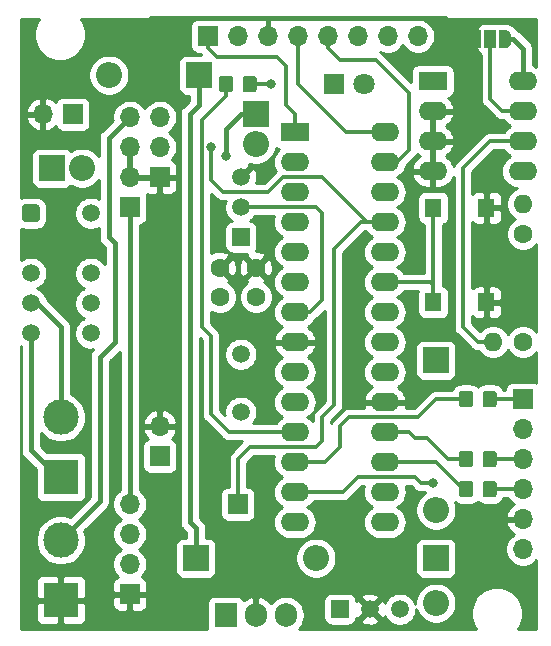
<source format=gbr>
%TF.GenerationSoftware,KiCad,Pcbnew,(5.1.12)-1*%
%TF.CreationDate,2025-06-06T13:01:38+02:00*%
%TF.ProjectId,telecommande,74656c65-636f-46d6-9d61-6e64652e6b69,rev?*%
%TF.SameCoordinates,Original*%
%TF.FileFunction,Copper,L1,Top*%
%TF.FilePolarity,Positive*%
%FSLAX46Y46*%
G04 Gerber Fmt 4.6, Leading zero omitted, Abs format (unit mm)*
G04 Created by KiCad (PCBNEW (5.1.12)-1) date 2025-06-06 13:01:38*
%MOMM*%
%LPD*%
G01*
G04 APERTURE LIST*
%TA.AperFunction,ComponentPad*%
%ADD10O,1.700000X1.700000*%
%TD*%
%TA.AperFunction,ComponentPad*%
%ADD11R,1.700000X1.700000*%
%TD*%
%TA.AperFunction,ComponentPad*%
%ADD12O,2.200000X2.200000*%
%TD*%
%TA.AperFunction,ComponentPad*%
%ADD13R,2.200000X2.200000*%
%TD*%
%TA.AperFunction,ComponentPad*%
%ADD14O,2.400000X1.600000*%
%TD*%
%TA.AperFunction,ComponentPad*%
%ADD15R,2.400000X1.600000*%
%TD*%
%TA.AperFunction,SMDPad,CuDef*%
%ADD16R,1.000000X1.500000*%
%TD*%
%TA.AperFunction,SMDPad,CuDef*%
%ADD17C,0.100000*%
%TD*%
%TA.AperFunction,ComponentPad*%
%ADD18O,1.600000X1.600000*%
%TD*%
%TA.AperFunction,ComponentPad*%
%ADD19C,1.600000*%
%TD*%
%TA.AperFunction,ComponentPad*%
%ADD20C,1.500000*%
%TD*%
%TA.AperFunction,ComponentPad*%
%ADD21O,1.905000X2.000000*%
%TD*%
%TA.AperFunction,ComponentPad*%
%ADD22R,1.905000X2.000000*%
%TD*%
%TA.AperFunction,ComponentPad*%
%ADD23R,1.500000X1.500000*%
%TD*%
%TA.AperFunction,SMDPad,CuDef*%
%ADD24R,1.400000X1.600000*%
%TD*%
%TA.AperFunction,ComponentPad*%
%ADD25C,3.000000*%
%TD*%
%TA.AperFunction,ComponentPad*%
%ADD26R,3.000000X3.000000*%
%TD*%
%TA.AperFunction,ComponentPad*%
%ADD27C,1.800000*%
%TD*%
%TA.AperFunction,ComponentPad*%
%ADD28R,1.800000X1.800000*%
%TD*%
%TA.AperFunction,ViaPad*%
%ADD29C,0.800000*%
%TD*%
%TA.AperFunction,Conductor*%
%ADD30C,0.450000*%
%TD*%
%TA.AperFunction,Conductor*%
%ADD31C,0.300000*%
%TD*%
%TA.AperFunction,Conductor*%
%ADD32C,0.254000*%
%TD*%
%TA.AperFunction,Conductor*%
%ADD33C,0.100000*%
%TD*%
G04 APERTURE END LIST*
D10*
%TO.P,J2,2*%
%TO.N,GND*%
X82550000Y-78740000D03*
D11*
%TO.P,J2,1*%
%TO.N,Net-(D3-Pad2)*%
X85090000Y-78740000D03*
%TD*%
D12*
%TO.P,D3,2*%
%TO.N,Net-(D3-Pad2)*%
X88138000Y-75438000D03*
D13*
%TO.P,D3,1*%
%TO.N,Net-(C8-Pad1)*%
X95758000Y-75438000D03*
%TD*%
D10*
%TO.P,J10,4*%
%TO.N,/VDD*%
X89916000Y-111760000D03*
%TO.P,J10,3*%
%TO.N,/RX*%
X89916000Y-114300000D03*
%TO.P,J10,2*%
X89916000Y-116840000D03*
D11*
%TO.P,J10,1*%
%TO.N,GND*%
X89916000Y-119380000D03*
%TD*%
D10*
%TO.P,J9,3*%
%TO.N,/VDD*%
X92456000Y-78994000D03*
%TO.P,J9,2*%
%TO.N,/RX*%
X92456000Y-81534000D03*
D11*
%TO.P,J9,1*%
%TO.N,GND*%
X92456000Y-84074000D03*
%TD*%
D10*
%TO.P,J4,2*%
%TO.N,GND*%
X92456000Y-105156000D03*
D11*
%TO.P,J4,1*%
%TO.N,/ANT*%
X92456000Y-107696000D03*
%TD*%
D10*
%TO.P,J3,4*%
%TO.N,/ANT*%
X89916000Y-78994000D03*
%TO.P,J3,3*%
%TO.N,GND*%
X89916000Y-81534000D03*
%TO.P,J3,2*%
X89916000Y-84074000D03*
D11*
%TO.P,J3,1*%
%TO.N,/VDD*%
X89916000Y-86614000D03*
%TD*%
D10*
%TO.P,J1,8*%
%TO.N,N/C*%
X114300000Y-72136000D03*
%TO.P,J1,7*%
X111760000Y-72136000D03*
%TO.P,J1,6*%
X109220000Y-72136000D03*
%TO.P,J1,5*%
%TO.N,/PGC*%
X106680000Y-72136000D03*
%TO.P,J1,4*%
%TO.N,/PGD*%
X104140000Y-72136000D03*
%TO.P,J1,3*%
%TO.N,GND*%
X101600000Y-72136000D03*
%TO.P,J1,2*%
%TO.N,/TVDD*%
X99060000Y-72136000D03*
D11*
%TO.P,J1,1*%
%TO.N,/MCLR*%
X96520000Y-72136000D03*
%TD*%
%TO.P,R1,2*%
%TO.N,/LED*%
%TA.AperFunction,SMDPad,CuDef*%
G36*
G01*
X98660000Y-75749999D02*
X98660000Y-76650001D01*
G75*
G02*
X98410001Y-76900000I-249999J0D01*
G01*
X97709999Y-76900000D01*
G75*
G02*
X97460000Y-76650001I0J249999D01*
G01*
X97460000Y-75749999D01*
G75*
G02*
X97709999Y-75500000I249999J0D01*
G01*
X98410001Y-75500000D01*
G75*
G02*
X98660000Y-75749999I0J-249999D01*
G01*
G37*
%TD.AperFunction*%
%TO.P,R1,1*%
%TO.N,Net-(D4-Pad1)*%
%TA.AperFunction,SMDPad,CuDef*%
G36*
G01*
X100660000Y-75749999D02*
X100660000Y-76650001D01*
G75*
G02*
X100410001Y-76900000I-249999J0D01*
G01*
X99709999Y-76900000D01*
G75*
G02*
X99460000Y-76650001I0J249999D01*
G01*
X99460000Y-75749999D01*
G75*
G02*
X99709999Y-75500000I249999J0D01*
G01*
X100410001Y-75500000D01*
G75*
G02*
X100660000Y-75749999I0J-249999D01*
G01*
G37*
%TD.AperFunction*%
%TD*%
D14*
%TO.P,U3,8*%
%TO.N,/VDD*%
X123190000Y-75946000D03*
%TO.P,U3,4*%
%TO.N,GND*%
X115570000Y-83566000D03*
%TO.P,U3,7*%
%TO.N,Net-(JP1-Pad2)*%
X123190000Y-78486000D03*
%TO.P,U3,3*%
%TO.N,GND*%
X115570000Y-81026000D03*
%TO.P,U3,6*%
%TO.N,Net-(R2-Pad2)*%
X123190000Y-81026000D03*
%TO.P,U3,2*%
%TO.N,GND*%
X115570000Y-78486000D03*
%TO.P,U3,5*%
%TO.N,Net-(R3-Pad2)*%
X123190000Y-83566000D03*
D15*
%TO.P,U3,1*%
%TO.N,N/C*%
X115570000Y-75946000D03*
%TD*%
D16*
%TO.P,JP1,2*%
%TO.N,Net-(JP1-Pad2)*%
X120396000Y-72390000D03*
%TA.AperFunction,SMDPad,CuDef*%
D17*
%TO.P,JP1,3*%
%TO.N,GND*%
G36*
X119096000Y-73139398D02*
G01*
X119071466Y-73139398D01*
X119022635Y-73134588D01*
X118974510Y-73125016D01*
X118927555Y-73110772D01*
X118882222Y-73091995D01*
X118838949Y-73068864D01*
X118798150Y-73041604D01*
X118760221Y-73010476D01*
X118725524Y-72975779D01*
X118694396Y-72937850D01*
X118667136Y-72897051D01*
X118644005Y-72853778D01*
X118625228Y-72808445D01*
X118610984Y-72761490D01*
X118601412Y-72713365D01*
X118596602Y-72664534D01*
X118596602Y-72640000D01*
X118596000Y-72640000D01*
X118596000Y-72140000D01*
X118596602Y-72140000D01*
X118596602Y-72115466D01*
X118601412Y-72066635D01*
X118610984Y-72018510D01*
X118625228Y-71971555D01*
X118644005Y-71926222D01*
X118667136Y-71882949D01*
X118694396Y-71842150D01*
X118725524Y-71804221D01*
X118760221Y-71769524D01*
X118798150Y-71738396D01*
X118838949Y-71711136D01*
X118882222Y-71688005D01*
X118927555Y-71669228D01*
X118974510Y-71654984D01*
X119022635Y-71645412D01*
X119071466Y-71640602D01*
X119096000Y-71640602D01*
X119096000Y-71640000D01*
X119646000Y-71640000D01*
X119646000Y-73140000D01*
X119096000Y-73140000D01*
X119096000Y-73139398D01*
G37*
%TD.AperFunction*%
%TA.AperFunction,SMDPad,CuDef*%
%TO.P,JP1,1*%
%TO.N,/VDD*%
G36*
X121146000Y-71640000D02*
G01*
X121696000Y-71640000D01*
X121696000Y-71640602D01*
X121720534Y-71640602D01*
X121769365Y-71645412D01*
X121817490Y-71654984D01*
X121864445Y-71669228D01*
X121909778Y-71688005D01*
X121953051Y-71711136D01*
X121993850Y-71738396D01*
X122031779Y-71769524D01*
X122066476Y-71804221D01*
X122097604Y-71842150D01*
X122124864Y-71882949D01*
X122147995Y-71926222D01*
X122166772Y-71971555D01*
X122181016Y-72018510D01*
X122190588Y-72066635D01*
X122195398Y-72115466D01*
X122195398Y-72140000D01*
X122196000Y-72140000D01*
X122196000Y-72640000D01*
X122195398Y-72640000D01*
X122195398Y-72664534D01*
X122190588Y-72713365D01*
X122181016Y-72761490D01*
X122166772Y-72808445D01*
X122147995Y-72853778D01*
X122124864Y-72897051D01*
X122097604Y-72937850D01*
X122066476Y-72975779D01*
X122031779Y-73010476D01*
X121993850Y-73041604D01*
X121953051Y-73068864D01*
X121909778Y-73091995D01*
X121864445Y-73110772D01*
X121817490Y-73125016D01*
X121769365Y-73134588D01*
X121720534Y-73139398D01*
X121696000Y-73139398D01*
X121696000Y-73140000D01*
X121146000Y-73140000D01*
X121146000Y-71640000D01*
G37*
%TD.AperFunction*%
%TD*%
D18*
%TO.P,R2,2*%
%TO.N,Net-(R2-Pad2)*%
X120650000Y-98044000D03*
D19*
%TO.P,R2,1*%
%TO.N,/SCL*%
X123190000Y-98044000D03*
%TD*%
D12*
%TO.P,D5,2*%
%TO.N,/VCC*%
X115824000Y-120142000D03*
D13*
%TO.P,D5,1*%
%TO.N,/12VR*%
X115824000Y-116332000D03*
%TD*%
D12*
%TO.P,D1,2*%
%TO.N,/VCC*%
X115824000Y-112268000D03*
D13*
%TO.P,D1,1*%
%TO.N,/VDD*%
X115824000Y-99568000D03*
%TD*%
%TO.P,R6,2*%
%TO.N,Net-(R6-Pad2)*%
%TA.AperFunction,SMDPad,CuDef*%
G36*
G01*
X118980000Y-110039999D02*
X118980000Y-110940001D01*
G75*
G02*
X118730001Y-111190000I-249999J0D01*
G01*
X118029999Y-111190000D01*
G75*
G02*
X117780000Y-110940001I0J249999D01*
G01*
X117780000Y-110039999D01*
G75*
G02*
X118029999Y-109790000I249999J0D01*
G01*
X118730001Y-109790000D01*
G75*
G02*
X118980000Y-110039999I0J-249999D01*
G01*
G37*
%TD.AperFunction*%
%TO.P,R6,1*%
%TO.N,/TX1*%
%TA.AperFunction,SMDPad,CuDef*%
G36*
G01*
X120980000Y-110039999D02*
X120980000Y-110940001D01*
G75*
G02*
X120730001Y-111190000I-249999J0D01*
G01*
X120029999Y-111190000D01*
G75*
G02*
X119780000Y-110940001I0J249999D01*
G01*
X119780000Y-110039999D01*
G75*
G02*
X120029999Y-109790000I249999J0D01*
G01*
X120730001Y-109790000D01*
G75*
G02*
X120980000Y-110039999I0J-249999D01*
G01*
G37*
%TD.AperFunction*%
%TD*%
D12*
%TO.P,D7,2*%
%TO.N,/12VR*%
X105664000Y-116332000D03*
D13*
%TO.P,D7,1*%
%TO.N,Net-(C8-Pad1)*%
X95504000Y-116332000D03*
%TD*%
D20*
%TO.P,Y1,2*%
%TO.N,Net-(C3-Pad1)*%
X99314000Y-103960000D03*
%TO.P,Y1,1*%
%TO.N,Net-(C2-Pad1)*%
X99314000Y-99060000D03*
%TD*%
D21*
%TO.P,U4,3*%
%TO.N,/12VR*%
X103124000Y-121158000D03*
%TO.P,U4,2*%
%TO.N,GND*%
X100584000Y-121158000D03*
D22*
%TO.P,U4,1*%
%TO.N,Net-(C8-Pad1)*%
X98044000Y-121158000D03*
%TD*%
D14*
%TO.P,U2,28*%
%TO.N,/PGD*%
X111506000Y-80264000D03*
%TO.P,U2,14*%
%TO.N,/SCL*%
X103886000Y-113284000D03*
%TO.P,U2,27*%
%TO.N,/PGC*%
X111506000Y-82804000D03*
%TO.P,U2,13*%
%TO.N,Net-(R5-Pad2)*%
X103886000Y-110744000D03*
%TO.P,U2,26*%
%TO.N,N/C*%
X111506000Y-85344000D03*
%TO.P,U2,12*%
%TO.N,Net-(R4-Pad2)*%
X103886000Y-108204000D03*
%TO.P,U2,25*%
%TO.N,/RX*%
X111506000Y-87884000D03*
%TO.P,U2,11*%
%TO.N,/LED*%
X103886000Y-105664000D03*
%TO.P,U2,24*%
%TO.N,N/C*%
X111506000Y-90424000D03*
%TO.P,U2,10*%
%TO.N,Net-(C3-Pad1)*%
X103886000Y-103124000D03*
%TO.P,U2,23*%
%TO.N,/Bp1*%
X111506000Y-92964000D03*
%TO.P,U2,9*%
%TO.N,Net-(C2-Pad1)*%
X103886000Y-100584000D03*
%TO.P,U2,22*%
%TO.N,N/C*%
X111506000Y-95504000D03*
%TO.P,U2,8*%
%TO.N,GND*%
X103886000Y-98044000D03*
%TO.P,U2,21*%
%TO.N,N/C*%
X111506000Y-98044000D03*
%TO.P,U2,7*%
%TO.N,/Rel1*%
X103886000Y-95504000D03*
%TO.P,U2,20*%
%TO.N,/VDD*%
X111506000Y-100584000D03*
%TO.P,U2,6*%
%TO.N,Net-(C5-Pad1)*%
X103886000Y-92964000D03*
%TO.P,U2,19*%
%TO.N,GND*%
X111506000Y-103124000D03*
%TO.P,U2,5*%
%TO.N,N/C*%
X103886000Y-90424000D03*
%TO.P,U2,18*%
%TO.N,Net-(R7-Pad2)*%
X111506000Y-105664000D03*
%TO.P,U2,4*%
%TO.N,N/C*%
X103886000Y-87884000D03*
%TO.P,U2,17*%
%TO.N,Net-(R6-Pad2)*%
X111506000Y-108204000D03*
%TO.P,U2,3*%
%TO.N,N/C*%
X103886000Y-85344000D03*
%TO.P,U2,16*%
X111506000Y-110744000D03*
%TO.P,U2,2*%
X103886000Y-82804000D03*
%TO.P,U2,15*%
%TO.N,/SDA*%
X111506000Y-113284000D03*
D15*
%TO.P,U2,1*%
%TO.N,/MCLR*%
X103886000Y-80264000D03*
%TD*%
D23*
%TO.P,U1,1*%
%TO.N,/VCC*%
X107696000Y-120650000D03*
D20*
%TO.P,U1,3*%
%TO.N,/12VR*%
X112776000Y-120650000D03*
%TO.P,U1,2*%
%TO.N,GND*%
X110236000Y-120650000D03*
%TD*%
D24*
%TO.P,SW1,3*%
%TO.N,GND*%
X120106000Y-94678000D03*
%TO.P,SW1,4*%
X120106000Y-86678000D03*
%TO.P,SW1,1*%
%TO.N,/Bp1*%
X115606000Y-94678000D03*
%TO.P,SW1,2*%
X115606000Y-86678000D03*
%TD*%
%TO.P,R7,2*%
%TO.N,Net-(R7-Pad2)*%
%TA.AperFunction,SMDPad,CuDef*%
G36*
G01*
X118980000Y-107499999D02*
X118980000Y-108400001D01*
G75*
G02*
X118730001Y-108650000I-249999J0D01*
G01*
X118029999Y-108650000D01*
G75*
G02*
X117780000Y-108400001I0J249999D01*
G01*
X117780000Y-107499999D01*
G75*
G02*
X118029999Y-107250000I249999J0D01*
G01*
X118730001Y-107250000D01*
G75*
G02*
X118980000Y-107499999I0J-249999D01*
G01*
G37*
%TD.AperFunction*%
%TO.P,R7,1*%
%TO.N,/RX1*%
%TA.AperFunction,SMDPad,CuDef*%
G36*
G01*
X120980000Y-107499999D02*
X120980000Y-108400001D01*
G75*
G02*
X120730001Y-108650000I-249999J0D01*
G01*
X120029999Y-108650000D01*
G75*
G02*
X119780000Y-108400001I0J249999D01*
G01*
X119780000Y-107499999D01*
G75*
G02*
X120029999Y-107250000I249999J0D01*
G01*
X120730001Y-107250000D01*
G75*
G02*
X120980000Y-107499999I0J-249999D01*
G01*
G37*
%TD.AperFunction*%
%TD*%
%TO.P,R4,2*%
%TO.N,Net-(R4-Pad2)*%
%TA.AperFunction,SMDPad,CuDef*%
G36*
G01*
X118980000Y-102419999D02*
X118980000Y-103320001D01*
G75*
G02*
X118730001Y-103570000I-249999J0D01*
G01*
X118029999Y-103570000D01*
G75*
G02*
X117780000Y-103320001I0J249999D01*
G01*
X117780000Y-102419999D01*
G75*
G02*
X118029999Y-102170000I249999J0D01*
G01*
X118730001Y-102170000D01*
G75*
G02*
X118980000Y-102419999I0J-249999D01*
G01*
G37*
%TD.AperFunction*%
%TO.P,R4,1*%
%TO.N,/RTS*%
%TA.AperFunction,SMDPad,CuDef*%
G36*
G01*
X120980000Y-102419999D02*
X120980000Y-103320001D01*
G75*
G02*
X120730001Y-103570000I-249999J0D01*
G01*
X120029999Y-103570000D01*
G75*
G02*
X119780000Y-103320001I0J249999D01*
G01*
X119780000Y-102419999D01*
G75*
G02*
X120029999Y-102170000I249999J0D01*
G01*
X120730001Y-102170000D01*
G75*
G02*
X120980000Y-102419999I0J-249999D01*
G01*
G37*
%TD.AperFunction*%
%TD*%
D18*
%TO.P,R3,2*%
%TO.N,Net-(R3-Pad2)*%
X123190000Y-86360000D03*
D19*
%TO.P,R3,1*%
%TO.N,/SDA*%
X123190000Y-88900000D03*
%TD*%
D23*
%TO.P,Q1,1*%
%TO.N,Net-(C7-Pad2)*%
X99314000Y-89154000D03*
D20*
%TO.P,Q1,3*%
%TO.N,GND*%
X99314000Y-84074000D03*
%TO.P,Q1,2*%
%TO.N,/Rel1*%
X99314000Y-86614000D03*
%TD*%
%TO.P,K1,12*%
%TO.N,Net-(C7-Pad2)*%
X86614000Y-87122000D03*
%TO.P,K1,10*%
%TO.N,N/C*%
X86614000Y-92202000D03*
%TO.P,K1,9*%
X86614000Y-94742000D03*
%TO.P,K1,8*%
X86614000Y-97282000D03*
%TO.P,K1,5*%
%TO.N,Net-(J7-Pad1)*%
X81534000Y-97282000D03*
%TO.P,K1,4*%
%TO.N,Net-(J7-Pad2)*%
X81534000Y-94742000D03*
%TO.P,K1,3*%
%TO.N,N/C*%
X81534000Y-92202000D03*
%TO.P,K1,1*%
%TO.N,/12VR*%
%TA.AperFunction,ComponentPad*%
G36*
G01*
X80784000Y-87621500D02*
X80784000Y-86622500D01*
G75*
G02*
X81034500Y-86372000I250500J0D01*
G01*
X82033500Y-86372000D01*
G75*
G02*
X82284000Y-86622500I0J-250500D01*
G01*
X82284000Y-87621500D01*
G75*
G02*
X82033500Y-87872000I-250500J0D01*
G01*
X81034500Y-87872000D01*
G75*
G02*
X80784000Y-87621500I0J250500D01*
G01*
G37*
%TD.AperFunction*%
%TD*%
D11*
%TO.P,J8,1*%
%TO.N,/RX*%
X99060000Y-111760000D03*
%TD*%
D25*
%TO.P,J7,2*%
%TO.N,Net-(J7-Pad2)*%
X84074000Y-104394000D03*
D26*
%TO.P,J7,1*%
%TO.N,Net-(J7-Pad1)*%
X84074000Y-109474000D03*
%TD*%
D25*
%TO.P,J6,2*%
%TO.N,/ANT*%
X84074000Y-114808000D03*
D26*
%TO.P,J6,1*%
%TO.N,GND*%
X84074000Y-119888000D03*
%TD*%
D10*
%TO.P,J5,6*%
%TO.N,N/C*%
X123190000Y-115570000D03*
%TO.P,J5,5*%
%TO.N,GND*%
X123190000Y-113030000D03*
%TO.P,J5,4*%
%TO.N,/TX1*%
X123190000Y-110490000D03*
%TO.P,J5,3*%
%TO.N,/RX1*%
X123190000Y-107950000D03*
%TO.P,J5,2*%
%TO.N,/CTS*%
X123190000Y-105410000D03*
D11*
%TO.P,J5,1*%
%TO.N,/RTS*%
X123190000Y-102870000D03*
%TD*%
D12*
%TO.P,D6,2*%
%TO.N,Net-(C7-Pad2)*%
X85852000Y-83312000D03*
D13*
%TO.P,D6,1*%
%TO.N,/12VR*%
X83312000Y-83312000D03*
%TD*%
D27*
%TO.P,D4,2*%
%TO.N,/VDD*%
X109728000Y-76200000D03*
D28*
%TO.P,D4,1*%
%TO.N,Net-(D4-Pad1)*%
X107188000Y-76200000D03*
%TD*%
D12*
%TO.P,D2,2*%
%TO.N,/TVDD*%
X100584000Y-81280000D03*
D13*
%TO.P,D2,1*%
%TO.N,/VDD*%
X100584000Y-78740000D03*
%TD*%
D19*
%TO.P,C3,2*%
%TO.N,GND*%
X97536000Y-91734000D03*
%TO.P,C3,1*%
%TO.N,Net-(C3-Pad1)*%
X97536000Y-94234000D03*
%TD*%
%TO.P,C2,2*%
%TO.N,GND*%
X100584000Y-91734000D03*
%TO.P,C2,1*%
%TO.N,Net-(C2-Pad1)*%
X100584000Y-94234000D03*
%TD*%
D29*
%TO.N,GND*%
X120142000Y-92710000D03*
X117348000Y-71374000D03*
X85344000Y-89662000D03*
%TO.N,Net-(D4-Pad1)*%
X101854000Y-76200000D03*
%TO.N,/RX*%
X96774000Y-81534000D03*
%TO.N,Net-(R5-Pad2)*%
X115570000Y-109982000D03*
%TO.N,/VDD*%
X98044000Y-82296000D03*
%TD*%
D30*
%TO.N,GND*%
X104394000Y-98044000D02*
X104902000Y-98044000D01*
X120142000Y-94642000D02*
X120106000Y-94678000D01*
X120142000Y-92710000D02*
X120142000Y-94642000D01*
X101600000Y-70612000D02*
X91694000Y-70612000D01*
X101600000Y-72136000D02*
X101600000Y-70612000D01*
X119096000Y-72390000D02*
X118364000Y-72390000D01*
X116586000Y-70612000D02*
X101600000Y-70612000D01*
X117348000Y-71374000D02*
X116586000Y-70612000D01*
X118364000Y-72390000D02*
X117348000Y-71374000D01*
X122174000Y-113030000D02*
X123190000Y-113030000D01*
X120650000Y-113030000D02*
X122174000Y-113030000D01*
X119888000Y-113792000D02*
X120650000Y-113030000D01*
X119888000Y-116332000D02*
X119888000Y-113792000D01*
X117856000Y-118364000D02*
X119888000Y-116332000D01*
X112522000Y-118364000D02*
X117856000Y-118364000D01*
X110236000Y-120650000D02*
X112522000Y-118364000D01*
%TO.N,Net-(C8-Pad1)*%
X94996000Y-78740000D02*
X94996000Y-113284000D01*
X95758000Y-77978000D02*
X94996000Y-78740000D01*
X95758000Y-75438000D02*
X95758000Y-77978000D01*
X95504000Y-113792000D02*
X94996000Y-113284000D01*
X95504000Y-116332000D02*
X95504000Y-113792000D01*
%TO.N,Net-(D3-Pad2)*%
X85090000Y-78740000D02*
X85090000Y-78486000D01*
D31*
%TO.N,Net-(D4-Pad1)*%
X101854000Y-76200000D02*
X100060000Y-76200000D01*
%TO.N,/PGC*%
X113538000Y-81788000D02*
X113538000Y-76962000D01*
X113538000Y-76962000D02*
X110744000Y-74168000D01*
X110744000Y-74168000D02*
X107696000Y-74168000D01*
X106680000Y-73152000D02*
X106680000Y-72136000D01*
X107696000Y-74168000D02*
X106680000Y-73152000D01*
X112522000Y-82804000D02*
X113538000Y-81788000D01*
X111506000Y-82804000D02*
X112522000Y-82804000D01*
%TO.N,/PGD*%
X104140000Y-76200000D02*
X104140000Y-72136000D01*
X108204000Y-80264000D02*
X104140000Y-76200000D01*
X111506000Y-80264000D02*
X108204000Y-80264000D01*
%TO.N,/MCLR*%
X96520000Y-73152000D02*
X97282000Y-73914000D01*
X97282000Y-73914000D02*
X102362000Y-73914000D01*
X102362000Y-73914000D02*
X103124000Y-74676000D01*
X96520000Y-72136000D02*
X96520000Y-73152000D01*
X103886000Y-78740000D02*
X103124000Y-77978000D01*
X103886000Y-80264000D02*
X103886000Y-78740000D01*
X103124000Y-74676000D02*
X103124000Y-77978000D01*
D30*
%TO.N,/ANT*%
X88138000Y-80772000D02*
X89916000Y-78994000D01*
X88138000Y-89154000D02*
X88138000Y-80772000D01*
X88646000Y-89662000D02*
X88138000Y-89154000D01*
X88646000Y-98044000D02*
X88646000Y-89662000D01*
X87376000Y-99314000D02*
X88646000Y-98044000D01*
X87376000Y-111506000D02*
X87376000Y-99314000D01*
X84074000Y-114808000D02*
X87376000Y-111506000D01*
D31*
%TO.N,/RX*%
X111506000Y-87884000D02*
X109474000Y-87884000D01*
X109474000Y-87884000D02*
X107188000Y-90170000D01*
X107188000Y-90170000D02*
X107188000Y-103378000D01*
X107188000Y-103378000D02*
X106172000Y-104394000D01*
X106172000Y-104394000D02*
X106172000Y-106426000D01*
X106172000Y-106426000D02*
X105664000Y-106934000D01*
X105664000Y-106934000D02*
X100076000Y-106934000D01*
X99060000Y-107950000D02*
X99060000Y-111760000D01*
X100076000Y-106934000D02*
X99060000Y-107950000D01*
X96774000Y-83058000D02*
X96774000Y-81534000D01*
X96774000Y-84328000D02*
X96774000Y-83058000D01*
X97790000Y-85344000D02*
X96774000Y-84328000D01*
X101600000Y-85344000D02*
X97790000Y-85344000D01*
X102870000Y-84074000D02*
X101600000Y-85344000D01*
X106172000Y-84074000D02*
X102870000Y-84074000D01*
X109982000Y-87884000D02*
X106172000Y-84074000D01*
X111506000Y-87884000D02*
X109982000Y-87884000D01*
%TO.N,/TX1*%
X120888000Y-110490000D02*
X123190000Y-110490000D01*
%TO.N,/RX1*%
X120888000Y-107950000D02*
X123190000Y-107950000D01*
%TO.N,/RTS*%
X120126000Y-102870000D02*
X123190000Y-102870000D01*
D30*
%TO.N,Net-(J7-Pad2)*%
X84074000Y-104394000D02*
X84074000Y-96774000D01*
X82042000Y-94742000D02*
X81534000Y-94742000D01*
X84074000Y-96774000D02*
X82042000Y-94742000D01*
%TO.N,Net-(J7-Pad1)*%
X84074000Y-109474000D02*
X83820000Y-109474000D01*
X81534000Y-107188000D02*
X81534000Y-97282000D01*
X83820000Y-109474000D02*
X81534000Y-107188000D01*
D31*
%TO.N,/Rel1*%
X103632000Y-95504000D02*
X104394000Y-95504000D01*
X103886000Y-95504000D02*
X102870000Y-95504000D01*
X105156000Y-95504000D02*
X103886000Y-95504000D01*
X106172000Y-87122000D02*
X106172000Y-94488000D01*
X106172000Y-94488000D02*
X105156000Y-95504000D01*
X105664000Y-86614000D02*
X106172000Y-87122000D01*
X99314000Y-86614000D02*
X105664000Y-86614000D01*
%TO.N,/LED*%
X98298000Y-105664000D02*
X103886000Y-105664000D01*
X96774000Y-104140000D02*
X98298000Y-105664000D01*
X96774000Y-97536000D02*
X96774000Y-104140000D01*
X96012000Y-96774000D02*
X96774000Y-97536000D01*
X96012000Y-79248000D02*
X96012000Y-96774000D01*
X98060000Y-77200000D02*
X96012000Y-79248000D01*
X98060000Y-76200000D02*
X98060000Y-77200000D01*
%TO.N,Net-(R2-Pad2)*%
X120650000Y-98044000D02*
X119380000Y-98044000D01*
X119380000Y-98044000D02*
X118110000Y-96774000D01*
X118110000Y-96774000D02*
X118110000Y-83312000D01*
X120396000Y-81026000D02*
X123190000Y-81026000D01*
X118110000Y-83312000D02*
X120396000Y-81026000D01*
%TO.N,/SDA*%
X112030000Y-113268000D02*
X112014000Y-113284000D01*
%TO.N,Net-(R4-Pad2)*%
X104648000Y-108204000D02*
X104394000Y-108204000D01*
X118126000Y-102870000D02*
X118110000Y-102870000D01*
X114300000Y-104394000D02*
X115824000Y-102870000D01*
X108458000Y-104394000D02*
X114300000Y-104394000D01*
X107696000Y-105156000D02*
X108458000Y-104394000D01*
X107696000Y-106934000D02*
X107696000Y-105156000D01*
X106426000Y-108204000D02*
X107696000Y-106934000D01*
X118380000Y-102870000D02*
X115824000Y-102870000D01*
X103886000Y-108204000D02*
X106426000Y-108204000D01*
%TO.N,Net-(R5-Pad2)*%
X107950000Y-110744000D02*
X103886000Y-110744000D01*
X109220000Y-109474000D02*
X107950000Y-110744000D01*
X114046000Y-109474000D02*
X109220000Y-109474000D01*
X114554000Y-109982000D02*
X114046000Y-109474000D01*
X115570000Y-109982000D02*
X114554000Y-109982000D01*
%TO.N,Net-(R6-Pad2)*%
X118110000Y-110490000D02*
X118380000Y-110490000D01*
X115824000Y-108204000D02*
X118110000Y-110490000D01*
X111506000Y-108204000D02*
X115824000Y-108204000D01*
%TO.N,Net-(R7-Pad2)*%
X118126000Y-107950000D02*
X116840000Y-107950000D01*
X116840000Y-107950000D02*
X115062000Y-106172000D01*
X115062000Y-106172000D02*
X114046000Y-106172000D01*
X114046000Y-106172000D02*
X113538000Y-105664000D01*
X111506000Y-105664000D02*
X113538000Y-105664000D01*
%TO.N,/Bp1*%
X115606000Y-93762000D02*
X115606000Y-94678000D01*
X115388000Y-92964000D02*
X115606000Y-93182000D01*
X111506000Y-92964000D02*
X115388000Y-92964000D01*
X115606000Y-93182000D02*
X115606000Y-94678000D01*
X115606000Y-86678000D02*
X115606000Y-93182000D01*
D30*
%TO.N,/VDD*%
X116332000Y-99568000D02*
X116078000Y-99568000D01*
X123190000Y-73184000D02*
X122396000Y-72390000D01*
X123190000Y-75946000D02*
X123190000Y-73184000D01*
X121696000Y-72390000D02*
X122396000Y-72390000D01*
X100584000Y-78740000D02*
X99314000Y-78740000D01*
X99314000Y-78740000D02*
X98044000Y-80010000D01*
X98044000Y-80010000D02*
X98044000Y-82296000D01*
X89916000Y-98552000D02*
X89916000Y-86614000D01*
X89916000Y-111760000D02*
X89916000Y-98552000D01*
D31*
%TO.N,Net-(JP1-Pad2)*%
X121412000Y-78486000D02*
X123190000Y-78486000D01*
X120396000Y-77470000D02*
X121412000Y-78486000D01*
X120396000Y-72390000D02*
X120396000Y-77470000D01*
%TD*%
D32*
%TO.N,GND*%
X82019369Y-70941331D02*
X81850890Y-71348075D01*
X81765000Y-71779872D01*
X81765000Y-72220128D01*
X81850890Y-72651925D01*
X82019369Y-73058669D01*
X82263962Y-73424729D01*
X82575271Y-73736038D01*
X82941331Y-73980631D01*
X83348075Y-74149110D01*
X83779872Y-74235000D01*
X84220128Y-74235000D01*
X84651925Y-74149110D01*
X85058669Y-73980631D01*
X85424729Y-73736038D01*
X85736038Y-73424729D01*
X85980631Y-73058669D01*
X86149110Y-72651925D01*
X86235000Y-72220128D01*
X86235000Y-71779872D01*
X86149110Y-71348075D01*
X85980631Y-70941331D01*
X85792652Y-70660000D01*
X95547427Y-70660000D01*
X95545518Y-70660188D01*
X95425820Y-70696498D01*
X95315506Y-70755463D01*
X95218815Y-70834815D01*
X95139463Y-70931506D01*
X95080498Y-71041820D01*
X95044188Y-71161518D01*
X95031928Y-71286000D01*
X95031928Y-72986000D01*
X95044188Y-73110482D01*
X95080498Y-73230180D01*
X95139463Y-73340494D01*
X95218815Y-73437185D01*
X95315506Y-73516537D01*
X95425820Y-73575502D01*
X95545518Y-73611812D01*
X95670000Y-73624072D01*
X95891910Y-73624072D01*
X95904690Y-73639644D01*
X95937655Y-73679812D01*
X95937659Y-73679816D01*
X95954165Y-73699928D01*
X94658000Y-73699928D01*
X94533518Y-73712188D01*
X94413820Y-73748498D01*
X94303506Y-73807463D01*
X94206815Y-73886815D01*
X94127463Y-73983506D01*
X94068498Y-74093820D01*
X94032188Y-74213518D01*
X94019928Y-74338000D01*
X94019928Y-76538000D01*
X94032188Y-76662482D01*
X94068498Y-76782180D01*
X94127463Y-76892494D01*
X94206815Y-76989185D01*
X94303506Y-77068537D01*
X94413820Y-77127502D01*
X94533518Y-77163812D01*
X94658000Y-77176072D01*
X94898001Y-77176072D01*
X94898001Y-77621775D01*
X94417764Y-78102012D01*
X94384946Y-78128946D01*
X94277476Y-78259899D01*
X94197619Y-78409301D01*
X94174353Y-78486000D01*
X94159258Y-78535764D01*
X94148444Y-78571412D01*
X94136000Y-78697755D01*
X94136000Y-78697761D01*
X94131840Y-78740000D01*
X94136000Y-78782239D01*
X94136001Y-113241751D01*
X94131840Y-113284000D01*
X94148444Y-113452589D01*
X94197620Y-113614700D01*
X94277477Y-113764102D01*
X94300372Y-113791999D01*
X94384947Y-113895054D01*
X94417761Y-113921984D01*
X94644001Y-114148223D01*
X94644001Y-114593928D01*
X94404000Y-114593928D01*
X94279518Y-114606188D01*
X94159820Y-114642498D01*
X94049506Y-114701463D01*
X93952815Y-114780815D01*
X93873463Y-114877506D01*
X93814498Y-114987820D01*
X93778188Y-115107518D01*
X93765928Y-115232000D01*
X93765928Y-117432000D01*
X93778188Y-117556482D01*
X93814498Y-117676180D01*
X93873463Y-117786494D01*
X93952815Y-117883185D01*
X94049506Y-117962537D01*
X94159820Y-118021502D01*
X94279518Y-118057812D01*
X94404000Y-118070072D01*
X96604000Y-118070072D01*
X96728482Y-118057812D01*
X96848180Y-118021502D01*
X96958494Y-117962537D01*
X97055185Y-117883185D01*
X97134537Y-117786494D01*
X97193502Y-117676180D01*
X97229812Y-117556482D01*
X97242072Y-117432000D01*
X97242072Y-116161117D01*
X103929000Y-116161117D01*
X103929000Y-116502883D01*
X103995675Y-116838081D01*
X104126463Y-117153831D01*
X104316337Y-117437998D01*
X104558002Y-117679663D01*
X104842169Y-117869537D01*
X105157919Y-118000325D01*
X105493117Y-118067000D01*
X105834883Y-118067000D01*
X106170081Y-118000325D01*
X106485831Y-117869537D01*
X106769998Y-117679663D01*
X107011663Y-117437998D01*
X107201537Y-117153831D01*
X107332325Y-116838081D01*
X107399000Y-116502883D01*
X107399000Y-116161117D01*
X107332325Y-115825919D01*
X107201537Y-115510169D01*
X107015671Y-115232000D01*
X114085928Y-115232000D01*
X114085928Y-117432000D01*
X114098188Y-117556482D01*
X114134498Y-117676180D01*
X114193463Y-117786494D01*
X114272815Y-117883185D01*
X114369506Y-117962537D01*
X114479820Y-118021502D01*
X114599518Y-118057812D01*
X114724000Y-118070072D01*
X116924000Y-118070072D01*
X117048482Y-118057812D01*
X117168180Y-118021502D01*
X117278494Y-117962537D01*
X117375185Y-117883185D01*
X117454537Y-117786494D01*
X117513502Y-117676180D01*
X117549812Y-117556482D01*
X117562072Y-117432000D01*
X117562072Y-115232000D01*
X117549812Y-115107518D01*
X117513502Y-114987820D01*
X117454537Y-114877506D01*
X117375185Y-114780815D01*
X117278494Y-114701463D01*
X117168180Y-114642498D01*
X117048482Y-114606188D01*
X116924000Y-114593928D01*
X114724000Y-114593928D01*
X114599518Y-114606188D01*
X114479820Y-114642498D01*
X114369506Y-114701463D01*
X114272815Y-114780815D01*
X114193463Y-114877506D01*
X114134498Y-114987820D01*
X114098188Y-115107518D01*
X114085928Y-115232000D01*
X107015671Y-115232000D01*
X107011663Y-115226002D01*
X106769998Y-114984337D01*
X106485831Y-114794463D01*
X106170081Y-114663675D01*
X105834883Y-114597000D01*
X105493117Y-114597000D01*
X105157919Y-114663675D01*
X104842169Y-114794463D01*
X104558002Y-114984337D01*
X104316337Y-115226002D01*
X104126463Y-115510169D01*
X103995675Y-115825919D01*
X103929000Y-116161117D01*
X97242072Y-116161117D01*
X97242072Y-115232000D01*
X97229812Y-115107518D01*
X97193502Y-114987820D01*
X97134537Y-114877506D01*
X97055185Y-114780815D01*
X96958494Y-114701463D01*
X96848180Y-114642498D01*
X96728482Y-114606188D01*
X96604000Y-114593928D01*
X96364000Y-114593928D01*
X96364000Y-113834238D01*
X96368160Y-113791999D01*
X96364000Y-113749760D01*
X96364000Y-113749754D01*
X96351556Y-113623411D01*
X96351556Y-113623409D01*
X96324464Y-113534099D01*
X96302381Y-113461300D01*
X96222524Y-113311898D01*
X96115054Y-113180946D01*
X96082230Y-113154008D01*
X95856000Y-112927777D01*
X95856000Y-97728157D01*
X95989000Y-97861157D01*
X95989001Y-104101437D01*
X95985203Y-104140000D01*
X96000359Y-104293886D01*
X96045246Y-104441859D01*
X96076397Y-104500138D01*
X96118139Y-104578233D01*
X96158690Y-104627644D01*
X96191655Y-104667812D01*
X96191659Y-104667816D01*
X96216237Y-104697764D01*
X96246185Y-104722342D01*
X97715658Y-106191816D01*
X97740236Y-106221764D01*
X97770184Y-106246342D01*
X97770187Y-106246345D01*
X97782559Y-106256498D01*
X97859767Y-106319862D01*
X97996140Y-106392754D01*
X98105741Y-106426001D01*
X98144112Y-106437641D01*
X98158490Y-106439057D01*
X98259439Y-106449000D01*
X98259446Y-106449000D01*
X98297999Y-106452797D01*
X98336552Y-106449000D01*
X99450842Y-106449000D01*
X98532190Y-107367653D01*
X98502236Y-107392236D01*
X98404138Y-107511768D01*
X98331246Y-107648141D01*
X98286359Y-107796114D01*
X98275000Y-107911440D01*
X98275000Y-107911447D01*
X98271203Y-107950000D01*
X98275000Y-107988553D01*
X98275001Y-110271928D01*
X98210000Y-110271928D01*
X98085518Y-110284188D01*
X97965820Y-110320498D01*
X97855506Y-110379463D01*
X97758815Y-110458815D01*
X97679463Y-110555506D01*
X97620498Y-110665820D01*
X97584188Y-110785518D01*
X97571928Y-110910000D01*
X97571928Y-112610000D01*
X97584188Y-112734482D01*
X97620498Y-112854180D01*
X97679463Y-112964494D01*
X97758815Y-113061185D01*
X97855506Y-113140537D01*
X97965820Y-113199502D01*
X98085518Y-113235812D01*
X98210000Y-113248072D01*
X99910000Y-113248072D01*
X100034482Y-113235812D01*
X100154180Y-113199502D01*
X100264494Y-113140537D01*
X100361185Y-113061185D01*
X100440537Y-112964494D01*
X100499502Y-112854180D01*
X100535812Y-112734482D01*
X100548072Y-112610000D01*
X100548072Y-110910000D01*
X100535812Y-110785518D01*
X100499502Y-110665820D01*
X100440537Y-110555506D01*
X100361185Y-110458815D01*
X100264494Y-110379463D01*
X100154180Y-110320498D01*
X100034482Y-110284188D01*
X99910000Y-110271928D01*
X99845000Y-110271928D01*
X99845000Y-108275157D01*
X100401158Y-107719000D01*
X102133552Y-107719000D01*
X102071764Y-107922691D01*
X102044057Y-108204000D01*
X102071764Y-108485309D01*
X102153818Y-108755808D01*
X102287068Y-109005101D01*
X102466392Y-109223608D01*
X102684899Y-109402932D01*
X102817858Y-109474000D01*
X102684899Y-109545068D01*
X102466392Y-109724392D01*
X102287068Y-109942899D01*
X102153818Y-110192192D01*
X102071764Y-110462691D01*
X102044057Y-110744000D01*
X102071764Y-111025309D01*
X102153818Y-111295808D01*
X102287068Y-111545101D01*
X102466392Y-111763608D01*
X102684899Y-111942932D01*
X102817858Y-112014000D01*
X102684899Y-112085068D01*
X102466392Y-112264392D01*
X102287068Y-112482899D01*
X102153818Y-112732192D01*
X102071764Y-113002691D01*
X102044057Y-113284000D01*
X102071764Y-113565309D01*
X102153818Y-113835808D01*
X102287068Y-114085101D01*
X102466392Y-114303608D01*
X102684899Y-114482932D01*
X102934192Y-114616182D01*
X103204691Y-114698236D01*
X103415508Y-114719000D01*
X104356492Y-114719000D01*
X104567309Y-114698236D01*
X104837808Y-114616182D01*
X105087101Y-114482932D01*
X105305608Y-114303608D01*
X105484932Y-114085101D01*
X105618182Y-113835808D01*
X105700236Y-113565309D01*
X105727943Y-113284000D01*
X105700236Y-113002691D01*
X105618182Y-112732192D01*
X105484932Y-112482899D01*
X105305608Y-112264392D01*
X105087101Y-112085068D01*
X104954142Y-112014000D01*
X105087101Y-111942932D01*
X105305608Y-111763608D01*
X105484932Y-111545101D01*
X105493538Y-111529000D01*
X107911447Y-111529000D01*
X107950000Y-111532797D01*
X107988553Y-111529000D01*
X107988561Y-111529000D01*
X108103887Y-111517641D01*
X108251860Y-111472754D01*
X108388233Y-111399862D01*
X108507764Y-111301764D01*
X108532347Y-111271810D01*
X109545158Y-110259000D01*
X109753552Y-110259000D01*
X109691764Y-110462691D01*
X109664057Y-110744000D01*
X109691764Y-111025309D01*
X109773818Y-111295808D01*
X109907068Y-111545101D01*
X110086392Y-111763608D01*
X110304899Y-111942932D01*
X110437858Y-112014000D01*
X110304899Y-112085068D01*
X110086392Y-112264392D01*
X109907068Y-112482899D01*
X109773818Y-112732192D01*
X109691764Y-113002691D01*
X109664057Y-113284000D01*
X109691764Y-113565309D01*
X109773818Y-113835808D01*
X109907068Y-114085101D01*
X110086392Y-114303608D01*
X110304899Y-114482932D01*
X110554192Y-114616182D01*
X110824691Y-114698236D01*
X111035508Y-114719000D01*
X111976492Y-114719000D01*
X112187309Y-114698236D01*
X112457808Y-114616182D01*
X112707101Y-114482932D01*
X112925608Y-114303608D01*
X113104932Y-114085101D01*
X113238182Y-113835808D01*
X113320236Y-113565309D01*
X113347943Y-113284000D01*
X113320236Y-113002691D01*
X113238182Y-112732192D01*
X113104932Y-112482899D01*
X112925608Y-112264392D01*
X112707101Y-112085068D01*
X112574142Y-112014000D01*
X112707101Y-111942932D01*
X112925608Y-111763608D01*
X113104932Y-111545101D01*
X113238182Y-111295808D01*
X113320236Y-111025309D01*
X113347943Y-110744000D01*
X113320236Y-110462691D01*
X113258448Y-110259000D01*
X113720843Y-110259000D01*
X113971653Y-110509810D01*
X113996236Y-110539764D01*
X114115767Y-110637862D01*
X114252140Y-110710754D01*
X114361738Y-110744000D01*
X114400112Y-110755641D01*
X114414490Y-110757057D01*
X114515439Y-110767000D01*
X114515446Y-110767000D01*
X114553999Y-110770797D01*
X114592552Y-110767000D01*
X114891289Y-110767000D01*
X114910226Y-110785937D01*
X114914686Y-110788917D01*
X114718002Y-110920337D01*
X114476337Y-111162002D01*
X114286463Y-111446169D01*
X114155675Y-111761919D01*
X114089000Y-112097117D01*
X114089000Y-112438883D01*
X114155675Y-112774081D01*
X114286463Y-113089831D01*
X114476337Y-113373998D01*
X114718002Y-113615663D01*
X115002169Y-113805537D01*
X115317919Y-113936325D01*
X115653117Y-114003000D01*
X115994883Y-114003000D01*
X116330081Y-113936325D01*
X116645831Y-113805537D01*
X116929998Y-113615663D01*
X117171663Y-113373998D01*
X117361537Y-113089831D01*
X117492325Y-112774081D01*
X117559000Y-112438883D01*
X117559000Y-112097117D01*
X117492325Y-111761919D01*
X117417108Y-111580330D01*
X117536613Y-111678405D01*
X117690149Y-111760472D01*
X117856745Y-111811008D01*
X118029999Y-111828072D01*
X118730001Y-111828072D01*
X118903255Y-111811008D01*
X119069851Y-111760472D01*
X119223387Y-111678405D01*
X119357962Y-111567962D01*
X119380000Y-111541109D01*
X119402038Y-111567962D01*
X119536613Y-111678405D01*
X119690149Y-111760472D01*
X119856745Y-111811008D01*
X120029999Y-111828072D01*
X120730001Y-111828072D01*
X120903255Y-111811008D01*
X121069851Y-111760472D01*
X121223387Y-111678405D01*
X121357962Y-111567962D01*
X121468405Y-111433387D01*
X121550472Y-111279851D01*
X121551944Y-111275000D01*
X121928526Y-111275000D01*
X122036525Y-111436632D01*
X122243368Y-111643475D01*
X122425534Y-111765195D01*
X122308645Y-111834822D01*
X122092412Y-112029731D01*
X121918359Y-112263080D01*
X121793175Y-112525901D01*
X121748524Y-112673110D01*
X121869845Y-112903000D01*
X123063000Y-112903000D01*
X123063000Y-112883000D01*
X123317000Y-112883000D01*
X123317000Y-112903000D01*
X123337000Y-112903000D01*
X123337000Y-113157000D01*
X123317000Y-113157000D01*
X123317000Y-113177000D01*
X123063000Y-113177000D01*
X123063000Y-113157000D01*
X121869845Y-113157000D01*
X121748524Y-113386890D01*
X121793175Y-113534099D01*
X121918359Y-113796920D01*
X122092412Y-114030269D01*
X122308645Y-114225178D01*
X122425534Y-114294805D01*
X122243368Y-114416525D01*
X122036525Y-114623368D01*
X121874010Y-114866589D01*
X121762068Y-115136842D01*
X121705000Y-115423740D01*
X121705000Y-115716260D01*
X121762068Y-116003158D01*
X121874010Y-116273411D01*
X122036525Y-116516632D01*
X122243368Y-116723475D01*
X122486589Y-116885990D01*
X122756842Y-116997932D01*
X123043740Y-117055000D01*
X123336260Y-117055000D01*
X123623158Y-116997932D01*
X123893411Y-116885990D01*
X124136632Y-116723475D01*
X124340001Y-116520106D01*
X124340001Y-122340000D01*
X122792652Y-122340000D01*
X122980631Y-122058669D01*
X123149110Y-121651925D01*
X123235000Y-121220128D01*
X123235000Y-120779872D01*
X123149110Y-120348075D01*
X122980631Y-119941331D01*
X122736038Y-119575271D01*
X122424729Y-119263962D01*
X122058669Y-119019369D01*
X121651925Y-118850890D01*
X121220128Y-118765000D01*
X120779872Y-118765000D01*
X120348075Y-118850890D01*
X119941331Y-119019369D01*
X119575271Y-119263962D01*
X119263962Y-119575271D01*
X119019369Y-119941331D01*
X118850890Y-120348075D01*
X118765000Y-120779872D01*
X118765000Y-121220128D01*
X118850890Y-121651925D01*
X119019369Y-122058669D01*
X119207348Y-122340000D01*
X104243998Y-122340000D01*
X104251963Y-122333463D01*
X104450345Y-122091734D01*
X104597755Y-121815948D01*
X104688530Y-121516703D01*
X104711500Y-121283485D01*
X104711500Y-121032514D01*
X104688530Y-120799296D01*
X104597755Y-120500051D01*
X104450345Y-120224265D01*
X104251963Y-119982537D01*
X104151392Y-119900000D01*
X106307928Y-119900000D01*
X106307928Y-121400000D01*
X106320188Y-121524482D01*
X106356498Y-121644180D01*
X106415463Y-121754494D01*
X106494815Y-121851185D01*
X106591506Y-121930537D01*
X106701820Y-121989502D01*
X106821518Y-122025812D01*
X106946000Y-122038072D01*
X108446000Y-122038072D01*
X108570482Y-122025812D01*
X108690180Y-121989502D01*
X108800494Y-121930537D01*
X108897185Y-121851185D01*
X108976537Y-121754494D01*
X109035502Y-121644180D01*
X109046782Y-121606993D01*
X109458612Y-121606993D01*
X109524137Y-121845860D01*
X109771116Y-121961760D01*
X110035960Y-122027250D01*
X110308492Y-122039812D01*
X110578238Y-121998965D01*
X110834832Y-121906277D01*
X110947863Y-121845860D01*
X111013388Y-121606993D01*
X110236000Y-120829605D01*
X109458612Y-121606993D01*
X109046782Y-121606993D01*
X109071812Y-121524482D01*
X109084072Y-121400000D01*
X109084072Y-121373914D01*
X109279007Y-121427388D01*
X110056395Y-120650000D01*
X110415605Y-120650000D01*
X111192993Y-121427388D01*
X111431860Y-121361863D01*
X111506164Y-121203523D01*
X111548629Y-121306043D01*
X111700201Y-121532886D01*
X111893114Y-121725799D01*
X112119957Y-121877371D01*
X112372011Y-121981775D01*
X112639589Y-122035000D01*
X112912411Y-122035000D01*
X113179989Y-121981775D01*
X113432043Y-121877371D01*
X113658886Y-121725799D01*
X113851799Y-121532886D01*
X114003371Y-121306043D01*
X114107775Y-121053989D01*
X114161000Y-120786411D01*
X114161000Y-120660937D01*
X114286463Y-120963831D01*
X114476337Y-121247998D01*
X114718002Y-121489663D01*
X115002169Y-121679537D01*
X115317919Y-121810325D01*
X115653117Y-121877000D01*
X115994883Y-121877000D01*
X116330081Y-121810325D01*
X116645831Y-121679537D01*
X116929998Y-121489663D01*
X117171663Y-121247998D01*
X117361537Y-120963831D01*
X117492325Y-120648081D01*
X117559000Y-120312883D01*
X117559000Y-119971117D01*
X117492325Y-119635919D01*
X117361537Y-119320169D01*
X117171663Y-119036002D01*
X116929998Y-118794337D01*
X116645831Y-118604463D01*
X116330081Y-118473675D01*
X115994883Y-118407000D01*
X115653117Y-118407000D01*
X115317919Y-118473675D01*
X115002169Y-118604463D01*
X114718002Y-118794337D01*
X114476337Y-119036002D01*
X114286463Y-119320169D01*
X114155675Y-119635919D01*
X114089000Y-119971117D01*
X114089000Y-120200684D01*
X114003371Y-119993957D01*
X113851799Y-119767114D01*
X113658886Y-119574201D01*
X113432043Y-119422629D01*
X113179989Y-119318225D01*
X112912411Y-119265000D01*
X112639589Y-119265000D01*
X112372011Y-119318225D01*
X112119957Y-119422629D01*
X111893114Y-119574201D01*
X111700201Y-119767114D01*
X111548629Y-119993957D01*
X111507489Y-120093279D01*
X111492277Y-120051168D01*
X111431860Y-119938137D01*
X111192993Y-119872612D01*
X110415605Y-120650000D01*
X110056395Y-120650000D01*
X109279007Y-119872612D01*
X109084072Y-119926086D01*
X109084072Y-119900000D01*
X109071812Y-119775518D01*
X109046783Y-119693007D01*
X109458612Y-119693007D01*
X110236000Y-120470395D01*
X111013388Y-119693007D01*
X110947863Y-119454140D01*
X110700884Y-119338240D01*
X110436040Y-119272750D01*
X110163508Y-119260188D01*
X109893762Y-119301035D01*
X109637168Y-119393723D01*
X109524137Y-119454140D01*
X109458612Y-119693007D01*
X109046783Y-119693007D01*
X109035502Y-119655820D01*
X108976537Y-119545506D01*
X108897185Y-119448815D01*
X108800494Y-119369463D01*
X108690180Y-119310498D01*
X108570482Y-119274188D01*
X108446000Y-119261928D01*
X106946000Y-119261928D01*
X106821518Y-119274188D01*
X106701820Y-119310498D01*
X106591506Y-119369463D01*
X106494815Y-119448815D01*
X106415463Y-119545506D01*
X106356498Y-119655820D01*
X106320188Y-119775518D01*
X106307928Y-119900000D01*
X104151392Y-119900000D01*
X104010234Y-119784155D01*
X103734448Y-119636745D01*
X103435203Y-119545970D01*
X103124000Y-119515319D01*
X102812796Y-119545970D01*
X102513551Y-119636745D01*
X102237765Y-119784155D01*
X101996037Y-119982537D01*
X101848838Y-120161900D01*
X101693437Y-119976685D01*
X101450923Y-119782031D01*
X101175094Y-119638429D01*
X100956980Y-119567437D01*
X100711000Y-119687406D01*
X100711000Y-121031000D01*
X100731000Y-121031000D01*
X100731000Y-121285000D01*
X100711000Y-121285000D01*
X100711000Y-121305000D01*
X100457000Y-121305000D01*
X100457000Y-121285000D01*
X100437000Y-121285000D01*
X100437000Y-121031000D01*
X100457000Y-121031000D01*
X100457000Y-119687406D01*
X100211020Y-119567437D01*
X99992906Y-119638429D01*
X99717077Y-119782031D01*
X99576059Y-119895219D01*
X99527037Y-119803506D01*
X99447685Y-119706815D01*
X99350994Y-119627463D01*
X99240680Y-119568498D01*
X99120982Y-119532188D01*
X98996500Y-119519928D01*
X97091500Y-119519928D01*
X96967018Y-119532188D01*
X96847320Y-119568498D01*
X96737006Y-119627463D01*
X96640315Y-119706815D01*
X96560963Y-119803506D01*
X96501998Y-119913820D01*
X96465688Y-120033518D01*
X96453428Y-120158000D01*
X96453428Y-122158000D01*
X96465688Y-122282482D01*
X96483136Y-122340000D01*
X80660000Y-122340000D01*
X80660000Y-121388000D01*
X81935928Y-121388000D01*
X81948188Y-121512482D01*
X81984498Y-121632180D01*
X82043463Y-121742494D01*
X82122815Y-121839185D01*
X82219506Y-121918537D01*
X82329820Y-121977502D01*
X82449518Y-122013812D01*
X82574000Y-122026072D01*
X83788250Y-122023000D01*
X83947000Y-121864250D01*
X83947000Y-120015000D01*
X84201000Y-120015000D01*
X84201000Y-121864250D01*
X84359750Y-122023000D01*
X85574000Y-122026072D01*
X85698482Y-122013812D01*
X85818180Y-121977502D01*
X85928494Y-121918537D01*
X86025185Y-121839185D01*
X86104537Y-121742494D01*
X86163502Y-121632180D01*
X86199812Y-121512482D01*
X86212072Y-121388000D01*
X86209143Y-120230000D01*
X88427928Y-120230000D01*
X88440188Y-120354482D01*
X88476498Y-120474180D01*
X88535463Y-120584494D01*
X88614815Y-120681185D01*
X88711506Y-120760537D01*
X88821820Y-120819502D01*
X88941518Y-120855812D01*
X89066000Y-120868072D01*
X89630250Y-120865000D01*
X89789000Y-120706250D01*
X89789000Y-119507000D01*
X90043000Y-119507000D01*
X90043000Y-120706250D01*
X90201750Y-120865000D01*
X90766000Y-120868072D01*
X90890482Y-120855812D01*
X91010180Y-120819502D01*
X91120494Y-120760537D01*
X91217185Y-120681185D01*
X91296537Y-120584494D01*
X91355502Y-120474180D01*
X91391812Y-120354482D01*
X91404072Y-120230000D01*
X91401000Y-119665750D01*
X91242250Y-119507000D01*
X90043000Y-119507000D01*
X89789000Y-119507000D01*
X88589750Y-119507000D01*
X88431000Y-119665750D01*
X88427928Y-120230000D01*
X86209143Y-120230000D01*
X86209000Y-120173750D01*
X86050250Y-120015000D01*
X84201000Y-120015000D01*
X83947000Y-120015000D01*
X82097750Y-120015000D01*
X81939000Y-120173750D01*
X81935928Y-121388000D01*
X80660000Y-121388000D01*
X80660000Y-118388000D01*
X81935928Y-118388000D01*
X81939000Y-119602250D01*
X82097750Y-119761000D01*
X83947000Y-119761000D01*
X83947000Y-117911750D01*
X84201000Y-117911750D01*
X84201000Y-119761000D01*
X86050250Y-119761000D01*
X86209000Y-119602250D01*
X86212072Y-118388000D01*
X86199812Y-118263518D01*
X86163502Y-118143820D01*
X86104537Y-118033506D01*
X86025185Y-117936815D01*
X85928494Y-117857463D01*
X85818180Y-117798498D01*
X85698482Y-117762188D01*
X85574000Y-117749928D01*
X84359750Y-117753000D01*
X84201000Y-117911750D01*
X83947000Y-117911750D01*
X83788250Y-117753000D01*
X82574000Y-117749928D01*
X82449518Y-117762188D01*
X82329820Y-117798498D01*
X82219506Y-117857463D01*
X82122815Y-117936815D01*
X82043463Y-118033506D01*
X81984498Y-118143820D01*
X81948188Y-118263518D01*
X81935928Y-118388000D01*
X80660000Y-118388000D01*
X80660000Y-98363736D01*
X80674001Y-98373092D01*
X80674000Y-107145761D01*
X80669840Y-107188000D01*
X80674000Y-107230239D01*
X80674000Y-107230245D01*
X80675610Y-107246589D01*
X80686444Y-107356589D01*
X80700492Y-107402899D01*
X80735619Y-107518699D01*
X80815476Y-107668101D01*
X80922946Y-107799054D01*
X80955765Y-107825988D01*
X81935928Y-108806151D01*
X81935928Y-110974000D01*
X81948188Y-111098482D01*
X81984498Y-111218180D01*
X82043463Y-111328494D01*
X82122815Y-111425185D01*
X82219506Y-111504537D01*
X82329820Y-111563502D01*
X82449518Y-111599812D01*
X82574000Y-111612072D01*
X85574000Y-111612072D01*
X85698482Y-111599812D01*
X85818180Y-111563502D01*
X85928494Y-111504537D01*
X86025185Y-111425185D01*
X86104537Y-111328494D01*
X86163502Y-111218180D01*
X86199812Y-111098482D01*
X86212072Y-110974000D01*
X86212072Y-107974000D01*
X86199812Y-107849518D01*
X86163502Y-107729820D01*
X86104537Y-107619506D01*
X86025185Y-107522815D01*
X85928494Y-107443463D01*
X85818180Y-107384498D01*
X85698482Y-107348188D01*
X85574000Y-107335928D01*
X82898151Y-107335928D01*
X82394000Y-106831777D01*
X82394000Y-105722601D01*
X82415637Y-105754983D01*
X82713017Y-106052363D01*
X83062698Y-106286012D01*
X83451244Y-106446953D01*
X83863721Y-106529000D01*
X84284279Y-106529000D01*
X84696756Y-106446953D01*
X85085302Y-106286012D01*
X85434983Y-106052363D01*
X85732363Y-105754983D01*
X85966012Y-105405302D01*
X86126953Y-105016756D01*
X86209000Y-104604279D01*
X86209000Y-104183721D01*
X86126953Y-103771244D01*
X85966012Y-103382698D01*
X85732363Y-103033017D01*
X85434983Y-102735637D01*
X85085302Y-102501988D01*
X84934000Y-102439317D01*
X84934000Y-96816239D01*
X84938160Y-96774000D01*
X84934000Y-96731761D01*
X84934000Y-96731754D01*
X84923004Y-96620114D01*
X84921556Y-96605410D01*
X84884611Y-96483619D01*
X84872381Y-96443300D01*
X84792524Y-96293898D01*
X84685054Y-96162946D01*
X84652241Y-96136017D01*
X82868641Y-94352418D01*
X82865775Y-94338011D01*
X82761371Y-94085957D01*
X82609799Y-93859114D01*
X82416886Y-93666201D01*
X82190043Y-93514629D01*
X82087127Y-93472000D01*
X82190043Y-93429371D01*
X82416886Y-93277799D01*
X82609799Y-93084886D01*
X82761371Y-92858043D01*
X82865775Y-92605989D01*
X82919000Y-92338411D01*
X82919000Y-92065589D01*
X82865775Y-91798011D01*
X82761371Y-91545957D01*
X82609799Y-91319114D01*
X82416886Y-91126201D01*
X82190043Y-90974629D01*
X81937989Y-90870225D01*
X81670411Y-90817000D01*
X81397589Y-90817000D01*
X81130011Y-90870225D01*
X80877957Y-90974629D01*
X80660000Y-91120264D01*
X80660000Y-88424015D01*
X80694458Y-88442433D01*
X80861148Y-88492998D01*
X81034500Y-88510072D01*
X82033500Y-88510072D01*
X82206852Y-88492998D01*
X82373542Y-88442433D01*
X82527164Y-88360321D01*
X82661815Y-88249815D01*
X82772321Y-88115164D01*
X82854433Y-87961542D01*
X82904998Y-87794852D01*
X82922072Y-87621500D01*
X82922072Y-86622500D01*
X82904998Y-86449148D01*
X82854433Y-86282458D01*
X82772321Y-86128836D01*
X82661815Y-85994185D01*
X82527164Y-85883679D01*
X82373542Y-85801567D01*
X82206852Y-85751002D01*
X82033500Y-85733928D01*
X81034500Y-85733928D01*
X80861148Y-85751002D01*
X80694458Y-85801567D01*
X80660000Y-85819985D01*
X80660000Y-82212000D01*
X81573928Y-82212000D01*
X81573928Y-84412000D01*
X81586188Y-84536482D01*
X81622498Y-84656180D01*
X81681463Y-84766494D01*
X81760815Y-84863185D01*
X81857506Y-84942537D01*
X81967820Y-85001502D01*
X82087518Y-85037812D01*
X82212000Y-85050072D01*
X84412000Y-85050072D01*
X84536482Y-85037812D01*
X84656180Y-85001502D01*
X84766494Y-84942537D01*
X84863185Y-84863185D01*
X84929557Y-84782310D01*
X85030169Y-84849537D01*
X85345919Y-84980325D01*
X85681117Y-85047000D01*
X86022883Y-85047000D01*
X86358081Y-84980325D01*
X86673831Y-84849537D01*
X86957998Y-84659663D01*
X87199663Y-84417998D01*
X87278001Y-84300757D01*
X87278000Y-85899946D01*
X87270043Y-85894629D01*
X87017989Y-85790225D01*
X86750411Y-85737000D01*
X86477589Y-85737000D01*
X86210011Y-85790225D01*
X85957957Y-85894629D01*
X85731114Y-86046201D01*
X85538201Y-86239114D01*
X85386629Y-86465957D01*
X85282225Y-86718011D01*
X85229000Y-86985589D01*
X85229000Y-87258411D01*
X85282225Y-87525989D01*
X85386629Y-87778043D01*
X85538201Y-88004886D01*
X85731114Y-88197799D01*
X85957957Y-88349371D01*
X86210011Y-88453775D01*
X86477589Y-88507000D01*
X86750411Y-88507000D01*
X87017989Y-88453775D01*
X87270043Y-88349371D01*
X87278000Y-88344054D01*
X87278000Y-89111761D01*
X87273840Y-89154000D01*
X87278000Y-89196239D01*
X87278000Y-89196245D01*
X87288755Y-89305441D01*
X87290444Y-89322589D01*
X87305361Y-89371764D01*
X87339619Y-89484699D01*
X87419476Y-89634101D01*
X87526946Y-89765054D01*
X87559765Y-89791988D01*
X87786001Y-90018223D01*
X87786001Y-91463090D01*
X87689799Y-91319114D01*
X87496886Y-91126201D01*
X87270043Y-90974629D01*
X87017989Y-90870225D01*
X86750411Y-90817000D01*
X86477589Y-90817000D01*
X86210011Y-90870225D01*
X85957957Y-90974629D01*
X85731114Y-91126201D01*
X85538201Y-91319114D01*
X85386629Y-91545957D01*
X85282225Y-91798011D01*
X85229000Y-92065589D01*
X85229000Y-92338411D01*
X85282225Y-92605989D01*
X85386629Y-92858043D01*
X85538201Y-93084886D01*
X85731114Y-93277799D01*
X85957957Y-93429371D01*
X86060873Y-93472000D01*
X85957957Y-93514629D01*
X85731114Y-93666201D01*
X85538201Y-93859114D01*
X85386629Y-94085957D01*
X85282225Y-94338011D01*
X85229000Y-94605589D01*
X85229000Y-94878411D01*
X85282225Y-95145989D01*
X85386629Y-95398043D01*
X85538201Y-95624886D01*
X85731114Y-95817799D01*
X85957957Y-95969371D01*
X86060873Y-96012000D01*
X85957957Y-96054629D01*
X85731114Y-96206201D01*
X85538201Y-96399114D01*
X85386629Y-96625957D01*
X85282225Y-96878011D01*
X85229000Y-97145589D01*
X85229000Y-97418411D01*
X85282225Y-97685989D01*
X85386629Y-97938043D01*
X85538201Y-98164886D01*
X85731114Y-98357799D01*
X85957957Y-98509371D01*
X86210011Y-98613775D01*
X86477589Y-98667000D01*
X86750411Y-98667000D01*
X86820773Y-98653004D01*
X86797760Y-98676017D01*
X86764947Y-98702946D01*
X86738018Y-98735759D01*
X86738016Y-98735761D01*
X86657477Y-98833898D01*
X86577620Y-98983300D01*
X86528444Y-99145411D01*
X86511840Y-99314000D01*
X86516001Y-99356249D01*
X86516000Y-111149776D01*
X84848058Y-112817718D01*
X84696756Y-112755047D01*
X84284279Y-112673000D01*
X83863721Y-112673000D01*
X83451244Y-112755047D01*
X83062698Y-112915988D01*
X82713017Y-113149637D01*
X82415637Y-113447017D01*
X82181988Y-113796698D01*
X82021047Y-114185244D01*
X81939000Y-114597721D01*
X81939000Y-115018279D01*
X82021047Y-115430756D01*
X82181988Y-115819302D01*
X82415637Y-116168983D01*
X82713017Y-116466363D01*
X83062698Y-116700012D01*
X83451244Y-116860953D01*
X83863721Y-116943000D01*
X84284279Y-116943000D01*
X84696756Y-116860953D01*
X85085302Y-116700012D01*
X85434983Y-116466363D01*
X85732363Y-116168983D01*
X85966012Y-115819302D01*
X86126953Y-115430756D01*
X86209000Y-115018279D01*
X86209000Y-114597721D01*
X86126953Y-114185244D01*
X86064282Y-114033942D01*
X87954242Y-112143982D01*
X87987054Y-112117054D01*
X88094524Y-111986102D01*
X88174381Y-111836700D01*
X88220142Y-111685843D01*
X88223556Y-111674590D01*
X88225245Y-111657442D01*
X88236000Y-111548246D01*
X88236000Y-111548240D01*
X88240160Y-111506001D01*
X88236000Y-111463762D01*
X88236000Y-99670223D01*
X89056001Y-98850223D01*
X89056000Y-110548639D01*
X88969368Y-110606525D01*
X88762525Y-110813368D01*
X88600010Y-111056589D01*
X88488068Y-111326842D01*
X88431000Y-111613740D01*
X88431000Y-111906260D01*
X88488068Y-112193158D01*
X88600010Y-112463411D01*
X88762525Y-112706632D01*
X88969368Y-112913475D01*
X89143760Y-113030000D01*
X88969368Y-113146525D01*
X88762525Y-113353368D01*
X88600010Y-113596589D01*
X88488068Y-113866842D01*
X88431000Y-114153740D01*
X88431000Y-114446260D01*
X88488068Y-114733158D01*
X88600010Y-115003411D01*
X88762525Y-115246632D01*
X88969368Y-115453475D01*
X89143760Y-115570000D01*
X88969368Y-115686525D01*
X88762525Y-115893368D01*
X88600010Y-116136589D01*
X88488068Y-116406842D01*
X88431000Y-116693740D01*
X88431000Y-116986260D01*
X88488068Y-117273158D01*
X88600010Y-117543411D01*
X88762525Y-117786632D01*
X88894380Y-117918487D01*
X88821820Y-117940498D01*
X88711506Y-117999463D01*
X88614815Y-118078815D01*
X88535463Y-118175506D01*
X88476498Y-118285820D01*
X88440188Y-118405518D01*
X88427928Y-118530000D01*
X88431000Y-119094250D01*
X88589750Y-119253000D01*
X89789000Y-119253000D01*
X89789000Y-119233000D01*
X90043000Y-119233000D01*
X90043000Y-119253000D01*
X91242250Y-119253000D01*
X91401000Y-119094250D01*
X91404072Y-118530000D01*
X91391812Y-118405518D01*
X91355502Y-118285820D01*
X91296537Y-118175506D01*
X91217185Y-118078815D01*
X91120494Y-117999463D01*
X91010180Y-117940498D01*
X90937620Y-117918487D01*
X91069475Y-117786632D01*
X91231990Y-117543411D01*
X91343932Y-117273158D01*
X91401000Y-116986260D01*
X91401000Y-116693740D01*
X91343932Y-116406842D01*
X91231990Y-116136589D01*
X91069475Y-115893368D01*
X90862632Y-115686525D01*
X90688240Y-115570000D01*
X90862632Y-115453475D01*
X91069475Y-115246632D01*
X91231990Y-115003411D01*
X91343932Y-114733158D01*
X91401000Y-114446260D01*
X91401000Y-114153740D01*
X91343932Y-113866842D01*
X91231990Y-113596589D01*
X91069475Y-113353368D01*
X90862632Y-113146525D01*
X90688240Y-113030000D01*
X90862632Y-112913475D01*
X91069475Y-112706632D01*
X91231990Y-112463411D01*
X91343932Y-112193158D01*
X91401000Y-111906260D01*
X91401000Y-111613740D01*
X91343932Y-111326842D01*
X91231990Y-111056589D01*
X91069475Y-110813368D01*
X90862632Y-110606525D01*
X90776000Y-110548639D01*
X90776000Y-106846000D01*
X90967928Y-106846000D01*
X90967928Y-108546000D01*
X90980188Y-108670482D01*
X91016498Y-108790180D01*
X91075463Y-108900494D01*
X91154815Y-108997185D01*
X91251506Y-109076537D01*
X91361820Y-109135502D01*
X91481518Y-109171812D01*
X91606000Y-109184072D01*
X93306000Y-109184072D01*
X93430482Y-109171812D01*
X93550180Y-109135502D01*
X93660494Y-109076537D01*
X93757185Y-108997185D01*
X93836537Y-108900494D01*
X93895502Y-108790180D01*
X93931812Y-108670482D01*
X93944072Y-108546000D01*
X93944072Y-106846000D01*
X93931812Y-106721518D01*
X93895502Y-106601820D01*
X93836537Y-106491506D01*
X93757185Y-106394815D01*
X93660494Y-106315463D01*
X93550180Y-106256498D01*
X93469534Y-106232034D01*
X93553588Y-106156269D01*
X93727641Y-105922920D01*
X93852825Y-105660099D01*
X93897476Y-105512890D01*
X93776155Y-105283000D01*
X92583000Y-105283000D01*
X92583000Y-105303000D01*
X92329000Y-105303000D01*
X92329000Y-105283000D01*
X91135845Y-105283000D01*
X91014524Y-105512890D01*
X91059175Y-105660099D01*
X91184359Y-105922920D01*
X91358412Y-106156269D01*
X91442466Y-106232034D01*
X91361820Y-106256498D01*
X91251506Y-106315463D01*
X91154815Y-106394815D01*
X91075463Y-106491506D01*
X91016498Y-106601820D01*
X90980188Y-106721518D01*
X90967928Y-106846000D01*
X90776000Y-106846000D01*
X90776000Y-104799110D01*
X91014524Y-104799110D01*
X91135845Y-105029000D01*
X92329000Y-105029000D01*
X92329000Y-103835186D01*
X92583000Y-103835186D01*
X92583000Y-105029000D01*
X93776155Y-105029000D01*
X93897476Y-104799110D01*
X93852825Y-104651901D01*
X93727641Y-104389080D01*
X93553588Y-104155731D01*
X93337355Y-103960822D01*
X93087252Y-103811843D01*
X92812891Y-103714519D01*
X92583000Y-103835186D01*
X92329000Y-103835186D01*
X92099109Y-103714519D01*
X91824748Y-103811843D01*
X91574645Y-103960822D01*
X91358412Y-104155731D01*
X91184359Y-104389080D01*
X91059175Y-104651901D01*
X91014524Y-104799110D01*
X90776000Y-104799110D01*
X90776000Y-88101087D01*
X90890482Y-88089812D01*
X91010180Y-88053502D01*
X91120494Y-87994537D01*
X91217185Y-87915185D01*
X91296537Y-87818494D01*
X91355502Y-87708180D01*
X91391812Y-87588482D01*
X91404072Y-87464000D01*
X91404072Y-85764000D01*
X91391812Y-85639518D01*
X91355502Y-85519820D01*
X91348247Y-85506247D01*
X91361820Y-85513502D01*
X91481518Y-85549812D01*
X91606000Y-85562072D01*
X92170250Y-85559000D01*
X92329000Y-85400250D01*
X92329000Y-84201000D01*
X92583000Y-84201000D01*
X92583000Y-85400250D01*
X92741750Y-85559000D01*
X93306000Y-85562072D01*
X93430482Y-85549812D01*
X93550180Y-85513502D01*
X93660494Y-85454537D01*
X93757185Y-85375185D01*
X93836537Y-85278494D01*
X93895502Y-85168180D01*
X93931812Y-85048482D01*
X93944072Y-84924000D01*
X93941000Y-84359750D01*
X93782250Y-84201000D01*
X92583000Y-84201000D01*
X92329000Y-84201000D01*
X90043000Y-84201000D01*
X90043000Y-84221000D01*
X89789000Y-84221000D01*
X89789000Y-84201000D01*
X89769000Y-84201000D01*
X89769000Y-83947000D01*
X89789000Y-83947000D01*
X89789000Y-81661000D01*
X89769000Y-81661000D01*
X89769000Y-81407000D01*
X89789000Y-81407000D01*
X89789000Y-81387000D01*
X90043000Y-81387000D01*
X90043000Y-81407000D01*
X90063000Y-81407000D01*
X90063000Y-81661000D01*
X90043000Y-81661000D01*
X90043000Y-83947000D01*
X92329000Y-83947000D01*
X92329000Y-83927000D01*
X92583000Y-83927000D01*
X92583000Y-83947000D01*
X93782250Y-83947000D01*
X93941000Y-83788250D01*
X93944072Y-83224000D01*
X93931812Y-83099518D01*
X93895502Y-82979820D01*
X93836537Y-82869506D01*
X93757185Y-82772815D01*
X93660494Y-82693463D01*
X93550180Y-82634498D01*
X93477620Y-82612487D01*
X93609475Y-82480632D01*
X93771990Y-82237411D01*
X93883932Y-81967158D01*
X93941000Y-81680260D01*
X93941000Y-81387740D01*
X93883932Y-81100842D01*
X93771990Y-80830589D01*
X93609475Y-80587368D01*
X93402632Y-80380525D01*
X93228240Y-80264000D01*
X93402632Y-80147475D01*
X93609475Y-79940632D01*
X93771990Y-79697411D01*
X93883932Y-79427158D01*
X93941000Y-79140260D01*
X93941000Y-78847740D01*
X93883932Y-78560842D01*
X93771990Y-78290589D01*
X93609475Y-78047368D01*
X93402632Y-77840525D01*
X93159411Y-77678010D01*
X92889158Y-77566068D01*
X92602260Y-77509000D01*
X92309740Y-77509000D01*
X92022842Y-77566068D01*
X91752589Y-77678010D01*
X91509368Y-77840525D01*
X91302525Y-78047368D01*
X91186000Y-78221760D01*
X91069475Y-78047368D01*
X90862632Y-77840525D01*
X90619411Y-77678010D01*
X90349158Y-77566068D01*
X90062260Y-77509000D01*
X89769740Y-77509000D01*
X89482842Y-77566068D01*
X89212589Y-77678010D01*
X88969368Y-77840525D01*
X88762525Y-78047368D01*
X88600010Y-78290589D01*
X88488068Y-78560842D01*
X88431000Y-78847740D01*
X88431000Y-79140260D01*
X88451327Y-79242450D01*
X87559760Y-80134017D01*
X87526947Y-80160946D01*
X87500018Y-80193759D01*
X87500016Y-80193761D01*
X87419477Y-80291898D01*
X87339620Y-80441300D01*
X87290444Y-80603411D01*
X87273840Y-80772000D01*
X87278001Y-80814249D01*
X87278001Y-82323243D01*
X87199663Y-82206002D01*
X86957998Y-81964337D01*
X86673831Y-81774463D01*
X86358081Y-81643675D01*
X86022883Y-81577000D01*
X85681117Y-81577000D01*
X85345919Y-81643675D01*
X85030169Y-81774463D01*
X84929557Y-81841690D01*
X84863185Y-81760815D01*
X84766494Y-81681463D01*
X84656180Y-81622498D01*
X84536482Y-81586188D01*
X84412000Y-81573928D01*
X82212000Y-81573928D01*
X82087518Y-81586188D01*
X81967820Y-81622498D01*
X81857506Y-81681463D01*
X81760815Y-81760815D01*
X81681463Y-81857506D01*
X81622498Y-81967820D01*
X81586188Y-82087518D01*
X81573928Y-82212000D01*
X80660000Y-82212000D01*
X80660000Y-79096891D01*
X81108519Y-79096891D01*
X81205843Y-79371252D01*
X81354822Y-79621355D01*
X81549731Y-79837588D01*
X81783080Y-80011641D01*
X82045901Y-80136825D01*
X82193110Y-80181476D01*
X82423000Y-80060155D01*
X82423000Y-78867000D01*
X81229186Y-78867000D01*
X81108519Y-79096891D01*
X80660000Y-79096891D01*
X80660000Y-78383109D01*
X81108519Y-78383109D01*
X81229186Y-78613000D01*
X82423000Y-78613000D01*
X82423000Y-77419845D01*
X82677000Y-77419845D01*
X82677000Y-78613000D01*
X82697000Y-78613000D01*
X82697000Y-78867000D01*
X82677000Y-78867000D01*
X82677000Y-80060155D01*
X82906890Y-80181476D01*
X83054099Y-80136825D01*
X83316920Y-80011641D01*
X83550269Y-79837588D01*
X83626034Y-79753534D01*
X83650498Y-79834180D01*
X83709463Y-79944494D01*
X83788815Y-80041185D01*
X83885506Y-80120537D01*
X83995820Y-80179502D01*
X84115518Y-80215812D01*
X84240000Y-80228072D01*
X85940000Y-80228072D01*
X86064482Y-80215812D01*
X86184180Y-80179502D01*
X86294494Y-80120537D01*
X86391185Y-80041185D01*
X86470537Y-79944494D01*
X86529502Y-79834180D01*
X86565812Y-79714482D01*
X86578072Y-79590000D01*
X86578072Y-77890000D01*
X86565812Y-77765518D01*
X86529502Y-77645820D01*
X86470537Y-77535506D01*
X86391185Y-77438815D01*
X86294494Y-77359463D01*
X86184180Y-77300498D01*
X86064482Y-77264188D01*
X85940000Y-77251928D01*
X84240000Y-77251928D01*
X84115518Y-77264188D01*
X83995820Y-77300498D01*
X83885506Y-77359463D01*
X83788815Y-77438815D01*
X83709463Y-77535506D01*
X83650498Y-77645820D01*
X83626034Y-77726466D01*
X83550269Y-77642412D01*
X83316920Y-77468359D01*
X83054099Y-77343175D01*
X82906890Y-77298524D01*
X82677000Y-77419845D01*
X82423000Y-77419845D01*
X82193110Y-77298524D01*
X82045901Y-77343175D01*
X81783080Y-77468359D01*
X81549731Y-77642412D01*
X81354822Y-77858645D01*
X81205843Y-78108748D01*
X81108519Y-78383109D01*
X80660000Y-78383109D01*
X80660000Y-75267117D01*
X86403000Y-75267117D01*
X86403000Y-75608883D01*
X86469675Y-75944081D01*
X86600463Y-76259831D01*
X86790337Y-76543998D01*
X87032002Y-76785663D01*
X87316169Y-76975537D01*
X87631919Y-77106325D01*
X87967117Y-77173000D01*
X88308883Y-77173000D01*
X88644081Y-77106325D01*
X88959831Y-76975537D01*
X89243998Y-76785663D01*
X89485663Y-76543998D01*
X89675537Y-76259831D01*
X89806325Y-75944081D01*
X89873000Y-75608883D01*
X89873000Y-75267117D01*
X89806325Y-74931919D01*
X89675537Y-74616169D01*
X89485663Y-74332002D01*
X89243998Y-74090337D01*
X88959831Y-73900463D01*
X88644081Y-73769675D01*
X88308883Y-73703000D01*
X87967117Y-73703000D01*
X87631919Y-73769675D01*
X87316169Y-73900463D01*
X87032002Y-74090337D01*
X86790337Y-74332002D01*
X86600463Y-74616169D01*
X86469675Y-74931919D01*
X86403000Y-75267117D01*
X80660000Y-75267117D01*
X80660000Y-70660000D01*
X82207348Y-70660000D01*
X82019369Y-70941331D01*
%TA.AperFunction,Conductor*%
D33*
G36*
X82019369Y-70941331D02*
G01*
X81850890Y-71348075D01*
X81765000Y-71779872D01*
X81765000Y-72220128D01*
X81850890Y-72651925D01*
X82019369Y-73058669D01*
X82263962Y-73424729D01*
X82575271Y-73736038D01*
X82941331Y-73980631D01*
X83348075Y-74149110D01*
X83779872Y-74235000D01*
X84220128Y-74235000D01*
X84651925Y-74149110D01*
X85058669Y-73980631D01*
X85424729Y-73736038D01*
X85736038Y-73424729D01*
X85980631Y-73058669D01*
X86149110Y-72651925D01*
X86235000Y-72220128D01*
X86235000Y-71779872D01*
X86149110Y-71348075D01*
X85980631Y-70941331D01*
X85792652Y-70660000D01*
X95547427Y-70660000D01*
X95545518Y-70660188D01*
X95425820Y-70696498D01*
X95315506Y-70755463D01*
X95218815Y-70834815D01*
X95139463Y-70931506D01*
X95080498Y-71041820D01*
X95044188Y-71161518D01*
X95031928Y-71286000D01*
X95031928Y-72986000D01*
X95044188Y-73110482D01*
X95080498Y-73230180D01*
X95139463Y-73340494D01*
X95218815Y-73437185D01*
X95315506Y-73516537D01*
X95425820Y-73575502D01*
X95545518Y-73611812D01*
X95670000Y-73624072D01*
X95891910Y-73624072D01*
X95904690Y-73639644D01*
X95937655Y-73679812D01*
X95937659Y-73679816D01*
X95954165Y-73699928D01*
X94658000Y-73699928D01*
X94533518Y-73712188D01*
X94413820Y-73748498D01*
X94303506Y-73807463D01*
X94206815Y-73886815D01*
X94127463Y-73983506D01*
X94068498Y-74093820D01*
X94032188Y-74213518D01*
X94019928Y-74338000D01*
X94019928Y-76538000D01*
X94032188Y-76662482D01*
X94068498Y-76782180D01*
X94127463Y-76892494D01*
X94206815Y-76989185D01*
X94303506Y-77068537D01*
X94413820Y-77127502D01*
X94533518Y-77163812D01*
X94658000Y-77176072D01*
X94898001Y-77176072D01*
X94898001Y-77621775D01*
X94417764Y-78102012D01*
X94384946Y-78128946D01*
X94277476Y-78259899D01*
X94197619Y-78409301D01*
X94174353Y-78486000D01*
X94159258Y-78535764D01*
X94148444Y-78571412D01*
X94136000Y-78697755D01*
X94136000Y-78697761D01*
X94131840Y-78740000D01*
X94136000Y-78782239D01*
X94136001Y-113241751D01*
X94131840Y-113284000D01*
X94148444Y-113452589D01*
X94197620Y-113614700D01*
X94277477Y-113764102D01*
X94300372Y-113791999D01*
X94384947Y-113895054D01*
X94417761Y-113921984D01*
X94644001Y-114148223D01*
X94644001Y-114593928D01*
X94404000Y-114593928D01*
X94279518Y-114606188D01*
X94159820Y-114642498D01*
X94049506Y-114701463D01*
X93952815Y-114780815D01*
X93873463Y-114877506D01*
X93814498Y-114987820D01*
X93778188Y-115107518D01*
X93765928Y-115232000D01*
X93765928Y-117432000D01*
X93778188Y-117556482D01*
X93814498Y-117676180D01*
X93873463Y-117786494D01*
X93952815Y-117883185D01*
X94049506Y-117962537D01*
X94159820Y-118021502D01*
X94279518Y-118057812D01*
X94404000Y-118070072D01*
X96604000Y-118070072D01*
X96728482Y-118057812D01*
X96848180Y-118021502D01*
X96958494Y-117962537D01*
X97055185Y-117883185D01*
X97134537Y-117786494D01*
X97193502Y-117676180D01*
X97229812Y-117556482D01*
X97242072Y-117432000D01*
X97242072Y-116161117D01*
X103929000Y-116161117D01*
X103929000Y-116502883D01*
X103995675Y-116838081D01*
X104126463Y-117153831D01*
X104316337Y-117437998D01*
X104558002Y-117679663D01*
X104842169Y-117869537D01*
X105157919Y-118000325D01*
X105493117Y-118067000D01*
X105834883Y-118067000D01*
X106170081Y-118000325D01*
X106485831Y-117869537D01*
X106769998Y-117679663D01*
X107011663Y-117437998D01*
X107201537Y-117153831D01*
X107332325Y-116838081D01*
X107399000Y-116502883D01*
X107399000Y-116161117D01*
X107332325Y-115825919D01*
X107201537Y-115510169D01*
X107015671Y-115232000D01*
X114085928Y-115232000D01*
X114085928Y-117432000D01*
X114098188Y-117556482D01*
X114134498Y-117676180D01*
X114193463Y-117786494D01*
X114272815Y-117883185D01*
X114369506Y-117962537D01*
X114479820Y-118021502D01*
X114599518Y-118057812D01*
X114724000Y-118070072D01*
X116924000Y-118070072D01*
X117048482Y-118057812D01*
X117168180Y-118021502D01*
X117278494Y-117962537D01*
X117375185Y-117883185D01*
X117454537Y-117786494D01*
X117513502Y-117676180D01*
X117549812Y-117556482D01*
X117562072Y-117432000D01*
X117562072Y-115232000D01*
X117549812Y-115107518D01*
X117513502Y-114987820D01*
X117454537Y-114877506D01*
X117375185Y-114780815D01*
X117278494Y-114701463D01*
X117168180Y-114642498D01*
X117048482Y-114606188D01*
X116924000Y-114593928D01*
X114724000Y-114593928D01*
X114599518Y-114606188D01*
X114479820Y-114642498D01*
X114369506Y-114701463D01*
X114272815Y-114780815D01*
X114193463Y-114877506D01*
X114134498Y-114987820D01*
X114098188Y-115107518D01*
X114085928Y-115232000D01*
X107015671Y-115232000D01*
X107011663Y-115226002D01*
X106769998Y-114984337D01*
X106485831Y-114794463D01*
X106170081Y-114663675D01*
X105834883Y-114597000D01*
X105493117Y-114597000D01*
X105157919Y-114663675D01*
X104842169Y-114794463D01*
X104558002Y-114984337D01*
X104316337Y-115226002D01*
X104126463Y-115510169D01*
X103995675Y-115825919D01*
X103929000Y-116161117D01*
X97242072Y-116161117D01*
X97242072Y-115232000D01*
X97229812Y-115107518D01*
X97193502Y-114987820D01*
X97134537Y-114877506D01*
X97055185Y-114780815D01*
X96958494Y-114701463D01*
X96848180Y-114642498D01*
X96728482Y-114606188D01*
X96604000Y-114593928D01*
X96364000Y-114593928D01*
X96364000Y-113834238D01*
X96368160Y-113791999D01*
X96364000Y-113749760D01*
X96364000Y-113749754D01*
X96351556Y-113623411D01*
X96351556Y-113623409D01*
X96324464Y-113534099D01*
X96302381Y-113461300D01*
X96222524Y-113311898D01*
X96115054Y-113180946D01*
X96082230Y-113154008D01*
X95856000Y-112927777D01*
X95856000Y-97728157D01*
X95989000Y-97861157D01*
X95989001Y-104101437D01*
X95985203Y-104140000D01*
X96000359Y-104293886D01*
X96045246Y-104441859D01*
X96076397Y-104500138D01*
X96118139Y-104578233D01*
X96158690Y-104627644D01*
X96191655Y-104667812D01*
X96191659Y-104667816D01*
X96216237Y-104697764D01*
X96246185Y-104722342D01*
X97715658Y-106191816D01*
X97740236Y-106221764D01*
X97770184Y-106246342D01*
X97770187Y-106246345D01*
X97782559Y-106256498D01*
X97859767Y-106319862D01*
X97996140Y-106392754D01*
X98105741Y-106426001D01*
X98144112Y-106437641D01*
X98158490Y-106439057D01*
X98259439Y-106449000D01*
X98259446Y-106449000D01*
X98297999Y-106452797D01*
X98336552Y-106449000D01*
X99450842Y-106449000D01*
X98532190Y-107367653D01*
X98502236Y-107392236D01*
X98404138Y-107511768D01*
X98331246Y-107648141D01*
X98286359Y-107796114D01*
X98275000Y-107911440D01*
X98275000Y-107911447D01*
X98271203Y-107950000D01*
X98275000Y-107988553D01*
X98275001Y-110271928D01*
X98210000Y-110271928D01*
X98085518Y-110284188D01*
X97965820Y-110320498D01*
X97855506Y-110379463D01*
X97758815Y-110458815D01*
X97679463Y-110555506D01*
X97620498Y-110665820D01*
X97584188Y-110785518D01*
X97571928Y-110910000D01*
X97571928Y-112610000D01*
X97584188Y-112734482D01*
X97620498Y-112854180D01*
X97679463Y-112964494D01*
X97758815Y-113061185D01*
X97855506Y-113140537D01*
X97965820Y-113199502D01*
X98085518Y-113235812D01*
X98210000Y-113248072D01*
X99910000Y-113248072D01*
X100034482Y-113235812D01*
X100154180Y-113199502D01*
X100264494Y-113140537D01*
X100361185Y-113061185D01*
X100440537Y-112964494D01*
X100499502Y-112854180D01*
X100535812Y-112734482D01*
X100548072Y-112610000D01*
X100548072Y-110910000D01*
X100535812Y-110785518D01*
X100499502Y-110665820D01*
X100440537Y-110555506D01*
X100361185Y-110458815D01*
X100264494Y-110379463D01*
X100154180Y-110320498D01*
X100034482Y-110284188D01*
X99910000Y-110271928D01*
X99845000Y-110271928D01*
X99845000Y-108275157D01*
X100401158Y-107719000D01*
X102133552Y-107719000D01*
X102071764Y-107922691D01*
X102044057Y-108204000D01*
X102071764Y-108485309D01*
X102153818Y-108755808D01*
X102287068Y-109005101D01*
X102466392Y-109223608D01*
X102684899Y-109402932D01*
X102817858Y-109474000D01*
X102684899Y-109545068D01*
X102466392Y-109724392D01*
X102287068Y-109942899D01*
X102153818Y-110192192D01*
X102071764Y-110462691D01*
X102044057Y-110744000D01*
X102071764Y-111025309D01*
X102153818Y-111295808D01*
X102287068Y-111545101D01*
X102466392Y-111763608D01*
X102684899Y-111942932D01*
X102817858Y-112014000D01*
X102684899Y-112085068D01*
X102466392Y-112264392D01*
X102287068Y-112482899D01*
X102153818Y-112732192D01*
X102071764Y-113002691D01*
X102044057Y-113284000D01*
X102071764Y-113565309D01*
X102153818Y-113835808D01*
X102287068Y-114085101D01*
X102466392Y-114303608D01*
X102684899Y-114482932D01*
X102934192Y-114616182D01*
X103204691Y-114698236D01*
X103415508Y-114719000D01*
X104356492Y-114719000D01*
X104567309Y-114698236D01*
X104837808Y-114616182D01*
X105087101Y-114482932D01*
X105305608Y-114303608D01*
X105484932Y-114085101D01*
X105618182Y-113835808D01*
X105700236Y-113565309D01*
X105727943Y-113284000D01*
X105700236Y-113002691D01*
X105618182Y-112732192D01*
X105484932Y-112482899D01*
X105305608Y-112264392D01*
X105087101Y-112085068D01*
X104954142Y-112014000D01*
X105087101Y-111942932D01*
X105305608Y-111763608D01*
X105484932Y-111545101D01*
X105493538Y-111529000D01*
X107911447Y-111529000D01*
X107950000Y-111532797D01*
X107988553Y-111529000D01*
X107988561Y-111529000D01*
X108103887Y-111517641D01*
X108251860Y-111472754D01*
X108388233Y-111399862D01*
X108507764Y-111301764D01*
X108532347Y-111271810D01*
X109545158Y-110259000D01*
X109753552Y-110259000D01*
X109691764Y-110462691D01*
X109664057Y-110744000D01*
X109691764Y-111025309D01*
X109773818Y-111295808D01*
X109907068Y-111545101D01*
X110086392Y-111763608D01*
X110304899Y-111942932D01*
X110437858Y-112014000D01*
X110304899Y-112085068D01*
X110086392Y-112264392D01*
X109907068Y-112482899D01*
X109773818Y-112732192D01*
X109691764Y-113002691D01*
X109664057Y-113284000D01*
X109691764Y-113565309D01*
X109773818Y-113835808D01*
X109907068Y-114085101D01*
X110086392Y-114303608D01*
X110304899Y-114482932D01*
X110554192Y-114616182D01*
X110824691Y-114698236D01*
X111035508Y-114719000D01*
X111976492Y-114719000D01*
X112187309Y-114698236D01*
X112457808Y-114616182D01*
X112707101Y-114482932D01*
X112925608Y-114303608D01*
X113104932Y-114085101D01*
X113238182Y-113835808D01*
X113320236Y-113565309D01*
X113347943Y-113284000D01*
X113320236Y-113002691D01*
X113238182Y-112732192D01*
X113104932Y-112482899D01*
X112925608Y-112264392D01*
X112707101Y-112085068D01*
X112574142Y-112014000D01*
X112707101Y-111942932D01*
X112925608Y-111763608D01*
X113104932Y-111545101D01*
X113238182Y-111295808D01*
X113320236Y-111025309D01*
X113347943Y-110744000D01*
X113320236Y-110462691D01*
X113258448Y-110259000D01*
X113720843Y-110259000D01*
X113971653Y-110509810D01*
X113996236Y-110539764D01*
X114115767Y-110637862D01*
X114252140Y-110710754D01*
X114361738Y-110744000D01*
X114400112Y-110755641D01*
X114414490Y-110757057D01*
X114515439Y-110767000D01*
X114515446Y-110767000D01*
X114553999Y-110770797D01*
X114592552Y-110767000D01*
X114891289Y-110767000D01*
X114910226Y-110785937D01*
X114914686Y-110788917D01*
X114718002Y-110920337D01*
X114476337Y-111162002D01*
X114286463Y-111446169D01*
X114155675Y-111761919D01*
X114089000Y-112097117D01*
X114089000Y-112438883D01*
X114155675Y-112774081D01*
X114286463Y-113089831D01*
X114476337Y-113373998D01*
X114718002Y-113615663D01*
X115002169Y-113805537D01*
X115317919Y-113936325D01*
X115653117Y-114003000D01*
X115994883Y-114003000D01*
X116330081Y-113936325D01*
X116645831Y-113805537D01*
X116929998Y-113615663D01*
X117171663Y-113373998D01*
X117361537Y-113089831D01*
X117492325Y-112774081D01*
X117559000Y-112438883D01*
X117559000Y-112097117D01*
X117492325Y-111761919D01*
X117417108Y-111580330D01*
X117536613Y-111678405D01*
X117690149Y-111760472D01*
X117856745Y-111811008D01*
X118029999Y-111828072D01*
X118730001Y-111828072D01*
X118903255Y-111811008D01*
X119069851Y-111760472D01*
X119223387Y-111678405D01*
X119357962Y-111567962D01*
X119380000Y-111541109D01*
X119402038Y-111567962D01*
X119536613Y-111678405D01*
X119690149Y-111760472D01*
X119856745Y-111811008D01*
X120029999Y-111828072D01*
X120730001Y-111828072D01*
X120903255Y-111811008D01*
X121069851Y-111760472D01*
X121223387Y-111678405D01*
X121357962Y-111567962D01*
X121468405Y-111433387D01*
X121550472Y-111279851D01*
X121551944Y-111275000D01*
X121928526Y-111275000D01*
X122036525Y-111436632D01*
X122243368Y-111643475D01*
X122425534Y-111765195D01*
X122308645Y-111834822D01*
X122092412Y-112029731D01*
X121918359Y-112263080D01*
X121793175Y-112525901D01*
X121748524Y-112673110D01*
X121869845Y-112903000D01*
X123063000Y-112903000D01*
X123063000Y-112883000D01*
X123317000Y-112883000D01*
X123317000Y-112903000D01*
X123337000Y-112903000D01*
X123337000Y-113157000D01*
X123317000Y-113157000D01*
X123317000Y-113177000D01*
X123063000Y-113177000D01*
X123063000Y-113157000D01*
X121869845Y-113157000D01*
X121748524Y-113386890D01*
X121793175Y-113534099D01*
X121918359Y-113796920D01*
X122092412Y-114030269D01*
X122308645Y-114225178D01*
X122425534Y-114294805D01*
X122243368Y-114416525D01*
X122036525Y-114623368D01*
X121874010Y-114866589D01*
X121762068Y-115136842D01*
X121705000Y-115423740D01*
X121705000Y-115716260D01*
X121762068Y-116003158D01*
X121874010Y-116273411D01*
X122036525Y-116516632D01*
X122243368Y-116723475D01*
X122486589Y-116885990D01*
X122756842Y-116997932D01*
X123043740Y-117055000D01*
X123336260Y-117055000D01*
X123623158Y-116997932D01*
X123893411Y-116885990D01*
X124136632Y-116723475D01*
X124340001Y-116520106D01*
X124340001Y-122340000D01*
X122792652Y-122340000D01*
X122980631Y-122058669D01*
X123149110Y-121651925D01*
X123235000Y-121220128D01*
X123235000Y-120779872D01*
X123149110Y-120348075D01*
X122980631Y-119941331D01*
X122736038Y-119575271D01*
X122424729Y-119263962D01*
X122058669Y-119019369D01*
X121651925Y-118850890D01*
X121220128Y-118765000D01*
X120779872Y-118765000D01*
X120348075Y-118850890D01*
X119941331Y-119019369D01*
X119575271Y-119263962D01*
X119263962Y-119575271D01*
X119019369Y-119941331D01*
X118850890Y-120348075D01*
X118765000Y-120779872D01*
X118765000Y-121220128D01*
X118850890Y-121651925D01*
X119019369Y-122058669D01*
X119207348Y-122340000D01*
X104243998Y-122340000D01*
X104251963Y-122333463D01*
X104450345Y-122091734D01*
X104597755Y-121815948D01*
X104688530Y-121516703D01*
X104711500Y-121283485D01*
X104711500Y-121032514D01*
X104688530Y-120799296D01*
X104597755Y-120500051D01*
X104450345Y-120224265D01*
X104251963Y-119982537D01*
X104151392Y-119900000D01*
X106307928Y-119900000D01*
X106307928Y-121400000D01*
X106320188Y-121524482D01*
X106356498Y-121644180D01*
X106415463Y-121754494D01*
X106494815Y-121851185D01*
X106591506Y-121930537D01*
X106701820Y-121989502D01*
X106821518Y-122025812D01*
X106946000Y-122038072D01*
X108446000Y-122038072D01*
X108570482Y-122025812D01*
X108690180Y-121989502D01*
X108800494Y-121930537D01*
X108897185Y-121851185D01*
X108976537Y-121754494D01*
X109035502Y-121644180D01*
X109046782Y-121606993D01*
X109458612Y-121606993D01*
X109524137Y-121845860D01*
X109771116Y-121961760D01*
X110035960Y-122027250D01*
X110308492Y-122039812D01*
X110578238Y-121998965D01*
X110834832Y-121906277D01*
X110947863Y-121845860D01*
X111013388Y-121606993D01*
X110236000Y-120829605D01*
X109458612Y-121606993D01*
X109046782Y-121606993D01*
X109071812Y-121524482D01*
X109084072Y-121400000D01*
X109084072Y-121373914D01*
X109279007Y-121427388D01*
X110056395Y-120650000D01*
X110415605Y-120650000D01*
X111192993Y-121427388D01*
X111431860Y-121361863D01*
X111506164Y-121203523D01*
X111548629Y-121306043D01*
X111700201Y-121532886D01*
X111893114Y-121725799D01*
X112119957Y-121877371D01*
X112372011Y-121981775D01*
X112639589Y-122035000D01*
X112912411Y-122035000D01*
X113179989Y-121981775D01*
X113432043Y-121877371D01*
X113658886Y-121725799D01*
X113851799Y-121532886D01*
X114003371Y-121306043D01*
X114107775Y-121053989D01*
X114161000Y-120786411D01*
X114161000Y-120660937D01*
X114286463Y-120963831D01*
X114476337Y-121247998D01*
X114718002Y-121489663D01*
X115002169Y-121679537D01*
X115317919Y-121810325D01*
X115653117Y-121877000D01*
X115994883Y-121877000D01*
X116330081Y-121810325D01*
X116645831Y-121679537D01*
X116929998Y-121489663D01*
X117171663Y-121247998D01*
X117361537Y-120963831D01*
X117492325Y-120648081D01*
X117559000Y-120312883D01*
X117559000Y-119971117D01*
X117492325Y-119635919D01*
X117361537Y-119320169D01*
X117171663Y-119036002D01*
X116929998Y-118794337D01*
X116645831Y-118604463D01*
X116330081Y-118473675D01*
X115994883Y-118407000D01*
X115653117Y-118407000D01*
X115317919Y-118473675D01*
X115002169Y-118604463D01*
X114718002Y-118794337D01*
X114476337Y-119036002D01*
X114286463Y-119320169D01*
X114155675Y-119635919D01*
X114089000Y-119971117D01*
X114089000Y-120200684D01*
X114003371Y-119993957D01*
X113851799Y-119767114D01*
X113658886Y-119574201D01*
X113432043Y-119422629D01*
X113179989Y-119318225D01*
X112912411Y-119265000D01*
X112639589Y-119265000D01*
X112372011Y-119318225D01*
X112119957Y-119422629D01*
X111893114Y-119574201D01*
X111700201Y-119767114D01*
X111548629Y-119993957D01*
X111507489Y-120093279D01*
X111492277Y-120051168D01*
X111431860Y-119938137D01*
X111192993Y-119872612D01*
X110415605Y-120650000D01*
X110056395Y-120650000D01*
X109279007Y-119872612D01*
X109084072Y-119926086D01*
X109084072Y-119900000D01*
X109071812Y-119775518D01*
X109046783Y-119693007D01*
X109458612Y-119693007D01*
X110236000Y-120470395D01*
X111013388Y-119693007D01*
X110947863Y-119454140D01*
X110700884Y-119338240D01*
X110436040Y-119272750D01*
X110163508Y-119260188D01*
X109893762Y-119301035D01*
X109637168Y-119393723D01*
X109524137Y-119454140D01*
X109458612Y-119693007D01*
X109046783Y-119693007D01*
X109035502Y-119655820D01*
X108976537Y-119545506D01*
X108897185Y-119448815D01*
X108800494Y-119369463D01*
X108690180Y-119310498D01*
X108570482Y-119274188D01*
X108446000Y-119261928D01*
X106946000Y-119261928D01*
X106821518Y-119274188D01*
X106701820Y-119310498D01*
X106591506Y-119369463D01*
X106494815Y-119448815D01*
X106415463Y-119545506D01*
X106356498Y-119655820D01*
X106320188Y-119775518D01*
X106307928Y-119900000D01*
X104151392Y-119900000D01*
X104010234Y-119784155D01*
X103734448Y-119636745D01*
X103435203Y-119545970D01*
X103124000Y-119515319D01*
X102812796Y-119545970D01*
X102513551Y-119636745D01*
X102237765Y-119784155D01*
X101996037Y-119982537D01*
X101848838Y-120161900D01*
X101693437Y-119976685D01*
X101450923Y-119782031D01*
X101175094Y-119638429D01*
X100956980Y-119567437D01*
X100711000Y-119687406D01*
X100711000Y-121031000D01*
X100731000Y-121031000D01*
X100731000Y-121285000D01*
X100711000Y-121285000D01*
X100711000Y-121305000D01*
X100457000Y-121305000D01*
X100457000Y-121285000D01*
X100437000Y-121285000D01*
X100437000Y-121031000D01*
X100457000Y-121031000D01*
X100457000Y-119687406D01*
X100211020Y-119567437D01*
X99992906Y-119638429D01*
X99717077Y-119782031D01*
X99576059Y-119895219D01*
X99527037Y-119803506D01*
X99447685Y-119706815D01*
X99350994Y-119627463D01*
X99240680Y-119568498D01*
X99120982Y-119532188D01*
X98996500Y-119519928D01*
X97091500Y-119519928D01*
X96967018Y-119532188D01*
X96847320Y-119568498D01*
X96737006Y-119627463D01*
X96640315Y-119706815D01*
X96560963Y-119803506D01*
X96501998Y-119913820D01*
X96465688Y-120033518D01*
X96453428Y-120158000D01*
X96453428Y-122158000D01*
X96465688Y-122282482D01*
X96483136Y-122340000D01*
X80660000Y-122340000D01*
X80660000Y-121388000D01*
X81935928Y-121388000D01*
X81948188Y-121512482D01*
X81984498Y-121632180D01*
X82043463Y-121742494D01*
X82122815Y-121839185D01*
X82219506Y-121918537D01*
X82329820Y-121977502D01*
X82449518Y-122013812D01*
X82574000Y-122026072D01*
X83788250Y-122023000D01*
X83947000Y-121864250D01*
X83947000Y-120015000D01*
X84201000Y-120015000D01*
X84201000Y-121864250D01*
X84359750Y-122023000D01*
X85574000Y-122026072D01*
X85698482Y-122013812D01*
X85818180Y-121977502D01*
X85928494Y-121918537D01*
X86025185Y-121839185D01*
X86104537Y-121742494D01*
X86163502Y-121632180D01*
X86199812Y-121512482D01*
X86212072Y-121388000D01*
X86209143Y-120230000D01*
X88427928Y-120230000D01*
X88440188Y-120354482D01*
X88476498Y-120474180D01*
X88535463Y-120584494D01*
X88614815Y-120681185D01*
X88711506Y-120760537D01*
X88821820Y-120819502D01*
X88941518Y-120855812D01*
X89066000Y-120868072D01*
X89630250Y-120865000D01*
X89789000Y-120706250D01*
X89789000Y-119507000D01*
X90043000Y-119507000D01*
X90043000Y-120706250D01*
X90201750Y-120865000D01*
X90766000Y-120868072D01*
X90890482Y-120855812D01*
X91010180Y-120819502D01*
X91120494Y-120760537D01*
X91217185Y-120681185D01*
X91296537Y-120584494D01*
X91355502Y-120474180D01*
X91391812Y-120354482D01*
X91404072Y-120230000D01*
X91401000Y-119665750D01*
X91242250Y-119507000D01*
X90043000Y-119507000D01*
X89789000Y-119507000D01*
X88589750Y-119507000D01*
X88431000Y-119665750D01*
X88427928Y-120230000D01*
X86209143Y-120230000D01*
X86209000Y-120173750D01*
X86050250Y-120015000D01*
X84201000Y-120015000D01*
X83947000Y-120015000D01*
X82097750Y-120015000D01*
X81939000Y-120173750D01*
X81935928Y-121388000D01*
X80660000Y-121388000D01*
X80660000Y-118388000D01*
X81935928Y-118388000D01*
X81939000Y-119602250D01*
X82097750Y-119761000D01*
X83947000Y-119761000D01*
X83947000Y-117911750D01*
X84201000Y-117911750D01*
X84201000Y-119761000D01*
X86050250Y-119761000D01*
X86209000Y-119602250D01*
X86212072Y-118388000D01*
X86199812Y-118263518D01*
X86163502Y-118143820D01*
X86104537Y-118033506D01*
X86025185Y-117936815D01*
X85928494Y-117857463D01*
X85818180Y-117798498D01*
X85698482Y-117762188D01*
X85574000Y-117749928D01*
X84359750Y-117753000D01*
X84201000Y-117911750D01*
X83947000Y-117911750D01*
X83788250Y-117753000D01*
X82574000Y-117749928D01*
X82449518Y-117762188D01*
X82329820Y-117798498D01*
X82219506Y-117857463D01*
X82122815Y-117936815D01*
X82043463Y-118033506D01*
X81984498Y-118143820D01*
X81948188Y-118263518D01*
X81935928Y-118388000D01*
X80660000Y-118388000D01*
X80660000Y-98363736D01*
X80674001Y-98373092D01*
X80674000Y-107145761D01*
X80669840Y-107188000D01*
X80674000Y-107230239D01*
X80674000Y-107230245D01*
X80675610Y-107246589D01*
X80686444Y-107356589D01*
X80700492Y-107402899D01*
X80735619Y-107518699D01*
X80815476Y-107668101D01*
X80922946Y-107799054D01*
X80955765Y-107825988D01*
X81935928Y-108806151D01*
X81935928Y-110974000D01*
X81948188Y-111098482D01*
X81984498Y-111218180D01*
X82043463Y-111328494D01*
X82122815Y-111425185D01*
X82219506Y-111504537D01*
X82329820Y-111563502D01*
X82449518Y-111599812D01*
X82574000Y-111612072D01*
X85574000Y-111612072D01*
X85698482Y-111599812D01*
X85818180Y-111563502D01*
X85928494Y-111504537D01*
X86025185Y-111425185D01*
X86104537Y-111328494D01*
X86163502Y-111218180D01*
X86199812Y-111098482D01*
X86212072Y-110974000D01*
X86212072Y-107974000D01*
X86199812Y-107849518D01*
X86163502Y-107729820D01*
X86104537Y-107619506D01*
X86025185Y-107522815D01*
X85928494Y-107443463D01*
X85818180Y-107384498D01*
X85698482Y-107348188D01*
X85574000Y-107335928D01*
X82898151Y-107335928D01*
X82394000Y-106831777D01*
X82394000Y-105722601D01*
X82415637Y-105754983D01*
X82713017Y-106052363D01*
X83062698Y-106286012D01*
X83451244Y-106446953D01*
X83863721Y-106529000D01*
X84284279Y-106529000D01*
X84696756Y-106446953D01*
X85085302Y-106286012D01*
X85434983Y-106052363D01*
X85732363Y-105754983D01*
X85966012Y-105405302D01*
X86126953Y-105016756D01*
X86209000Y-104604279D01*
X86209000Y-104183721D01*
X86126953Y-103771244D01*
X85966012Y-103382698D01*
X85732363Y-103033017D01*
X85434983Y-102735637D01*
X85085302Y-102501988D01*
X84934000Y-102439317D01*
X84934000Y-96816239D01*
X84938160Y-96774000D01*
X84934000Y-96731761D01*
X84934000Y-96731754D01*
X84923004Y-96620114D01*
X84921556Y-96605410D01*
X84884611Y-96483619D01*
X84872381Y-96443300D01*
X84792524Y-96293898D01*
X84685054Y-96162946D01*
X84652241Y-96136017D01*
X82868641Y-94352418D01*
X82865775Y-94338011D01*
X82761371Y-94085957D01*
X82609799Y-93859114D01*
X82416886Y-93666201D01*
X82190043Y-93514629D01*
X82087127Y-93472000D01*
X82190043Y-93429371D01*
X82416886Y-93277799D01*
X82609799Y-93084886D01*
X82761371Y-92858043D01*
X82865775Y-92605989D01*
X82919000Y-92338411D01*
X82919000Y-92065589D01*
X82865775Y-91798011D01*
X82761371Y-91545957D01*
X82609799Y-91319114D01*
X82416886Y-91126201D01*
X82190043Y-90974629D01*
X81937989Y-90870225D01*
X81670411Y-90817000D01*
X81397589Y-90817000D01*
X81130011Y-90870225D01*
X80877957Y-90974629D01*
X80660000Y-91120264D01*
X80660000Y-88424015D01*
X80694458Y-88442433D01*
X80861148Y-88492998D01*
X81034500Y-88510072D01*
X82033500Y-88510072D01*
X82206852Y-88492998D01*
X82373542Y-88442433D01*
X82527164Y-88360321D01*
X82661815Y-88249815D01*
X82772321Y-88115164D01*
X82854433Y-87961542D01*
X82904998Y-87794852D01*
X82922072Y-87621500D01*
X82922072Y-86622500D01*
X82904998Y-86449148D01*
X82854433Y-86282458D01*
X82772321Y-86128836D01*
X82661815Y-85994185D01*
X82527164Y-85883679D01*
X82373542Y-85801567D01*
X82206852Y-85751002D01*
X82033500Y-85733928D01*
X81034500Y-85733928D01*
X80861148Y-85751002D01*
X80694458Y-85801567D01*
X80660000Y-85819985D01*
X80660000Y-82212000D01*
X81573928Y-82212000D01*
X81573928Y-84412000D01*
X81586188Y-84536482D01*
X81622498Y-84656180D01*
X81681463Y-84766494D01*
X81760815Y-84863185D01*
X81857506Y-84942537D01*
X81967820Y-85001502D01*
X82087518Y-85037812D01*
X82212000Y-85050072D01*
X84412000Y-85050072D01*
X84536482Y-85037812D01*
X84656180Y-85001502D01*
X84766494Y-84942537D01*
X84863185Y-84863185D01*
X84929557Y-84782310D01*
X85030169Y-84849537D01*
X85345919Y-84980325D01*
X85681117Y-85047000D01*
X86022883Y-85047000D01*
X86358081Y-84980325D01*
X86673831Y-84849537D01*
X86957998Y-84659663D01*
X87199663Y-84417998D01*
X87278001Y-84300757D01*
X87278000Y-85899946D01*
X87270043Y-85894629D01*
X87017989Y-85790225D01*
X86750411Y-85737000D01*
X86477589Y-85737000D01*
X86210011Y-85790225D01*
X85957957Y-85894629D01*
X85731114Y-86046201D01*
X85538201Y-86239114D01*
X85386629Y-86465957D01*
X85282225Y-86718011D01*
X85229000Y-86985589D01*
X85229000Y-87258411D01*
X85282225Y-87525989D01*
X85386629Y-87778043D01*
X85538201Y-88004886D01*
X85731114Y-88197799D01*
X85957957Y-88349371D01*
X86210011Y-88453775D01*
X86477589Y-88507000D01*
X86750411Y-88507000D01*
X87017989Y-88453775D01*
X87270043Y-88349371D01*
X87278000Y-88344054D01*
X87278000Y-89111761D01*
X87273840Y-89154000D01*
X87278000Y-89196239D01*
X87278000Y-89196245D01*
X87288755Y-89305441D01*
X87290444Y-89322589D01*
X87305361Y-89371764D01*
X87339619Y-89484699D01*
X87419476Y-89634101D01*
X87526946Y-89765054D01*
X87559765Y-89791988D01*
X87786001Y-90018223D01*
X87786001Y-91463090D01*
X87689799Y-91319114D01*
X87496886Y-91126201D01*
X87270043Y-90974629D01*
X87017989Y-90870225D01*
X86750411Y-90817000D01*
X86477589Y-90817000D01*
X86210011Y-90870225D01*
X85957957Y-90974629D01*
X85731114Y-91126201D01*
X85538201Y-91319114D01*
X85386629Y-91545957D01*
X85282225Y-91798011D01*
X85229000Y-92065589D01*
X85229000Y-92338411D01*
X85282225Y-92605989D01*
X85386629Y-92858043D01*
X85538201Y-93084886D01*
X85731114Y-93277799D01*
X85957957Y-93429371D01*
X86060873Y-93472000D01*
X85957957Y-93514629D01*
X85731114Y-93666201D01*
X85538201Y-93859114D01*
X85386629Y-94085957D01*
X85282225Y-94338011D01*
X85229000Y-94605589D01*
X85229000Y-94878411D01*
X85282225Y-95145989D01*
X85386629Y-95398043D01*
X85538201Y-95624886D01*
X85731114Y-95817799D01*
X85957957Y-95969371D01*
X86060873Y-96012000D01*
X85957957Y-96054629D01*
X85731114Y-96206201D01*
X85538201Y-96399114D01*
X85386629Y-96625957D01*
X85282225Y-96878011D01*
X85229000Y-97145589D01*
X85229000Y-97418411D01*
X85282225Y-97685989D01*
X85386629Y-97938043D01*
X85538201Y-98164886D01*
X85731114Y-98357799D01*
X85957957Y-98509371D01*
X86210011Y-98613775D01*
X86477589Y-98667000D01*
X86750411Y-98667000D01*
X86820773Y-98653004D01*
X86797760Y-98676017D01*
X86764947Y-98702946D01*
X86738018Y-98735759D01*
X86738016Y-98735761D01*
X86657477Y-98833898D01*
X86577620Y-98983300D01*
X86528444Y-99145411D01*
X86511840Y-99314000D01*
X86516001Y-99356249D01*
X86516000Y-111149776D01*
X84848058Y-112817718D01*
X84696756Y-112755047D01*
X84284279Y-112673000D01*
X83863721Y-112673000D01*
X83451244Y-112755047D01*
X83062698Y-112915988D01*
X82713017Y-113149637D01*
X82415637Y-113447017D01*
X82181988Y-113796698D01*
X82021047Y-114185244D01*
X81939000Y-114597721D01*
X81939000Y-115018279D01*
X82021047Y-115430756D01*
X82181988Y-115819302D01*
X82415637Y-116168983D01*
X82713017Y-116466363D01*
X83062698Y-116700012D01*
X83451244Y-116860953D01*
X83863721Y-116943000D01*
X84284279Y-116943000D01*
X84696756Y-116860953D01*
X85085302Y-116700012D01*
X85434983Y-116466363D01*
X85732363Y-116168983D01*
X85966012Y-115819302D01*
X86126953Y-115430756D01*
X86209000Y-115018279D01*
X86209000Y-114597721D01*
X86126953Y-114185244D01*
X86064282Y-114033942D01*
X87954242Y-112143982D01*
X87987054Y-112117054D01*
X88094524Y-111986102D01*
X88174381Y-111836700D01*
X88220142Y-111685843D01*
X88223556Y-111674590D01*
X88225245Y-111657442D01*
X88236000Y-111548246D01*
X88236000Y-111548240D01*
X88240160Y-111506001D01*
X88236000Y-111463762D01*
X88236000Y-99670223D01*
X89056001Y-98850223D01*
X89056000Y-110548639D01*
X88969368Y-110606525D01*
X88762525Y-110813368D01*
X88600010Y-111056589D01*
X88488068Y-111326842D01*
X88431000Y-111613740D01*
X88431000Y-111906260D01*
X88488068Y-112193158D01*
X88600010Y-112463411D01*
X88762525Y-112706632D01*
X88969368Y-112913475D01*
X89143760Y-113030000D01*
X88969368Y-113146525D01*
X88762525Y-113353368D01*
X88600010Y-113596589D01*
X88488068Y-113866842D01*
X88431000Y-114153740D01*
X88431000Y-114446260D01*
X88488068Y-114733158D01*
X88600010Y-115003411D01*
X88762525Y-115246632D01*
X88969368Y-115453475D01*
X89143760Y-115570000D01*
X88969368Y-115686525D01*
X88762525Y-115893368D01*
X88600010Y-116136589D01*
X88488068Y-116406842D01*
X88431000Y-116693740D01*
X88431000Y-116986260D01*
X88488068Y-117273158D01*
X88600010Y-117543411D01*
X88762525Y-117786632D01*
X88894380Y-117918487D01*
X88821820Y-117940498D01*
X88711506Y-117999463D01*
X88614815Y-118078815D01*
X88535463Y-118175506D01*
X88476498Y-118285820D01*
X88440188Y-118405518D01*
X88427928Y-118530000D01*
X88431000Y-119094250D01*
X88589750Y-119253000D01*
X89789000Y-119253000D01*
X89789000Y-119233000D01*
X90043000Y-119233000D01*
X90043000Y-119253000D01*
X91242250Y-119253000D01*
X91401000Y-119094250D01*
X91404072Y-118530000D01*
X91391812Y-118405518D01*
X91355502Y-118285820D01*
X91296537Y-118175506D01*
X91217185Y-118078815D01*
X91120494Y-117999463D01*
X91010180Y-117940498D01*
X90937620Y-117918487D01*
X91069475Y-117786632D01*
X91231990Y-117543411D01*
X91343932Y-117273158D01*
X91401000Y-116986260D01*
X91401000Y-116693740D01*
X91343932Y-116406842D01*
X91231990Y-116136589D01*
X91069475Y-115893368D01*
X90862632Y-115686525D01*
X90688240Y-115570000D01*
X90862632Y-115453475D01*
X91069475Y-115246632D01*
X91231990Y-115003411D01*
X91343932Y-114733158D01*
X91401000Y-114446260D01*
X91401000Y-114153740D01*
X91343932Y-113866842D01*
X91231990Y-113596589D01*
X91069475Y-113353368D01*
X90862632Y-113146525D01*
X90688240Y-113030000D01*
X90862632Y-112913475D01*
X91069475Y-112706632D01*
X91231990Y-112463411D01*
X91343932Y-112193158D01*
X91401000Y-111906260D01*
X91401000Y-111613740D01*
X91343932Y-111326842D01*
X91231990Y-111056589D01*
X91069475Y-110813368D01*
X90862632Y-110606525D01*
X90776000Y-110548639D01*
X90776000Y-106846000D01*
X90967928Y-106846000D01*
X90967928Y-108546000D01*
X90980188Y-108670482D01*
X91016498Y-108790180D01*
X91075463Y-108900494D01*
X91154815Y-108997185D01*
X91251506Y-109076537D01*
X91361820Y-109135502D01*
X91481518Y-109171812D01*
X91606000Y-109184072D01*
X93306000Y-109184072D01*
X93430482Y-109171812D01*
X93550180Y-109135502D01*
X93660494Y-109076537D01*
X93757185Y-108997185D01*
X93836537Y-108900494D01*
X93895502Y-108790180D01*
X93931812Y-108670482D01*
X93944072Y-108546000D01*
X93944072Y-106846000D01*
X93931812Y-106721518D01*
X93895502Y-106601820D01*
X93836537Y-106491506D01*
X93757185Y-106394815D01*
X93660494Y-106315463D01*
X93550180Y-106256498D01*
X93469534Y-106232034D01*
X93553588Y-106156269D01*
X93727641Y-105922920D01*
X93852825Y-105660099D01*
X93897476Y-105512890D01*
X93776155Y-105283000D01*
X92583000Y-105283000D01*
X92583000Y-105303000D01*
X92329000Y-105303000D01*
X92329000Y-105283000D01*
X91135845Y-105283000D01*
X91014524Y-105512890D01*
X91059175Y-105660099D01*
X91184359Y-105922920D01*
X91358412Y-106156269D01*
X91442466Y-106232034D01*
X91361820Y-106256498D01*
X91251506Y-106315463D01*
X91154815Y-106394815D01*
X91075463Y-106491506D01*
X91016498Y-106601820D01*
X90980188Y-106721518D01*
X90967928Y-106846000D01*
X90776000Y-106846000D01*
X90776000Y-104799110D01*
X91014524Y-104799110D01*
X91135845Y-105029000D01*
X92329000Y-105029000D01*
X92329000Y-103835186D01*
X92583000Y-103835186D01*
X92583000Y-105029000D01*
X93776155Y-105029000D01*
X93897476Y-104799110D01*
X93852825Y-104651901D01*
X93727641Y-104389080D01*
X93553588Y-104155731D01*
X93337355Y-103960822D01*
X93087252Y-103811843D01*
X92812891Y-103714519D01*
X92583000Y-103835186D01*
X92329000Y-103835186D01*
X92099109Y-103714519D01*
X91824748Y-103811843D01*
X91574645Y-103960822D01*
X91358412Y-104155731D01*
X91184359Y-104389080D01*
X91059175Y-104651901D01*
X91014524Y-104799110D01*
X90776000Y-104799110D01*
X90776000Y-88101087D01*
X90890482Y-88089812D01*
X91010180Y-88053502D01*
X91120494Y-87994537D01*
X91217185Y-87915185D01*
X91296537Y-87818494D01*
X91355502Y-87708180D01*
X91391812Y-87588482D01*
X91404072Y-87464000D01*
X91404072Y-85764000D01*
X91391812Y-85639518D01*
X91355502Y-85519820D01*
X91348247Y-85506247D01*
X91361820Y-85513502D01*
X91481518Y-85549812D01*
X91606000Y-85562072D01*
X92170250Y-85559000D01*
X92329000Y-85400250D01*
X92329000Y-84201000D01*
X92583000Y-84201000D01*
X92583000Y-85400250D01*
X92741750Y-85559000D01*
X93306000Y-85562072D01*
X93430482Y-85549812D01*
X93550180Y-85513502D01*
X93660494Y-85454537D01*
X93757185Y-85375185D01*
X93836537Y-85278494D01*
X93895502Y-85168180D01*
X93931812Y-85048482D01*
X93944072Y-84924000D01*
X93941000Y-84359750D01*
X93782250Y-84201000D01*
X92583000Y-84201000D01*
X92329000Y-84201000D01*
X90043000Y-84201000D01*
X90043000Y-84221000D01*
X89789000Y-84221000D01*
X89789000Y-84201000D01*
X89769000Y-84201000D01*
X89769000Y-83947000D01*
X89789000Y-83947000D01*
X89789000Y-81661000D01*
X89769000Y-81661000D01*
X89769000Y-81407000D01*
X89789000Y-81407000D01*
X89789000Y-81387000D01*
X90043000Y-81387000D01*
X90043000Y-81407000D01*
X90063000Y-81407000D01*
X90063000Y-81661000D01*
X90043000Y-81661000D01*
X90043000Y-83947000D01*
X92329000Y-83947000D01*
X92329000Y-83927000D01*
X92583000Y-83927000D01*
X92583000Y-83947000D01*
X93782250Y-83947000D01*
X93941000Y-83788250D01*
X93944072Y-83224000D01*
X93931812Y-83099518D01*
X93895502Y-82979820D01*
X93836537Y-82869506D01*
X93757185Y-82772815D01*
X93660494Y-82693463D01*
X93550180Y-82634498D01*
X93477620Y-82612487D01*
X93609475Y-82480632D01*
X93771990Y-82237411D01*
X93883932Y-81967158D01*
X93941000Y-81680260D01*
X93941000Y-81387740D01*
X93883932Y-81100842D01*
X93771990Y-80830589D01*
X93609475Y-80587368D01*
X93402632Y-80380525D01*
X93228240Y-80264000D01*
X93402632Y-80147475D01*
X93609475Y-79940632D01*
X93771990Y-79697411D01*
X93883932Y-79427158D01*
X93941000Y-79140260D01*
X93941000Y-78847740D01*
X93883932Y-78560842D01*
X93771990Y-78290589D01*
X93609475Y-78047368D01*
X93402632Y-77840525D01*
X93159411Y-77678010D01*
X92889158Y-77566068D01*
X92602260Y-77509000D01*
X92309740Y-77509000D01*
X92022842Y-77566068D01*
X91752589Y-77678010D01*
X91509368Y-77840525D01*
X91302525Y-78047368D01*
X91186000Y-78221760D01*
X91069475Y-78047368D01*
X90862632Y-77840525D01*
X90619411Y-77678010D01*
X90349158Y-77566068D01*
X90062260Y-77509000D01*
X89769740Y-77509000D01*
X89482842Y-77566068D01*
X89212589Y-77678010D01*
X88969368Y-77840525D01*
X88762525Y-78047368D01*
X88600010Y-78290589D01*
X88488068Y-78560842D01*
X88431000Y-78847740D01*
X88431000Y-79140260D01*
X88451327Y-79242450D01*
X87559760Y-80134017D01*
X87526947Y-80160946D01*
X87500018Y-80193759D01*
X87500016Y-80193761D01*
X87419477Y-80291898D01*
X87339620Y-80441300D01*
X87290444Y-80603411D01*
X87273840Y-80772000D01*
X87278001Y-80814249D01*
X87278001Y-82323243D01*
X87199663Y-82206002D01*
X86957998Y-81964337D01*
X86673831Y-81774463D01*
X86358081Y-81643675D01*
X86022883Y-81577000D01*
X85681117Y-81577000D01*
X85345919Y-81643675D01*
X85030169Y-81774463D01*
X84929557Y-81841690D01*
X84863185Y-81760815D01*
X84766494Y-81681463D01*
X84656180Y-81622498D01*
X84536482Y-81586188D01*
X84412000Y-81573928D01*
X82212000Y-81573928D01*
X82087518Y-81586188D01*
X81967820Y-81622498D01*
X81857506Y-81681463D01*
X81760815Y-81760815D01*
X81681463Y-81857506D01*
X81622498Y-81967820D01*
X81586188Y-82087518D01*
X81573928Y-82212000D01*
X80660000Y-82212000D01*
X80660000Y-79096891D01*
X81108519Y-79096891D01*
X81205843Y-79371252D01*
X81354822Y-79621355D01*
X81549731Y-79837588D01*
X81783080Y-80011641D01*
X82045901Y-80136825D01*
X82193110Y-80181476D01*
X82423000Y-80060155D01*
X82423000Y-78867000D01*
X81229186Y-78867000D01*
X81108519Y-79096891D01*
X80660000Y-79096891D01*
X80660000Y-78383109D01*
X81108519Y-78383109D01*
X81229186Y-78613000D01*
X82423000Y-78613000D01*
X82423000Y-77419845D01*
X82677000Y-77419845D01*
X82677000Y-78613000D01*
X82697000Y-78613000D01*
X82697000Y-78867000D01*
X82677000Y-78867000D01*
X82677000Y-80060155D01*
X82906890Y-80181476D01*
X83054099Y-80136825D01*
X83316920Y-80011641D01*
X83550269Y-79837588D01*
X83626034Y-79753534D01*
X83650498Y-79834180D01*
X83709463Y-79944494D01*
X83788815Y-80041185D01*
X83885506Y-80120537D01*
X83995820Y-80179502D01*
X84115518Y-80215812D01*
X84240000Y-80228072D01*
X85940000Y-80228072D01*
X86064482Y-80215812D01*
X86184180Y-80179502D01*
X86294494Y-80120537D01*
X86391185Y-80041185D01*
X86470537Y-79944494D01*
X86529502Y-79834180D01*
X86565812Y-79714482D01*
X86578072Y-79590000D01*
X86578072Y-77890000D01*
X86565812Y-77765518D01*
X86529502Y-77645820D01*
X86470537Y-77535506D01*
X86391185Y-77438815D01*
X86294494Y-77359463D01*
X86184180Y-77300498D01*
X86064482Y-77264188D01*
X85940000Y-77251928D01*
X84240000Y-77251928D01*
X84115518Y-77264188D01*
X83995820Y-77300498D01*
X83885506Y-77359463D01*
X83788815Y-77438815D01*
X83709463Y-77535506D01*
X83650498Y-77645820D01*
X83626034Y-77726466D01*
X83550269Y-77642412D01*
X83316920Y-77468359D01*
X83054099Y-77343175D01*
X82906890Y-77298524D01*
X82677000Y-77419845D01*
X82423000Y-77419845D01*
X82193110Y-77298524D01*
X82045901Y-77343175D01*
X81783080Y-77468359D01*
X81549731Y-77642412D01*
X81354822Y-77858645D01*
X81205843Y-78108748D01*
X81108519Y-78383109D01*
X80660000Y-78383109D01*
X80660000Y-75267117D01*
X86403000Y-75267117D01*
X86403000Y-75608883D01*
X86469675Y-75944081D01*
X86600463Y-76259831D01*
X86790337Y-76543998D01*
X87032002Y-76785663D01*
X87316169Y-76975537D01*
X87631919Y-77106325D01*
X87967117Y-77173000D01*
X88308883Y-77173000D01*
X88644081Y-77106325D01*
X88959831Y-76975537D01*
X89243998Y-76785663D01*
X89485663Y-76543998D01*
X89675537Y-76259831D01*
X89806325Y-75944081D01*
X89873000Y-75608883D01*
X89873000Y-75267117D01*
X89806325Y-74931919D01*
X89675537Y-74616169D01*
X89485663Y-74332002D01*
X89243998Y-74090337D01*
X88959831Y-73900463D01*
X88644081Y-73769675D01*
X88308883Y-73703000D01*
X87967117Y-73703000D01*
X87631919Y-73769675D01*
X87316169Y-73900463D01*
X87032002Y-74090337D01*
X86790337Y-74332002D01*
X86600463Y-74616169D01*
X86469675Y-74931919D01*
X86403000Y-75267117D01*
X80660000Y-75267117D01*
X80660000Y-70660000D01*
X82207348Y-70660000D01*
X82019369Y-70941331D01*
G37*
%TD.AperFunction*%
D32*
X124340000Y-74719754D02*
X124141808Y-74613818D01*
X124050000Y-74585969D01*
X124050000Y-73226246D01*
X124054161Y-73184000D01*
X124037556Y-73015410D01*
X123988381Y-72853299D01*
X123942387Y-72767252D01*
X123908524Y-72703898D01*
X123801054Y-72572946D01*
X123768240Y-72546016D01*
X123033988Y-71811764D01*
X123007054Y-71778946D01*
X122876102Y-71671476D01*
X122726700Y-71591619D01*
X122682715Y-71578276D01*
X122667498Y-71549808D01*
X122613042Y-71468309D01*
X122533690Y-71371618D01*
X122464382Y-71302310D01*
X122367691Y-71222958D01*
X122286192Y-71168502D01*
X122175875Y-71109536D01*
X122085319Y-71072027D01*
X121965623Y-71035718D01*
X121869490Y-71016596D01*
X121745009Y-71004336D01*
X121720450Y-71004336D01*
X121696000Y-71001928D01*
X121146000Y-71001928D01*
X121021518Y-71014188D01*
X121021000Y-71014345D01*
X121020482Y-71014188D01*
X120896000Y-71001928D01*
X119896000Y-71001928D01*
X119771518Y-71014188D01*
X119651820Y-71050498D01*
X119541506Y-71109463D01*
X119444815Y-71188815D01*
X119365463Y-71285506D01*
X119306498Y-71395820D01*
X119270188Y-71515518D01*
X119257928Y-71640000D01*
X119257928Y-73140000D01*
X119270188Y-73264482D01*
X119306498Y-73384180D01*
X119365463Y-73494494D01*
X119444815Y-73591185D01*
X119541506Y-73670537D01*
X119611000Y-73707683D01*
X119611001Y-77431437D01*
X119607203Y-77470000D01*
X119622359Y-77623886D01*
X119667246Y-77771859D01*
X119695177Y-77824114D01*
X119740139Y-77908233D01*
X119775403Y-77951202D01*
X119813655Y-77997812D01*
X119813659Y-77997816D01*
X119838237Y-78027764D01*
X119868185Y-78052342D01*
X120829657Y-79013815D01*
X120854236Y-79043764D01*
X120884184Y-79068342D01*
X120884187Y-79068345D01*
X120887057Y-79070700D01*
X120973767Y-79141862D01*
X121100196Y-79209439D01*
X121110140Y-79214754D01*
X121258113Y-79259642D01*
X121333026Y-79267020D01*
X121373439Y-79271000D01*
X121373444Y-79271000D01*
X121412000Y-79274797D01*
X121450555Y-79271000D01*
X121582462Y-79271000D01*
X121591068Y-79287101D01*
X121770392Y-79505608D01*
X121988899Y-79684932D01*
X122121858Y-79756000D01*
X121988899Y-79827068D01*
X121770392Y-80006392D01*
X121591068Y-80224899D01*
X121582462Y-80241000D01*
X120434552Y-80241000D01*
X120395999Y-80237203D01*
X120357446Y-80241000D01*
X120357439Y-80241000D01*
X120256490Y-80250943D01*
X120242112Y-80252359D01*
X120114120Y-80291185D01*
X120094140Y-80297246D01*
X119957767Y-80370138D01*
X119899587Y-80417886D01*
X119868187Y-80443655D01*
X119868184Y-80443658D01*
X119838236Y-80468236D01*
X119813658Y-80498184D01*
X117582185Y-82729658D01*
X117552237Y-82754236D01*
X117527659Y-82784184D01*
X117527655Y-82784188D01*
X117525958Y-82786256D01*
X117454139Y-82873767D01*
X117437919Y-82904113D01*
X117381246Y-83010141D01*
X117343930Y-83133156D01*
X117233715Y-82874354D01*
X117074500Y-82641105D01*
X116872839Y-82443399D01*
X116647441Y-82296000D01*
X116872839Y-82148601D01*
X117074500Y-81950895D01*
X117233715Y-81717646D01*
X117344367Y-81457818D01*
X117361904Y-81375039D01*
X117239915Y-81153000D01*
X115697000Y-81153000D01*
X115697000Y-83439000D01*
X115717000Y-83439000D01*
X115717000Y-83693000D01*
X115697000Y-83693000D01*
X115697000Y-85001000D01*
X116097000Y-85001000D01*
X116374514Y-84948650D01*
X116636483Y-84843166D01*
X116872839Y-84688601D01*
X117074500Y-84490895D01*
X117233715Y-84257646D01*
X117325001Y-84043292D01*
X117325000Y-96735447D01*
X117321203Y-96774000D01*
X117325000Y-96812553D01*
X117325000Y-96812560D01*
X117336359Y-96927886D01*
X117381246Y-97075859D01*
X117454138Y-97212232D01*
X117552236Y-97331764D01*
X117582190Y-97356347D01*
X118797658Y-98571815D01*
X118822236Y-98601764D01*
X118852184Y-98626342D01*
X118852187Y-98626345D01*
X118881559Y-98650450D01*
X118941767Y-98699862D01*
X119078140Y-98772754D01*
X119191672Y-98807194D01*
X119226112Y-98817641D01*
X119240490Y-98819057D01*
X119341439Y-98829000D01*
X119341446Y-98829000D01*
X119379999Y-98832797D01*
X119418552Y-98829000D01*
X119448661Y-98829000D01*
X119535363Y-98958759D01*
X119735241Y-99158637D01*
X119970273Y-99315680D01*
X120231426Y-99423853D01*
X120508665Y-99479000D01*
X120791335Y-99479000D01*
X121068574Y-99423853D01*
X121329727Y-99315680D01*
X121564759Y-99158637D01*
X121764637Y-98958759D01*
X121920000Y-98726241D01*
X122075363Y-98958759D01*
X122275241Y-99158637D01*
X122510273Y-99315680D01*
X122771426Y-99423853D01*
X123048665Y-99479000D01*
X123331335Y-99479000D01*
X123608574Y-99423853D01*
X123869727Y-99315680D01*
X124104759Y-99158637D01*
X124304637Y-98958759D01*
X124340001Y-98905834D01*
X124340001Y-101460335D01*
X124284180Y-101430498D01*
X124164482Y-101394188D01*
X124040000Y-101381928D01*
X122340000Y-101381928D01*
X122215518Y-101394188D01*
X122095820Y-101430498D01*
X121985506Y-101489463D01*
X121888815Y-101568815D01*
X121809463Y-101665506D01*
X121750498Y-101775820D01*
X121714188Y-101895518D01*
X121701928Y-102020000D01*
X121701928Y-102085000D01*
X121551944Y-102085000D01*
X121550472Y-102080149D01*
X121468405Y-101926613D01*
X121357962Y-101792038D01*
X121223387Y-101681595D01*
X121069851Y-101599528D01*
X120903255Y-101548992D01*
X120730001Y-101531928D01*
X120029999Y-101531928D01*
X119856745Y-101548992D01*
X119690149Y-101599528D01*
X119536613Y-101681595D01*
X119402038Y-101792038D01*
X119380000Y-101818891D01*
X119357962Y-101792038D01*
X119223387Y-101681595D01*
X119069851Y-101599528D01*
X118903255Y-101548992D01*
X118730001Y-101531928D01*
X118029999Y-101531928D01*
X117856745Y-101548992D01*
X117690149Y-101599528D01*
X117536613Y-101681595D01*
X117402038Y-101792038D01*
X117291595Y-101926613D01*
X117209528Y-102080149D01*
X117208056Y-102085000D01*
X115862552Y-102085000D01*
X115823999Y-102081203D01*
X115785446Y-102085000D01*
X115785439Y-102085000D01*
X115684490Y-102094943D01*
X115670112Y-102096359D01*
X115635672Y-102106806D01*
X115522140Y-102141246D01*
X115385767Y-102214138D01*
X115346036Y-102246745D01*
X115296187Y-102287655D01*
X115296184Y-102287658D01*
X115266236Y-102312236D01*
X115241658Y-102342184D01*
X113974843Y-103609000D01*
X113257719Y-103609000D01*
X113280367Y-103555818D01*
X113297904Y-103473039D01*
X113175915Y-103251000D01*
X111633000Y-103251000D01*
X111633000Y-103271000D01*
X111379000Y-103271000D01*
X111379000Y-103251000D01*
X109836085Y-103251000D01*
X109714096Y-103473039D01*
X109731633Y-103555818D01*
X109754281Y-103609000D01*
X108496556Y-103609000D01*
X108458000Y-103605203D01*
X108419444Y-103609000D01*
X108419439Y-103609000D01*
X108379026Y-103612980D01*
X108304113Y-103620358D01*
X108173925Y-103659851D01*
X108156140Y-103665246D01*
X108019767Y-103738138D01*
X107900236Y-103836236D01*
X107875655Y-103866188D01*
X107168185Y-104573658D01*
X107138237Y-104598236D01*
X107113659Y-104628184D01*
X107113655Y-104628188D01*
X107081137Y-104667812D01*
X107040139Y-104717767D01*
X107001177Y-104790660D01*
X106967246Y-104854141D01*
X106957000Y-104887918D01*
X106957000Y-104719157D01*
X107715815Y-103960343D01*
X107745764Y-103935764D01*
X107843862Y-103816233D01*
X107916754Y-103679860D01*
X107927741Y-103643641D01*
X107961642Y-103531887D01*
X107969020Y-103456974D01*
X107973000Y-103416561D01*
X107973000Y-103416556D01*
X107976797Y-103378000D01*
X107973000Y-103339445D01*
X107973000Y-90495157D01*
X109799158Y-88669000D01*
X109898462Y-88669000D01*
X109907068Y-88685101D01*
X110086392Y-88903608D01*
X110304899Y-89082932D01*
X110437858Y-89154000D01*
X110304899Y-89225068D01*
X110086392Y-89404392D01*
X109907068Y-89622899D01*
X109773818Y-89872192D01*
X109691764Y-90142691D01*
X109664057Y-90424000D01*
X109691764Y-90705309D01*
X109773818Y-90975808D01*
X109907068Y-91225101D01*
X110086392Y-91443608D01*
X110304899Y-91622932D01*
X110437858Y-91694000D01*
X110304899Y-91765068D01*
X110086392Y-91944392D01*
X109907068Y-92162899D01*
X109773818Y-92412192D01*
X109691764Y-92682691D01*
X109664057Y-92964000D01*
X109691764Y-93245309D01*
X109773818Y-93515808D01*
X109907068Y-93765101D01*
X110086392Y-93983608D01*
X110304899Y-94162932D01*
X110437858Y-94234000D01*
X110304899Y-94305068D01*
X110086392Y-94484392D01*
X109907068Y-94702899D01*
X109773818Y-94952192D01*
X109691764Y-95222691D01*
X109664057Y-95504000D01*
X109691764Y-95785309D01*
X109773818Y-96055808D01*
X109907068Y-96305101D01*
X110086392Y-96523608D01*
X110304899Y-96702932D01*
X110437858Y-96774000D01*
X110304899Y-96845068D01*
X110086392Y-97024392D01*
X109907068Y-97242899D01*
X109773818Y-97492192D01*
X109691764Y-97762691D01*
X109664057Y-98044000D01*
X109691764Y-98325309D01*
X109773818Y-98595808D01*
X109907068Y-98845101D01*
X110086392Y-99063608D01*
X110304899Y-99242932D01*
X110437858Y-99314000D01*
X110304899Y-99385068D01*
X110086392Y-99564392D01*
X109907068Y-99782899D01*
X109773818Y-100032192D01*
X109691764Y-100302691D01*
X109664057Y-100584000D01*
X109691764Y-100865309D01*
X109773818Y-101135808D01*
X109907068Y-101385101D01*
X110086392Y-101603608D01*
X110304899Y-101782932D01*
X110432741Y-101851265D01*
X110203161Y-102001399D01*
X110001500Y-102199105D01*
X109842285Y-102432354D01*
X109731633Y-102692182D01*
X109714096Y-102774961D01*
X109836085Y-102997000D01*
X111379000Y-102997000D01*
X111379000Y-102977000D01*
X111633000Y-102977000D01*
X111633000Y-102997000D01*
X113175915Y-102997000D01*
X113297904Y-102774961D01*
X113280367Y-102692182D01*
X113169715Y-102432354D01*
X113010500Y-102199105D01*
X112808839Y-102001399D01*
X112579259Y-101851265D01*
X112707101Y-101782932D01*
X112925608Y-101603608D01*
X113104932Y-101385101D01*
X113238182Y-101135808D01*
X113320236Y-100865309D01*
X113347943Y-100584000D01*
X113320236Y-100302691D01*
X113238182Y-100032192D01*
X113104932Y-99782899D01*
X112925608Y-99564392D01*
X112707101Y-99385068D01*
X112574142Y-99314000D01*
X112707101Y-99242932D01*
X112925608Y-99063608D01*
X113104932Y-98845101D01*
X113238182Y-98595808D01*
X113276951Y-98468000D01*
X114085928Y-98468000D01*
X114085928Y-100668000D01*
X114098188Y-100792482D01*
X114134498Y-100912180D01*
X114193463Y-101022494D01*
X114272815Y-101119185D01*
X114369506Y-101198537D01*
X114479820Y-101257502D01*
X114599518Y-101293812D01*
X114724000Y-101306072D01*
X116924000Y-101306072D01*
X117048482Y-101293812D01*
X117168180Y-101257502D01*
X117278494Y-101198537D01*
X117375185Y-101119185D01*
X117454537Y-101022494D01*
X117513502Y-100912180D01*
X117549812Y-100792482D01*
X117562072Y-100668000D01*
X117562072Y-98468000D01*
X117549812Y-98343518D01*
X117513502Y-98223820D01*
X117454537Y-98113506D01*
X117375185Y-98016815D01*
X117278494Y-97937463D01*
X117168180Y-97878498D01*
X117048482Y-97842188D01*
X116924000Y-97829928D01*
X114724000Y-97829928D01*
X114599518Y-97842188D01*
X114479820Y-97878498D01*
X114369506Y-97937463D01*
X114272815Y-98016815D01*
X114193463Y-98113506D01*
X114134498Y-98223820D01*
X114098188Y-98343518D01*
X114085928Y-98468000D01*
X113276951Y-98468000D01*
X113320236Y-98325309D01*
X113347943Y-98044000D01*
X113320236Y-97762691D01*
X113238182Y-97492192D01*
X113104932Y-97242899D01*
X112925608Y-97024392D01*
X112707101Y-96845068D01*
X112574142Y-96774000D01*
X112707101Y-96702932D01*
X112925608Y-96523608D01*
X113104932Y-96305101D01*
X113238182Y-96055808D01*
X113320236Y-95785309D01*
X113347943Y-95504000D01*
X113320236Y-95222691D01*
X113238182Y-94952192D01*
X113104932Y-94702899D01*
X112925608Y-94484392D01*
X112707101Y-94305068D01*
X112574142Y-94234000D01*
X112707101Y-94162932D01*
X112925608Y-93983608D01*
X113104932Y-93765101D01*
X113113538Y-93749000D01*
X114281559Y-93749000D01*
X114280188Y-93753518D01*
X114267928Y-93878000D01*
X114267928Y-95478000D01*
X114280188Y-95602482D01*
X114316498Y-95722180D01*
X114375463Y-95832494D01*
X114454815Y-95929185D01*
X114551506Y-96008537D01*
X114661820Y-96067502D01*
X114781518Y-96103812D01*
X114906000Y-96116072D01*
X116306000Y-96116072D01*
X116430482Y-96103812D01*
X116550180Y-96067502D01*
X116660494Y-96008537D01*
X116757185Y-95929185D01*
X116836537Y-95832494D01*
X116895502Y-95722180D01*
X116931812Y-95602482D01*
X116944072Y-95478000D01*
X116944072Y-93878000D01*
X116931812Y-93753518D01*
X116895502Y-93633820D01*
X116836537Y-93523506D01*
X116757185Y-93426815D01*
X116660494Y-93347463D01*
X116550180Y-93288498D01*
X116430482Y-93252188D01*
X116391000Y-93248299D01*
X116391000Y-93220556D01*
X116394797Y-93182000D01*
X116391000Y-93143440D01*
X116391000Y-88107701D01*
X116430482Y-88103812D01*
X116550180Y-88067502D01*
X116660494Y-88008537D01*
X116757185Y-87929185D01*
X116836537Y-87832494D01*
X116895502Y-87722180D01*
X116931812Y-87602482D01*
X116944072Y-87478000D01*
X116944072Y-85878000D01*
X116931812Y-85753518D01*
X116895502Y-85633820D01*
X116836537Y-85523506D01*
X116757185Y-85426815D01*
X116660494Y-85347463D01*
X116550180Y-85288498D01*
X116430482Y-85252188D01*
X116306000Y-85239928D01*
X114906000Y-85239928D01*
X114781518Y-85252188D01*
X114661820Y-85288498D01*
X114551506Y-85347463D01*
X114454815Y-85426815D01*
X114375463Y-85523506D01*
X114316498Y-85633820D01*
X114280188Y-85753518D01*
X114267928Y-85878000D01*
X114267928Y-87478000D01*
X114280188Y-87602482D01*
X114316498Y-87722180D01*
X114375463Y-87832494D01*
X114454815Y-87929185D01*
X114551506Y-88008537D01*
X114661820Y-88067502D01*
X114781518Y-88103812D01*
X114821000Y-88107701D01*
X114821001Y-92179000D01*
X113113538Y-92179000D01*
X113104932Y-92162899D01*
X112925608Y-91944392D01*
X112707101Y-91765068D01*
X112574142Y-91694000D01*
X112707101Y-91622932D01*
X112925608Y-91443608D01*
X113104932Y-91225101D01*
X113238182Y-90975808D01*
X113320236Y-90705309D01*
X113347943Y-90424000D01*
X113320236Y-90142691D01*
X113238182Y-89872192D01*
X113104932Y-89622899D01*
X112925608Y-89404392D01*
X112707101Y-89225068D01*
X112574142Y-89154000D01*
X112707101Y-89082932D01*
X112925608Y-88903608D01*
X113104932Y-88685101D01*
X113238182Y-88435808D01*
X113320236Y-88165309D01*
X113347943Y-87884000D01*
X113320236Y-87602691D01*
X113238182Y-87332192D01*
X113104932Y-87082899D01*
X112925608Y-86864392D01*
X112707101Y-86685068D01*
X112574142Y-86614000D01*
X112707101Y-86542932D01*
X112925608Y-86363608D01*
X113104932Y-86145101D01*
X113238182Y-85895808D01*
X113320236Y-85625309D01*
X113347943Y-85344000D01*
X113320236Y-85062691D01*
X113238182Y-84792192D01*
X113104932Y-84542899D01*
X112925608Y-84324392D01*
X112707101Y-84145068D01*
X112574142Y-84074000D01*
X112707101Y-84002932D01*
X112814198Y-83915039D01*
X113778096Y-83915039D01*
X113795633Y-83997818D01*
X113906285Y-84257646D01*
X114065500Y-84490895D01*
X114267161Y-84688601D01*
X114503517Y-84843166D01*
X114765486Y-84948650D01*
X115043000Y-85001000D01*
X115443000Y-85001000D01*
X115443000Y-83693000D01*
X113900085Y-83693000D01*
X113778096Y-83915039D01*
X112814198Y-83915039D01*
X112925608Y-83823608D01*
X113104932Y-83605101D01*
X113238182Y-83355808D01*
X113306907Y-83129251D01*
X114065817Y-82370341D01*
X114095764Y-82345764D01*
X114193862Y-82226233D01*
X114246292Y-82128142D01*
X114267161Y-82148601D01*
X114492559Y-82296000D01*
X114267161Y-82443399D01*
X114065500Y-82641105D01*
X113906285Y-82874354D01*
X113795633Y-83134182D01*
X113778096Y-83216961D01*
X113900085Y-83439000D01*
X115443000Y-83439000D01*
X115443000Y-81153000D01*
X115423000Y-81153000D01*
X115423000Y-80899000D01*
X115443000Y-80899000D01*
X115443000Y-78613000D01*
X115697000Y-78613000D01*
X115697000Y-80899000D01*
X117239915Y-80899000D01*
X117361904Y-80676961D01*
X117344367Y-80594182D01*
X117233715Y-80334354D01*
X117074500Y-80101105D01*
X116872839Y-79903399D01*
X116647441Y-79756000D01*
X116872839Y-79608601D01*
X117074500Y-79410895D01*
X117233715Y-79177646D01*
X117344367Y-78917818D01*
X117361904Y-78835039D01*
X117239915Y-78613000D01*
X115697000Y-78613000D01*
X115443000Y-78613000D01*
X115423000Y-78613000D01*
X115423000Y-78359000D01*
X115443000Y-78359000D01*
X115443000Y-78339000D01*
X115697000Y-78339000D01*
X115697000Y-78359000D01*
X117239915Y-78359000D01*
X117361904Y-78136961D01*
X117344367Y-78054182D01*
X117233715Y-77794354D01*
X117074500Y-77561105D01*
X116882613Y-77372981D01*
X116894482Y-77371812D01*
X117014180Y-77335502D01*
X117124494Y-77276537D01*
X117221185Y-77197185D01*
X117300537Y-77100494D01*
X117359502Y-76990180D01*
X117395812Y-76870482D01*
X117408072Y-76746000D01*
X117408072Y-75146000D01*
X117395812Y-75021518D01*
X117359502Y-74901820D01*
X117300537Y-74791506D01*
X117221185Y-74694815D01*
X117124494Y-74615463D01*
X117014180Y-74556498D01*
X116894482Y-74520188D01*
X116770000Y-74507928D01*
X114370000Y-74507928D01*
X114245518Y-74520188D01*
X114125820Y-74556498D01*
X114015506Y-74615463D01*
X113918815Y-74694815D01*
X113839463Y-74791506D01*
X113780498Y-74901820D01*
X113744188Y-75021518D01*
X113731928Y-75146000D01*
X113731928Y-76045771D01*
X111326347Y-73640190D01*
X111301764Y-73610236D01*
X111182233Y-73512138D01*
X111114858Y-73476126D01*
X111326842Y-73563932D01*
X111613740Y-73621000D01*
X111906260Y-73621000D01*
X112193158Y-73563932D01*
X112463411Y-73451990D01*
X112706632Y-73289475D01*
X112913475Y-73082632D01*
X113030000Y-72908240D01*
X113146525Y-73082632D01*
X113353368Y-73289475D01*
X113596589Y-73451990D01*
X113866842Y-73563932D01*
X114153740Y-73621000D01*
X114446260Y-73621000D01*
X114733158Y-73563932D01*
X115003411Y-73451990D01*
X115246632Y-73289475D01*
X115453475Y-73082632D01*
X115615990Y-72839411D01*
X115727932Y-72569158D01*
X115785000Y-72282260D01*
X115785000Y-71989740D01*
X115727932Y-71702842D01*
X115615990Y-71432589D01*
X115453475Y-71189368D01*
X115246632Y-70982525D01*
X115003411Y-70820010D01*
X114733158Y-70708068D01*
X114491506Y-70660000D01*
X124340000Y-70660000D01*
X124340000Y-74719754D01*
%TA.AperFunction,Conductor*%
D33*
G36*
X124340000Y-74719754D02*
G01*
X124141808Y-74613818D01*
X124050000Y-74585969D01*
X124050000Y-73226246D01*
X124054161Y-73184000D01*
X124037556Y-73015410D01*
X123988381Y-72853299D01*
X123942387Y-72767252D01*
X123908524Y-72703898D01*
X123801054Y-72572946D01*
X123768240Y-72546016D01*
X123033988Y-71811764D01*
X123007054Y-71778946D01*
X122876102Y-71671476D01*
X122726700Y-71591619D01*
X122682715Y-71578276D01*
X122667498Y-71549808D01*
X122613042Y-71468309D01*
X122533690Y-71371618D01*
X122464382Y-71302310D01*
X122367691Y-71222958D01*
X122286192Y-71168502D01*
X122175875Y-71109536D01*
X122085319Y-71072027D01*
X121965623Y-71035718D01*
X121869490Y-71016596D01*
X121745009Y-71004336D01*
X121720450Y-71004336D01*
X121696000Y-71001928D01*
X121146000Y-71001928D01*
X121021518Y-71014188D01*
X121021000Y-71014345D01*
X121020482Y-71014188D01*
X120896000Y-71001928D01*
X119896000Y-71001928D01*
X119771518Y-71014188D01*
X119651820Y-71050498D01*
X119541506Y-71109463D01*
X119444815Y-71188815D01*
X119365463Y-71285506D01*
X119306498Y-71395820D01*
X119270188Y-71515518D01*
X119257928Y-71640000D01*
X119257928Y-73140000D01*
X119270188Y-73264482D01*
X119306498Y-73384180D01*
X119365463Y-73494494D01*
X119444815Y-73591185D01*
X119541506Y-73670537D01*
X119611000Y-73707683D01*
X119611001Y-77431437D01*
X119607203Y-77470000D01*
X119622359Y-77623886D01*
X119667246Y-77771859D01*
X119695177Y-77824114D01*
X119740139Y-77908233D01*
X119775403Y-77951202D01*
X119813655Y-77997812D01*
X119813659Y-77997816D01*
X119838237Y-78027764D01*
X119868185Y-78052342D01*
X120829657Y-79013815D01*
X120854236Y-79043764D01*
X120884184Y-79068342D01*
X120884187Y-79068345D01*
X120887057Y-79070700D01*
X120973767Y-79141862D01*
X121100196Y-79209439D01*
X121110140Y-79214754D01*
X121258113Y-79259642D01*
X121333026Y-79267020D01*
X121373439Y-79271000D01*
X121373444Y-79271000D01*
X121412000Y-79274797D01*
X121450555Y-79271000D01*
X121582462Y-79271000D01*
X121591068Y-79287101D01*
X121770392Y-79505608D01*
X121988899Y-79684932D01*
X122121858Y-79756000D01*
X121988899Y-79827068D01*
X121770392Y-80006392D01*
X121591068Y-80224899D01*
X121582462Y-80241000D01*
X120434552Y-80241000D01*
X120395999Y-80237203D01*
X120357446Y-80241000D01*
X120357439Y-80241000D01*
X120256490Y-80250943D01*
X120242112Y-80252359D01*
X120114120Y-80291185D01*
X120094140Y-80297246D01*
X119957767Y-80370138D01*
X119899587Y-80417886D01*
X119868187Y-80443655D01*
X119868184Y-80443658D01*
X119838236Y-80468236D01*
X119813658Y-80498184D01*
X117582185Y-82729658D01*
X117552237Y-82754236D01*
X117527659Y-82784184D01*
X117527655Y-82784188D01*
X117525958Y-82786256D01*
X117454139Y-82873767D01*
X117437919Y-82904113D01*
X117381246Y-83010141D01*
X117343930Y-83133156D01*
X117233715Y-82874354D01*
X117074500Y-82641105D01*
X116872839Y-82443399D01*
X116647441Y-82296000D01*
X116872839Y-82148601D01*
X117074500Y-81950895D01*
X117233715Y-81717646D01*
X117344367Y-81457818D01*
X117361904Y-81375039D01*
X117239915Y-81153000D01*
X115697000Y-81153000D01*
X115697000Y-83439000D01*
X115717000Y-83439000D01*
X115717000Y-83693000D01*
X115697000Y-83693000D01*
X115697000Y-85001000D01*
X116097000Y-85001000D01*
X116374514Y-84948650D01*
X116636483Y-84843166D01*
X116872839Y-84688601D01*
X117074500Y-84490895D01*
X117233715Y-84257646D01*
X117325001Y-84043292D01*
X117325000Y-96735447D01*
X117321203Y-96774000D01*
X117325000Y-96812553D01*
X117325000Y-96812560D01*
X117336359Y-96927886D01*
X117381246Y-97075859D01*
X117454138Y-97212232D01*
X117552236Y-97331764D01*
X117582190Y-97356347D01*
X118797658Y-98571815D01*
X118822236Y-98601764D01*
X118852184Y-98626342D01*
X118852187Y-98626345D01*
X118881559Y-98650450D01*
X118941767Y-98699862D01*
X119078140Y-98772754D01*
X119191672Y-98807194D01*
X119226112Y-98817641D01*
X119240490Y-98819057D01*
X119341439Y-98829000D01*
X119341446Y-98829000D01*
X119379999Y-98832797D01*
X119418552Y-98829000D01*
X119448661Y-98829000D01*
X119535363Y-98958759D01*
X119735241Y-99158637D01*
X119970273Y-99315680D01*
X120231426Y-99423853D01*
X120508665Y-99479000D01*
X120791335Y-99479000D01*
X121068574Y-99423853D01*
X121329727Y-99315680D01*
X121564759Y-99158637D01*
X121764637Y-98958759D01*
X121920000Y-98726241D01*
X122075363Y-98958759D01*
X122275241Y-99158637D01*
X122510273Y-99315680D01*
X122771426Y-99423853D01*
X123048665Y-99479000D01*
X123331335Y-99479000D01*
X123608574Y-99423853D01*
X123869727Y-99315680D01*
X124104759Y-99158637D01*
X124304637Y-98958759D01*
X124340001Y-98905834D01*
X124340001Y-101460335D01*
X124284180Y-101430498D01*
X124164482Y-101394188D01*
X124040000Y-101381928D01*
X122340000Y-101381928D01*
X122215518Y-101394188D01*
X122095820Y-101430498D01*
X121985506Y-101489463D01*
X121888815Y-101568815D01*
X121809463Y-101665506D01*
X121750498Y-101775820D01*
X121714188Y-101895518D01*
X121701928Y-102020000D01*
X121701928Y-102085000D01*
X121551944Y-102085000D01*
X121550472Y-102080149D01*
X121468405Y-101926613D01*
X121357962Y-101792038D01*
X121223387Y-101681595D01*
X121069851Y-101599528D01*
X120903255Y-101548992D01*
X120730001Y-101531928D01*
X120029999Y-101531928D01*
X119856745Y-101548992D01*
X119690149Y-101599528D01*
X119536613Y-101681595D01*
X119402038Y-101792038D01*
X119380000Y-101818891D01*
X119357962Y-101792038D01*
X119223387Y-101681595D01*
X119069851Y-101599528D01*
X118903255Y-101548992D01*
X118730001Y-101531928D01*
X118029999Y-101531928D01*
X117856745Y-101548992D01*
X117690149Y-101599528D01*
X117536613Y-101681595D01*
X117402038Y-101792038D01*
X117291595Y-101926613D01*
X117209528Y-102080149D01*
X117208056Y-102085000D01*
X115862552Y-102085000D01*
X115823999Y-102081203D01*
X115785446Y-102085000D01*
X115785439Y-102085000D01*
X115684490Y-102094943D01*
X115670112Y-102096359D01*
X115635672Y-102106806D01*
X115522140Y-102141246D01*
X115385767Y-102214138D01*
X115346036Y-102246745D01*
X115296187Y-102287655D01*
X115296184Y-102287658D01*
X115266236Y-102312236D01*
X115241658Y-102342184D01*
X113974843Y-103609000D01*
X113257719Y-103609000D01*
X113280367Y-103555818D01*
X113297904Y-103473039D01*
X113175915Y-103251000D01*
X111633000Y-103251000D01*
X111633000Y-103271000D01*
X111379000Y-103271000D01*
X111379000Y-103251000D01*
X109836085Y-103251000D01*
X109714096Y-103473039D01*
X109731633Y-103555818D01*
X109754281Y-103609000D01*
X108496556Y-103609000D01*
X108458000Y-103605203D01*
X108419444Y-103609000D01*
X108419439Y-103609000D01*
X108379026Y-103612980D01*
X108304113Y-103620358D01*
X108173925Y-103659851D01*
X108156140Y-103665246D01*
X108019767Y-103738138D01*
X107900236Y-103836236D01*
X107875655Y-103866188D01*
X107168185Y-104573658D01*
X107138237Y-104598236D01*
X107113659Y-104628184D01*
X107113655Y-104628188D01*
X107081137Y-104667812D01*
X107040139Y-104717767D01*
X107001177Y-104790660D01*
X106967246Y-104854141D01*
X106957000Y-104887918D01*
X106957000Y-104719157D01*
X107715815Y-103960343D01*
X107745764Y-103935764D01*
X107843862Y-103816233D01*
X107916754Y-103679860D01*
X107927741Y-103643641D01*
X107961642Y-103531887D01*
X107969020Y-103456974D01*
X107973000Y-103416561D01*
X107973000Y-103416556D01*
X107976797Y-103378000D01*
X107973000Y-103339445D01*
X107973000Y-90495157D01*
X109799158Y-88669000D01*
X109898462Y-88669000D01*
X109907068Y-88685101D01*
X110086392Y-88903608D01*
X110304899Y-89082932D01*
X110437858Y-89154000D01*
X110304899Y-89225068D01*
X110086392Y-89404392D01*
X109907068Y-89622899D01*
X109773818Y-89872192D01*
X109691764Y-90142691D01*
X109664057Y-90424000D01*
X109691764Y-90705309D01*
X109773818Y-90975808D01*
X109907068Y-91225101D01*
X110086392Y-91443608D01*
X110304899Y-91622932D01*
X110437858Y-91694000D01*
X110304899Y-91765068D01*
X110086392Y-91944392D01*
X109907068Y-92162899D01*
X109773818Y-92412192D01*
X109691764Y-92682691D01*
X109664057Y-92964000D01*
X109691764Y-93245309D01*
X109773818Y-93515808D01*
X109907068Y-93765101D01*
X110086392Y-93983608D01*
X110304899Y-94162932D01*
X110437858Y-94234000D01*
X110304899Y-94305068D01*
X110086392Y-94484392D01*
X109907068Y-94702899D01*
X109773818Y-94952192D01*
X109691764Y-95222691D01*
X109664057Y-95504000D01*
X109691764Y-95785309D01*
X109773818Y-96055808D01*
X109907068Y-96305101D01*
X110086392Y-96523608D01*
X110304899Y-96702932D01*
X110437858Y-96774000D01*
X110304899Y-96845068D01*
X110086392Y-97024392D01*
X109907068Y-97242899D01*
X109773818Y-97492192D01*
X109691764Y-97762691D01*
X109664057Y-98044000D01*
X109691764Y-98325309D01*
X109773818Y-98595808D01*
X109907068Y-98845101D01*
X110086392Y-99063608D01*
X110304899Y-99242932D01*
X110437858Y-99314000D01*
X110304899Y-99385068D01*
X110086392Y-99564392D01*
X109907068Y-99782899D01*
X109773818Y-100032192D01*
X109691764Y-100302691D01*
X109664057Y-100584000D01*
X109691764Y-100865309D01*
X109773818Y-101135808D01*
X109907068Y-101385101D01*
X110086392Y-101603608D01*
X110304899Y-101782932D01*
X110432741Y-101851265D01*
X110203161Y-102001399D01*
X110001500Y-102199105D01*
X109842285Y-102432354D01*
X109731633Y-102692182D01*
X109714096Y-102774961D01*
X109836085Y-102997000D01*
X111379000Y-102997000D01*
X111379000Y-102977000D01*
X111633000Y-102977000D01*
X111633000Y-102997000D01*
X113175915Y-102997000D01*
X113297904Y-102774961D01*
X113280367Y-102692182D01*
X113169715Y-102432354D01*
X113010500Y-102199105D01*
X112808839Y-102001399D01*
X112579259Y-101851265D01*
X112707101Y-101782932D01*
X112925608Y-101603608D01*
X113104932Y-101385101D01*
X113238182Y-101135808D01*
X113320236Y-100865309D01*
X113347943Y-100584000D01*
X113320236Y-100302691D01*
X113238182Y-100032192D01*
X113104932Y-99782899D01*
X112925608Y-99564392D01*
X112707101Y-99385068D01*
X112574142Y-99314000D01*
X112707101Y-99242932D01*
X112925608Y-99063608D01*
X113104932Y-98845101D01*
X113238182Y-98595808D01*
X113276951Y-98468000D01*
X114085928Y-98468000D01*
X114085928Y-100668000D01*
X114098188Y-100792482D01*
X114134498Y-100912180D01*
X114193463Y-101022494D01*
X114272815Y-101119185D01*
X114369506Y-101198537D01*
X114479820Y-101257502D01*
X114599518Y-101293812D01*
X114724000Y-101306072D01*
X116924000Y-101306072D01*
X117048482Y-101293812D01*
X117168180Y-101257502D01*
X117278494Y-101198537D01*
X117375185Y-101119185D01*
X117454537Y-101022494D01*
X117513502Y-100912180D01*
X117549812Y-100792482D01*
X117562072Y-100668000D01*
X117562072Y-98468000D01*
X117549812Y-98343518D01*
X117513502Y-98223820D01*
X117454537Y-98113506D01*
X117375185Y-98016815D01*
X117278494Y-97937463D01*
X117168180Y-97878498D01*
X117048482Y-97842188D01*
X116924000Y-97829928D01*
X114724000Y-97829928D01*
X114599518Y-97842188D01*
X114479820Y-97878498D01*
X114369506Y-97937463D01*
X114272815Y-98016815D01*
X114193463Y-98113506D01*
X114134498Y-98223820D01*
X114098188Y-98343518D01*
X114085928Y-98468000D01*
X113276951Y-98468000D01*
X113320236Y-98325309D01*
X113347943Y-98044000D01*
X113320236Y-97762691D01*
X113238182Y-97492192D01*
X113104932Y-97242899D01*
X112925608Y-97024392D01*
X112707101Y-96845068D01*
X112574142Y-96774000D01*
X112707101Y-96702932D01*
X112925608Y-96523608D01*
X113104932Y-96305101D01*
X113238182Y-96055808D01*
X113320236Y-95785309D01*
X113347943Y-95504000D01*
X113320236Y-95222691D01*
X113238182Y-94952192D01*
X113104932Y-94702899D01*
X112925608Y-94484392D01*
X112707101Y-94305068D01*
X112574142Y-94234000D01*
X112707101Y-94162932D01*
X112925608Y-93983608D01*
X113104932Y-93765101D01*
X113113538Y-93749000D01*
X114281559Y-93749000D01*
X114280188Y-93753518D01*
X114267928Y-93878000D01*
X114267928Y-95478000D01*
X114280188Y-95602482D01*
X114316498Y-95722180D01*
X114375463Y-95832494D01*
X114454815Y-95929185D01*
X114551506Y-96008537D01*
X114661820Y-96067502D01*
X114781518Y-96103812D01*
X114906000Y-96116072D01*
X116306000Y-96116072D01*
X116430482Y-96103812D01*
X116550180Y-96067502D01*
X116660494Y-96008537D01*
X116757185Y-95929185D01*
X116836537Y-95832494D01*
X116895502Y-95722180D01*
X116931812Y-95602482D01*
X116944072Y-95478000D01*
X116944072Y-93878000D01*
X116931812Y-93753518D01*
X116895502Y-93633820D01*
X116836537Y-93523506D01*
X116757185Y-93426815D01*
X116660494Y-93347463D01*
X116550180Y-93288498D01*
X116430482Y-93252188D01*
X116391000Y-93248299D01*
X116391000Y-93220556D01*
X116394797Y-93182000D01*
X116391000Y-93143440D01*
X116391000Y-88107701D01*
X116430482Y-88103812D01*
X116550180Y-88067502D01*
X116660494Y-88008537D01*
X116757185Y-87929185D01*
X116836537Y-87832494D01*
X116895502Y-87722180D01*
X116931812Y-87602482D01*
X116944072Y-87478000D01*
X116944072Y-85878000D01*
X116931812Y-85753518D01*
X116895502Y-85633820D01*
X116836537Y-85523506D01*
X116757185Y-85426815D01*
X116660494Y-85347463D01*
X116550180Y-85288498D01*
X116430482Y-85252188D01*
X116306000Y-85239928D01*
X114906000Y-85239928D01*
X114781518Y-85252188D01*
X114661820Y-85288498D01*
X114551506Y-85347463D01*
X114454815Y-85426815D01*
X114375463Y-85523506D01*
X114316498Y-85633820D01*
X114280188Y-85753518D01*
X114267928Y-85878000D01*
X114267928Y-87478000D01*
X114280188Y-87602482D01*
X114316498Y-87722180D01*
X114375463Y-87832494D01*
X114454815Y-87929185D01*
X114551506Y-88008537D01*
X114661820Y-88067502D01*
X114781518Y-88103812D01*
X114821000Y-88107701D01*
X114821001Y-92179000D01*
X113113538Y-92179000D01*
X113104932Y-92162899D01*
X112925608Y-91944392D01*
X112707101Y-91765068D01*
X112574142Y-91694000D01*
X112707101Y-91622932D01*
X112925608Y-91443608D01*
X113104932Y-91225101D01*
X113238182Y-90975808D01*
X113320236Y-90705309D01*
X113347943Y-90424000D01*
X113320236Y-90142691D01*
X113238182Y-89872192D01*
X113104932Y-89622899D01*
X112925608Y-89404392D01*
X112707101Y-89225068D01*
X112574142Y-89154000D01*
X112707101Y-89082932D01*
X112925608Y-88903608D01*
X113104932Y-88685101D01*
X113238182Y-88435808D01*
X113320236Y-88165309D01*
X113347943Y-87884000D01*
X113320236Y-87602691D01*
X113238182Y-87332192D01*
X113104932Y-87082899D01*
X112925608Y-86864392D01*
X112707101Y-86685068D01*
X112574142Y-86614000D01*
X112707101Y-86542932D01*
X112925608Y-86363608D01*
X113104932Y-86145101D01*
X113238182Y-85895808D01*
X113320236Y-85625309D01*
X113347943Y-85344000D01*
X113320236Y-85062691D01*
X113238182Y-84792192D01*
X113104932Y-84542899D01*
X112925608Y-84324392D01*
X112707101Y-84145068D01*
X112574142Y-84074000D01*
X112707101Y-84002932D01*
X112814198Y-83915039D01*
X113778096Y-83915039D01*
X113795633Y-83997818D01*
X113906285Y-84257646D01*
X114065500Y-84490895D01*
X114267161Y-84688601D01*
X114503517Y-84843166D01*
X114765486Y-84948650D01*
X115043000Y-85001000D01*
X115443000Y-85001000D01*
X115443000Y-83693000D01*
X113900085Y-83693000D01*
X113778096Y-83915039D01*
X112814198Y-83915039D01*
X112925608Y-83823608D01*
X113104932Y-83605101D01*
X113238182Y-83355808D01*
X113306907Y-83129251D01*
X114065817Y-82370341D01*
X114095764Y-82345764D01*
X114193862Y-82226233D01*
X114246292Y-82128142D01*
X114267161Y-82148601D01*
X114492559Y-82296000D01*
X114267161Y-82443399D01*
X114065500Y-82641105D01*
X113906285Y-82874354D01*
X113795633Y-83134182D01*
X113778096Y-83216961D01*
X113900085Y-83439000D01*
X115443000Y-83439000D01*
X115443000Y-81153000D01*
X115423000Y-81153000D01*
X115423000Y-80899000D01*
X115443000Y-80899000D01*
X115443000Y-78613000D01*
X115697000Y-78613000D01*
X115697000Y-80899000D01*
X117239915Y-80899000D01*
X117361904Y-80676961D01*
X117344367Y-80594182D01*
X117233715Y-80334354D01*
X117074500Y-80101105D01*
X116872839Y-79903399D01*
X116647441Y-79756000D01*
X116872839Y-79608601D01*
X117074500Y-79410895D01*
X117233715Y-79177646D01*
X117344367Y-78917818D01*
X117361904Y-78835039D01*
X117239915Y-78613000D01*
X115697000Y-78613000D01*
X115443000Y-78613000D01*
X115423000Y-78613000D01*
X115423000Y-78359000D01*
X115443000Y-78359000D01*
X115443000Y-78339000D01*
X115697000Y-78339000D01*
X115697000Y-78359000D01*
X117239915Y-78359000D01*
X117361904Y-78136961D01*
X117344367Y-78054182D01*
X117233715Y-77794354D01*
X117074500Y-77561105D01*
X116882613Y-77372981D01*
X116894482Y-77371812D01*
X117014180Y-77335502D01*
X117124494Y-77276537D01*
X117221185Y-77197185D01*
X117300537Y-77100494D01*
X117359502Y-76990180D01*
X117395812Y-76870482D01*
X117408072Y-76746000D01*
X117408072Y-75146000D01*
X117395812Y-75021518D01*
X117359502Y-74901820D01*
X117300537Y-74791506D01*
X117221185Y-74694815D01*
X117124494Y-74615463D01*
X117014180Y-74556498D01*
X116894482Y-74520188D01*
X116770000Y-74507928D01*
X114370000Y-74507928D01*
X114245518Y-74520188D01*
X114125820Y-74556498D01*
X114015506Y-74615463D01*
X113918815Y-74694815D01*
X113839463Y-74791506D01*
X113780498Y-74901820D01*
X113744188Y-75021518D01*
X113731928Y-75146000D01*
X113731928Y-76045771D01*
X111326347Y-73640190D01*
X111301764Y-73610236D01*
X111182233Y-73512138D01*
X111114858Y-73476126D01*
X111326842Y-73563932D01*
X111613740Y-73621000D01*
X111906260Y-73621000D01*
X112193158Y-73563932D01*
X112463411Y-73451990D01*
X112706632Y-73289475D01*
X112913475Y-73082632D01*
X113030000Y-72908240D01*
X113146525Y-73082632D01*
X113353368Y-73289475D01*
X113596589Y-73451990D01*
X113866842Y-73563932D01*
X114153740Y-73621000D01*
X114446260Y-73621000D01*
X114733158Y-73563932D01*
X115003411Y-73451990D01*
X115246632Y-73289475D01*
X115453475Y-73082632D01*
X115615990Y-72839411D01*
X115727932Y-72569158D01*
X115785000Y-72282260D01*
X115785000Y-71989740D01*
X115727932Y-71702842D01*
X115615990Y-71432589D01*
X115453475Y-71189368D01*
X115246632Y-70982525D01*
X115003411Y-70820010D01*
X114733158Y-70708068D01*
X114491506Y-70660000D01*
X124340000Y-70660000D01*
X124340000Y-74719754D01*
G37*
%TD.AperFunction*%
D32*
X97207657Y-85871815D02*
X97232236Y-85901764D01*
X97262184Y-85926342D01*
X97262187Y-85926345D01*
X97290092Y-85949246D01*
X97351767Y-85999862D01*
X97457237Y-86056236D01*
X97488140Y-86072754D01*
X97636113Y-86117642D01*
X97711026Y-86125020D01*
X97751439Y-86129000D01*
X97751444Y-86129000D01*
X97790000Y-86132797D01*
X97828555Y-86129000D01*
X98015781Y-86129000D01*
X97982225Y-86210011D01*
X97929000Y-86477589D01*
X97929000Y-86750411D01*
X97982225Y-87017989D01*
X98086629Y-87270043D01*
X98238201Y-87496886D01*
X98431114Y-87689799D01*
X98547483Y-87767555D01*
X98439518Y-87778188D01*
X98319820Y-87814498D01*
X98209506Y-87873463D01*
X98112815Y-87952815D01*
X98033463Y-88049506D01*
X97974498Y-88159820D01*
X97938188Y-88279518D01*
X97925928Y-88404000D01*
X97925928Y-89904000D01*
X97938188Y-90028482D01*
X97974498Y-90148180D01*
X98033463Y-90258494D01*
X98112815Y-90355185D01*
X98209506Y-90434537D01*
X98319820Y-90493502D01*
X98439518Y-90529812D01*
X98564000Y-90542072D01*
X99829358Y-90542072D01*
X99770903Y-90741298D01*
X100584000Y-91554395D01*
X101397097Y-90741298D01*
X101325514Y-90497329D01*
X101070004Y-90376429D01*
X100795816Y-90307700D01*
X100563551Y-90296251D01*
X100594537Y-90258494D01*
X100653502Y-90148180D01*
X100689812Y-90028482D01*
X100702072Y-89904000D01*
X100702072Y-88404000D01*
X100689812Y-88279518D01*
X100653502Y-88159820D01*
X100594537Y-88049506D01*
X100515185Y-87952815D01*
X100418494Y-87873463D01*
X100308180Y-87814498D01*
X100188482Y-87778188D01*
X100080517Y-87767555D01*
X100196886Y-87689799D01*
X100389799Y-87496886D01*
X100455204Y-87399000D01*
X102133552Y-87399000D01*
X102071764Y-87602691D01*
X102044057Y-87884000D01*
X102071764Y-88165309D01*
X102153818Y-88435808D01*
X102287068Y-88685101D01*
X102466392Y-88903608D01*
X102684899Y-89082932D01*
X102817858Y-89154000D01*
X102684899Y-89225068D01*
X102466392Y-89404392D01*
X102287068Y-89622899D01*
X102153818Y-89872192D01*
X102071764Y-90142691D01*
X102044057Y-90424000D01*
X102071764Y-90705309D01*
X102153818Y-90975808D01*
X102287068Y-91225101D01*
X102466392Y-91443608D01*
X102684899Y-91622932D01*
X102817858Y-91694000D01*
X102684899Y-91765068D01*
X102466392Y-91944392D01*
X102287068Y-92162899D01*
X102153818Y-92412192D01*
X102071764Y-92682691D01*
X102044057Y-92964000D01*
X102071764Y-93245309D01*
X102153818Y-93515808D01*
X102287068Y-93765101D01*
X102466392Y-93983608D01*
X102684899Y-94162932D01*
X102817858Y-94234000D01*
X102684899Y-94305068D01*
X102466392Y-94484392D01*
X102287068Y-94702899D01*
X102153818Y-94952192D01*
X102071764Y-95222691D01*
X102044057Y-95504000D01*
X102071764Y-95785309D01*
X102153818Y-96055808D01*
X102287068Y-96305101D01*
X102466392Y-96523608D01*
X102684899Y-96702932D01*
X102812741Y-96771265D01*
X102583161Y-96921399D01*
X102381500Y-97119105D01*
X102222285Y-97352354D01*
X102111633Y-97612182D01*
X102094096Y-97694961D01*
X102216085Y-97917000D01*
X103759000Y-97917000D01*
X103759000Y-97897000D01*
X104013000Y-97897000D01*
X104013000Y-97917000D01*
X105555915Y-97917000D01*
X105677904Y-97694961D01*
X105660367Y-97612182D01*
X105549715Y-97352354D01*
X105390500Y-97119105D01*
X105188839Y-96921399D01*
X104959259Y-96771265D01*
X105087101Y-96702932D01*
X105305608Y-96523608D01*
X105484932Y-96305101D01*
X105549897Y-96183560D01*
X105594233Y-96159862D01*
X105713764Y-96061764D01*
X105738347Y-96031810D01*
X106403000Y-95367157D01*
X106403001Y-103052841D01*
X105644190Y-103811653D01*
X105614236Y-103836236D01*
X105516138Y-103955768D01*
X105443246Y-104092141D01*
X105398359Y-104240114D01*
X105387000Y-104355440D01*
X105387000Y-104355447D01*
X105383203Y-104394000D01*
X105387000Y-104432553D01*
X105387000Y-104743569D01*
X105305608Y-104644392D01*
X105087101Y-104465068D01*
X104954142Y-104394000D01*
X105087101Y-104322932D01*
X105305608Y-104143608D01*
X105484932Y-103925101D01*
X105618182Y-103675808D01*
X105700236Y-103405309D01*
X105727943Y-103124000D01*
X105700236Y-102842691D01*
X105618182Y-102572192D01*
X105484932Y-102322899D01*
X105305608Y-102104392D01*
X105087101Y-101925068D01*
X104954142Y-101854000D01*
X105087101Y-101782932D01*
X105305608Y-101603608D01*
X105484932Y-101385101D01*
X105618182Y-101135808D01*
X105700236Y-100865309D01*
X105727943Y-100584000D01*
X105700236Y-100302691D01*
X105618182Y-100032192D01*
X105484932Y-99782899D01*
X105305608Y-99564392D01*
X105087101Y-99385068D01*
X104959259Y-99316735D01*
X105188839Y-99166601D01*
X105390500Y-98968895D01*
X105549715Y-98735646D01*
X105660367Y-98475818D01*
X105677904Y-98393039D01*
X105555915Y-98171000D01*
X104013000Y-98171000D01*
X104013000Y-98191000D01*
X103759000Y-98191000D01*
X103759000Y-98171000D01*
X102216085Y-98171000D01*
X102094096Y-98393039D01*
X102111633Y-98475818D01*
X102222285Y-98735646D01*
X102381500Y-98968895D01*
X102583161Y-99166601D01*
X102812741Y-99316735D01*
X102684899Y-99385068D01*
X102466392Y-99564392D01*
X102287068Y-99782899D01*
X102153818Y-100032192D01*
X102071764Y-100302691D01*
X102044057Y-100584000D01*
X102071764Y-100865309D01*
X102153818Y-101135808D01*
X102287068Y-101385101D01*
X102466392Y-101603608D01*
X102684899Y-101782932D01*
X102817858Y-101854000D01*
X102684899Y-101925068D01*
X102466392Y-102104392D01*
X102287068Y-102322899D01*
X102153818Y-102572192D01*
X102071764Y-102842691D01*
X102044057Y-103124000D01*
X102071764Y-103405309D01*
X102153818Y-103675808D01*
X102287068Y-103925101D01*
X102466392Y-104143608D01*
X102684899Y-104322932D01*
X102817858Y-104394000D01*
X102684899Y-104465068D01*
X102466392Y-104644392D01*
X102287068Y-104862899D01*
X102278462Y-104879000D01*
X100353685Y-104879000D01*
X100389799Y-104842886D01*
X100541371Y-104616043D01*
X100645775Y-104363989D01*
X100699000Y-104096411D01*
X100699000Y-103823589D01*
X100645775Y-103556011D01*
X100541371Y-103303957D01*
X100389799Y-103077114D01*
X100196886Y-102884201D01*
X99970043Y-102732629D01*
X99717989Y-102628225D01*
X99450411Y-102575000D01*
X99177589Y-102575000D01*
X98910011Y-102628225D01*
X98657957Y-102732629D01*
X98431114Y-102884201D01*
X98238201Y-103077114D01*
X98086629Y-103303957D01*
X97982225Y-103556011D01*
X97929000Y-103823589D01*
X97929000Y-104096411D01*
X97950958Y-104206801D01*
X97559000Y-103814843D01*
X97559000Y-98923589D01*
X97929000Y-98923589D01*
X97929000Y-99196411D01*
X97982225Y-99463989D01*
X98086629Y-99716043D01*
X98238201Y-99942886D01*
X98431114Y-100135799D01*
X98657957Y-100287371D01*
X98910011Y-100391775D01*
X99177589Y-100445000D01*
X99450411Y-100445000D01*
X99717989Y-100391775D01*
X99970043Y-100287371D01*
X100196886Y-100135799D01*
X100389799Y-99942886D01*
X100541371Y-99716043D01*
X100645775Y-99463989D01*
X100699000Y-99196411D01*
X100699000Y-98923589D01*
X100645775Y-98656011D01*
X100541371Y-98403957D01*
X100389799Y-98177114D01*
X100196886Y-97984201D01*
X99970043Y-97832629D01*
X99717989Y-97728225D01*
X99450411Y-97675000D01*
X99177589Y-97675000D01*
X98910011Y-97728225D01*
X98657957Y-97832629D01*
X98431114Y-97984201D01*
X98238201Y-98177114D01*
X98086629Y-98403957D01*
X97982225Y-98656011D01*
X97929000Y-98923589D01*
X97559000Y-98923589D01*
X97559000Y-97574556D01*
X97562797Y-97536000D01*
X97559000Y-97497440D01*
X97559000Y-97497439D01*
X97552344Y-97429862D01*
X97547642Y-97382113D01*
X97502754Y-97234140D01*
X97429862Y-97097767D01*
X97331764Y-96978236D01*
X97301811Y-96953654D01*
X96797000Y-96448843D01*
X96797000Y-95466075D01*
X96856273Y-95505680D01*
X97117426Y-95613853D01*
X97394665Y-95669000D01*
X97677335Y-95669000D01*
X97954574Y-95613853D01*
X98215727Y-95505680D01*
X98450759Y-95348637D01*
X98650637Y-95148759D01*
X98807680Y-94913727D01*
X98915853Y-94652574D01*
X98971000Y-94375335D01*
X98971000Y-94092665D01*
X99149000Y-94092665D01*
X99149000Y-94375335D01*
X99204147Y-94652574D01*
X99312320Y-94913727D01*
X99469363Y-95148759D01*
X99669241Y-95348637D01*
X99904273Y-95505680D01*
X100165426Y-95613853D01*
X100442665Y-95669000D01*
X100725335Y-95669000D01*
X101002574Y-95613853D01*
X101263727Y-95505680D01*
X101498759Y-95348637D01*
X101698637Y-95148759D01*
X101855680Y-94913727D01*
X101963853Y-94652574D01*
X102019000Y-94375335D01*
X102019000Y-94092665D01*
X101963853Y-93815426D01*
X101855680Y-93554273D01*
X101698637Y-93319241D01*
X101498759Y-93119363D01*
X101298131Y-92985308D01*
X101325514Y-92970671D01*
X101397097Y-92726702D01*
X100584000Y-91913605D01*
X99770903Y-92726702D01*
X99842486Y-92970671D01*
X99871341Y-92984324D01*
X99669241Y-93119363D01*
X99469363Y-93319241D01*
X99312320Y-93554273D01*
X99204147Y-93815426D01*
X99149000Y-94092665D01*
X98971000Y-94092665D01*
X98915853Y-93815426D01*
X98807680Y-93554273D01*
X98650637Y-93319241D01*
X98450759Y-93119363D01*
X98250131Y-92985308D01*
X98277514Y-92970671D01*
X98349097Y-92726702D01*
X97536000Y-91913605D01*
X97521858Y-91927748D01*
X97342253Y-91748143D01*
X97356395Y-91734000D01*
X97715605Y-91734000D01*
X98528702Y-92547097D01*
X98772671Y-92475514D01*
X98893571Y-92220004D01*
X98962300Y-91945816D01*
X98969265Y-91804512D01*
X99143783Y-91804512D01*
X99185213Y-92084130D01*
X99280397Y-92350292D01*
X99347329Y-92475514D01*
X99591298Y-92547097D01*
X100404395Y-91734000D01*
X100763605Y-91734000D01*
X101576702Y-92547097D01*
X101820671Y-92475514D01*
X101941571Y-92220004D01*
X102010300Y-91945816D01*
X102024217Y-91663488D01*
X101982787Y-91383870D01*
X101887603Y-91117708D01*
X101820671Y-90992486D01*
X101576702Y-90920903D01*
X100763605Y-91734000D01*
X100404395Y-91734000D01*
X99591298Y-90920903D01*
X99347329Y-90992486D01*
X99226429Y-91247996D01*
X99157700Y-91522184D01*
X99143783Y-91804512D01*
X98969265Y-91804512D01*
X98976217Y-91663488D01*
X98934787Y-91383870D01*
X98839603Y-91117708D01*
X98772671Y-90992486D01*
X98528702Y-90920903D01*
X97715605Y-91734000D01*
X97356395Y-91734000D01*
X97342253Y-91719858D01*
X97521858Y-91540253D01*
X97536000Y-91554395D01*
X98349097Y-90741298D01*
X98277514Y-90497329D01*
X98022004Y-90376429D01*
X97747816Y-90307700D01*
X97465488Y-90293783D01*
X97185870Y-90335213D01*
X96919708Y-90430397D01*
X96797000Y-90495985D01*
X96797000Y-85461158D01*
X97207657Y-85871815D01*
%TA.AperFunction,Conductor*%
D33*
G36*
X97207657Y-85871815D02*
G01*
X97232236Y-85901764D01*
X97262184Y-85926342D01*
X97262187Y-85926345D01*
X97290092Y-85949246D01*
X97351767Y-85999862D01*
X97457237Y-86056236D01*
X97488140Y-86072754D01*
X97636113Y-86117642D01*
X97711026Y-86125020D01*
X97751439Y-86129000D01*
X97751444Y-86129000D01*
X97790000Y-86132797D01*
X97828555Y-86129000D01*
X98015781Y-86129000D01*
X97982225Y-86210011D01*
X97929000Y-86477589D01*
X97929000Y-86750411D01*
X97982225Y-87017989D01*
X98086629Y-87270043D01*
X98238201Y-87496886D01*
X98431114Y-87689799D01*
X98547483Y-87767555D01*
X98439518Y-87778188D01*
X98319820Y-87814498D01*
X98209506Y-87873463D01*
X98112815Y-87952815D01*
X98033463Y-88049506D01*
X97974498Y-88159820D01*
X97938188Y-88279518D01*
X97925928Y-88404000D01*
X97925928Y-89904000D01*
X97938188Y-90028482D01*
X97974498Y-90148180D01*
X98033463Y-90258494D01*
X98112815Y-90355185D01*
X98209506Y-90434537D01*
X98319820Y-90493502D01*
X98439518Y-90529812D01*
X98564000Y-90542072D01*
X99829358Y-90542072D01*
X99770903Y-90741298D01*
X100584000Y-91554395D01*
X101397097Y-90741298D01*
X101325514Y-90497329D01*
X101070004Y-90376429D01*
X100795816Y-90307700D01*
X100563551Y-90296251D01*
X100594537Y-90258494D01*
X100653502Y-90148180D01*
X100689812Y-90028482D01*
X100702072Y-89904000D01*
X100702072Y-88404000D01*
X100689812Y-88279518D01*
X100653502Y-88159820D01*
X100594537Y-88049506D01*
X100515185Y-87952815D01*
X100418494Y-87873463D01*
X100308180Y-87814498D01*
X100188482Y-87778188D01*
X100080517Y-87767555D01*
X100196886Y-87689799D01*
X100389799Y-87496886D01*
X100455204Y-87399000D01*
X102133552Y-87399000D01*
X102071764Y-87602691D01*
X102044057Y-87884000D01*
X102071764Y-88165309D01*
X102153818Y-88435808D01*
X102287068Y-88685101D01*
X102466392Y-88903608D01*
X102684899Y-89082932D01*
X102817858Y-89154000D01*
X102684899Y-89225068D01*
X102466392Y-89404392D01*
X102287068Y-89622899D01*
X102153818Y-89872192D01*
X102071764Y-90142691D01*
X102044057Y-90424000D01*
X102071764Y-90705309D01*
X102153818Y-90975808D01*
X102287068Y-91225101D01*
X102466392Y-91443608D01*
X102684899Y-91622932D01*
X102817858Y-91694000D01*
X102684899Y-91765068D01*
X102466392Y-91944392D01*
X102287068Y-92162899D01*
X102153818Y-92412192D01*
X102071764Y-92682691D01*
X102044057Y-92964000D01*
X102071764Y-93245309D01*
X102153818Y-93515808D01*
X102287068Y-93765101D01*
X102466392Y-93983608D01*
X102684899Y-94162932D01*
X102817858Y-94234000D01*
X102684899Y-94305068D01*
X102466392Y-94484392D01*
X102287068Y-94702899D01*
X102153818Y-94952192D01*
X102071764Y-95222691D01*
X102044057Y-95504000D01*
X102071764Y-95785309D01*
X102153818Y-96055808D01*
X102287068Y-96305101D01*
X102466392Y-96523608D01*
X102684899Y-96702932D01*
X102812741Y-96771265D01*
X102583161Y-96921399D01*
X102381500Y-97119105D01*
X102222285Y-97352354D01*
X102111633Y-97612182D01*
X102094096Y-97694961D01*
X102216085Y-97917000D01*
X103759000Y-97917000D01*
X103759000Y-97897000D01*
X104013000Y-97897000D01*
X104013000Y-97917000D01*
X105555915Y-97917000D01*
X105677904Y-97694961D01*
X105660367Y-97612182D01*
X105549715Y-97352354D01*
X105390500Y-97119105D01*
X105188839Y-96921399D01*
X104959259Y-96771265D01*
X105087101Y-96702932D01*
X105305608Y-96523608D01*
X105484932Y-96305101D01*
X105549897Y-96183560D01*
X105594233Y-96159862D01*
X105713764Y-96061764D01*
X105738347Y-96031810D01*
X106403000Y-95367157D01*
X106403001Y-103052841D01*
X105644190Y-103811653D01*
X105614236Y-103836236D01*
X105516138Y-103955768D01*
X105443246Y-104092141D01*
X105398359Y-104240114D01*
X105387000Y-104355440D01*
X105387000Y-104355447D01*
X105383203Y-104394000D01*
X105387000Y-104432553D01*
X105387000Y-104743569D01*
X105305608Y-104644392D01*
X105087101Y-104465068D01*
X104954142Y-104394000D01*
X105087101Y-104322932D01*
X105305608Y-104143608D01*
X105484932Y-103925101D01*
X105618182Y-103675808D01*
X105700236Y-103405309D01*
X105727943Y-103124000D01*
X105700236Y-102842691D01*
X105618182Y-102572192D01*
X105484932Y-102322899D01*
X105305608Y-102104392D01*
X105087101Y-101925068D01*
X104954142Y-101854000D01*
X105087101Y-101782932D01*
X105305608Y-101603608D01*
X105484932Y-101385101D01*
X105618182Y-101135808D01*
X105700236Y-100865309D01*
X105727943Y-100584000D01*
X105700236Y-100302691D01*
X105618182Y-100032192D01*
X105484932Y-99782899D01*
X105305608Y-99564392D01*
X105087101Y-99385068D01*
X104959259Y-99316735D01*
X105188839Y-99166601D01*
X105390500Y-98968895D01*
X105549715Y-98735646D01*
X105660367Y-98475818D01*
X105677904Y-98393039D01*
X105555915Y-98171000D01*
X104013000Y-98171000D01*
X104013000Y-98191000D01*
X103759000Y-98191000D01*
X103759000Y-98171000D01*
X102216085Y-98171000D01*
X102094096Y-98393039D01*
X102111633Y-98475818D01*
X102222285Y-98735646D01*
X102381500Y-98968895D01*
X102583161Y-99166601D01*
X102812741Y-99316735D01*
X102684899Y-99385068D01*
X102466392Y-99564392D01*
X102287068Y-99782899D01*
X102153818Y-100032192D01*
X102071764Y-100302691D01*
X102044057Y-100584000D01*
X102071764Y-100865309D01*
X102153818Y-101135808D01*
X102287068Y-101385101D01*
X102466392Y-101603608D01*
X102684899Y-101782932D01*
X102817858Y-101854000D01*
X102684899Y-101925068D01*
X102466392Y-102104392D01*
X102287068Y-102322899D01*
X102153818Y-102572192D01*
X102071764Y-102842691D01*
X102044057Y-103124000D01*
X102071764Y-103405309D01*
X102153818Y-103675808D01*
X102287068Y-103925101D01*
X102466392Y-104143608D01*
X102684899Y-104322932D01*
X102817858Y-104394000D01*
X102684899Y-104465068D01*
X102466392Y-104644392D01*
X102287068Y-104862899D01*
X102278462Y-104879000D01*
X100353685Y-104879000D01*
X100389799Y-104842886D01*
X100541371Y-104616043D01*
X100645775Y-104363989D01*
X100699000Y-104096411D01*
X100699000Y-103823589D01*
X100645775Y-103556011D01*
X100541371Y-103303957D01*
X100389799Y-103077114D01*
X100196886Y-102884201D01*
X99970043Y-102732629D01*
X99717989Y-102628225D01*
X99450411Y-102575000D01*
X99177589Y-102575000D01*
X98910011Y-102628225D01*
X98657957Y-102732629D01*
X98431114Y-102884201D01*
X98238201Y-103077114D01*
X98086629Y-103303957D01*
X97982225Y-103556011D01*
X97929000Y-103823589D01*
X97929000Y-104096411D01*
X97950958Y-104206801D01*
X97559000Y-103814843D01*
X97559000Y-98923589D01*
X97929000Y-98923589D01*
X97929000Y-99196411D01*
X97982225Y-99463989D01*
X98086629Y-99716043D01*
X98238201Y-99942886D01*
X98431114Y-100135799D01*
X98657957Y-100287371D01*
X98910011Y-100391775D01*
X99177589Y-100445000D01*
X99450411Y-100445000D01*
X99717989Y-100391775D01*
X99970043Y-100287371D01*
X100196886Y-100135799D01*
X100389799Y-99942886D01*
X100541371Y-99716043D01*
X100645775Y-99463989D01*
X100699000Y-99196411D01*
X100699000Y-98923589D01*
X100645775Y-98656011D01*
X100541371Y-98403957D01*
X100389799Y-98177114D01*
X100196886Y-97984201D01*
X99970043Y-97832629D01*
X99717989Y-97728225D01*
X99450411Y-97675000D01*
X99177589Y-97675000D01*
X98910011Y-97728225D01*
X98657957Y-97832629D01*
X98431114Y-97984201D01*
X98238201Y-98177114D01*
X98086629Y-98403957D01*
X97982225Y-98656011D01*
X97929000Y-98923589D01*
X97559000Y-98923589D01*
X97559000Y-97574556D01*
X97562797Y-97536000D01*
X97559000Y-97497440D01*
X97559000Y-97497439D01*
X97552344Y-97429862D01*
X97547642Y-97382113D01*
X97502754Y-97234140D01*
X97429862Y-97097767D01*
X97331764Y-96978236D01*
X97301811Y-96953654D01*
X96797000Y-96448843D01*
X96797000Y-95466075D01*
X96856273Y-95505680D01*
X97117426Y-95613853D01*
X97394665Y-95669000D01*
X97677335Y-95669000D01*
X97954574Y-95613853D01*
X98215727Y-95505680D01*
X98450759Y-95348637D01*
X98650637Y-95148759D01*
X98807680Y-94913727D01*
X98915853Y-94652574D01*
X98971000Y-94375335D01*
X98971000Y-94092665D01*
X99149000Y-94092665D01*
X99149000Y-94375335D01*
X99204147Y-94652574D01*
X99312320Y-94913727D01*
X99469363Y-95148759D01*
X99669241Y-95348637D01*
X99904273Y-95505680D01*
X100165426Y-95613853D01*
X100442665Y-95669000D01*
X100725335Y-95669000D01*
X101002574Y-95613853D01*
X101263727Y-95505680D01*
X101498759Y-95348637D01*
X101698637Y-95148759D01*
X101855680Y-94913727D01*
X101963853Y-94652574D01*
X102019000Y-94375335D01*
X102019000Y-94092665D01*
X101963853Y-93815426D01*
X101855680Y-93554273D01*
X101698637Y-93319241D01*
X101498759Y-93119363D01*
X101298131Y-92985308D01*
X101325514Y-92970671D01*
X101397097Y-92726702D01*
X100584000Y-91913605D01*
X99770903Y-92726702D01*
X99842486Y-92970671D01*
X99871341Y-92984324D01*
X99669241Y-93119363D01*
X99469363Y-93319241D01*
X99312320Y-93554273D01*
X99204147Y-93815426D01*
X99149000Y-94092665D01*
X98971000Y-94092665D01*
X98915853Y-93815426D01*
X98807680Y-93554273D01*
X98650637Y-93319241D01*
X98450759Y-93119363D01*
X98250131Y-92985308D01*
X98277514Y-92970671D01*
X98349097Y-92726702D01*
X97536000Y-91913605D01*
X97521858Y-91927748D01*
X97342253Y-91748143D01*
X97356395Y-91734000D01*
X97715605Y-91734000D01*
X98528702Y-92547097D01*
X98772671Y-92475514D01*
X98893571Y-92220004D01*
X98962300Y-91945816D01*
X98969265Y-91804512D01*
X99143783Y-91804512D01*
X99185213Y-92084130D01*
X99280397Y-92350292D01*
X99347329Y-92475514D01*
X99591298Y-92547097D01*
X100404395Y-91734000D01*
X100763605Y-91734000D01*
X101576702Y-92547097D01*
X101820671Y-92475514D01*
X101941571Y-92220004D01*
X102010300Y-91945816D01*
X102024217Y-91663488D01*
X101982787Y-91383870D01*
X101887603Y-91117708D01*
X101820671Y-90992486D01*
X101576702Y-90920903D01*
X100763605Y-91734000D01*
X100404395Y-91734000D01*
X99591298Y-90920903D01*
X99347329Y-90992486D01*
X99226429Y-91247996D01*
X99157700Y-91522184D01*
X99143783Y-91804512D01*
X98969265Y-91804512D01*
X98976217Y-91663488D01*
X98934787Y-91383870D01*
X98839603Y-91117708D01*
X98772671Y-90992486D01*
X98528702Y-90920903D01*
X97715605Y-91734000D01*
X97356395Y-91734000D01*
X97342253Y-91719858D01*
X97521858Y-91540253D01*
X97536000Y-91554395D01*
X98349097Y-90741298D01*
X98277514Y-90497329D01*
X98022004Y-90376429D01*
X97747816Y-90307700D01*
X97465488Y-90293783D01*
X97185870Y-90335213D01*
X96919708Y-90430397D01*
X96797000Y-90495985D01*
X96797000Y-85461158D01*
X97207657Y-85871815D01*
G37*
%TD.AperFunction*%
D32*
X121591068Y-81827101D02*
X121770392Y-82045608D01*
X121988899Y-82224932D01*
X122121858Y-82296000D01*
X121988899Y-82367068D01*
X121770392Y-82546392D01*
X121591068Y-82764899D01*
X121457818Y-83014192D01*
X121375764Y-83284691D01*
X121348057Y-83566000D01*
X121375764Y-83847309D01*
X121457818Y-84117808D01*
X121591068Y-84367101D01*
X121770392Y-84585608D01*
X121988899Y-84764932D01*
X122238192Y-84898182D01*
X122508691Y-84980236D01*
X122719508Y-85001000D01*
X122721082Y-85001000D01*
X122510273Y-85088320D01*
X122275241Y-85245363D01*
X122075363Y-85445241D01*
X121918320Y-85680273D01*
X121810147Y-85941426D01*
X121755000Y-86218665D01*
X121755000Y-86501335D01*
X121810147Y-86778574D01*
X121918320Y-87039727D01*
X122075363Y-87274759D01*
X122275241Y-87474637D01*
X122507759Y-87630000D01*
X122275241Y-87785363D01*
X122075363Y-87985241D01*
X121918320Y-88220273D01*
X121810147Y-88481426D01*
X121755000Y-88758665D01*
X121755000Y-89041335D01*
X121810147Y-89318574D01*
X121918320Y-89579727D01*
X122075363Y-89814759D01*
X122275241Y-90014637D01*
X122510273Y-90171680D01*
X122771426Y-90279853D01*
X123048665Y-90335000D01*
X123331335Y-90335000D01*
X123608574Y-90279853D01*
X123869727Y-90171680D01*
X124104759Y-90014637D01*
X124304637Y-89814759D01*
X124340000Y-89761834D01*
X124340001Y-97182166D01*
X124304637Y-97129241D01*
X124104759Y-96929363D01*
X123869727Y-96772320D01*
X123608574Y-96664147D01*
X123331335Y-96609000D01*
X123048665Y-96609000D01*
X122771426Y-96664147D01*
X122510273Y-96772320D01*
X122275241Y-96929363D01*
X122075363Y-97129241D01*
X121920000Y-97361759D01*
X121764637Y-97129241D01*
X121564759Y-96929363D01*
X121329727Y-96772320D01*
X121068574Y-96664147D01*
X120791335Y-96609000D01*
X120508665Y-96609000D01*
X120231426Y-96664147D01*
X119970273Y-96772320D01*
X119735241Y-96929363D01*
X119555381Y-97109223D01*
X118895000Y-96448843D01*
X118895000Y-95856300D01*
X118954815Y-95929185D01*
X119051506Y-96008537D01*
X119161820Y-96067502D01*
X119281518Y-96103812D01*
X119406000Y-96116072D01*
X119820250Y-96113000D01*
X119979000Y-95954250D01*
X119979000Y-94805000D01*
X120233000Y-94805000D01*
X120233000Y-95954250D01*
X120391750Y-96113000D01*
X120806000Y-96116072D01*
X120930482Y-96103812D01*
X121050180Y-96067502D01*
X121160494Y-96008537D01*
X121257185Y-95929185D01*
X121336537Y-95832494D01*
X121395502Y-95722180D01*
X121431812Y-95602482D01*
X121444072Y-95478000D01*
X121441000Y-94963750D01*
X121282250Y-94805000D01*
X120233000Y-94805000D01*
X119979000Y-94805000D01*
X119959000Y-94805000D01*
X119959000Y-94551000D01*
X119979000Y-94551000D01*
X119979000Y-93401750D01*
X120233000Y-93401750D01*
X120233000Y-94551000D01*
X121282250Y-94551000D01*
X121441000Y-94392250D01*
X121444072Y-93878000D01*
X121431812Y-93753518D01*
X121395502Y-93633820D01*
X121336537Y-93523506D01*
X121257185Y-93426815D01*
X121160494Y-93347463D01*
X121050180Y-93288498D01*
X120930482Y-93252188D01*
X120806000Y-93239928D01*
X120391750Y-93243000D01*
X120233000Y-93401750D01*
X119979000Y-93401750D01*
X119820250Y-93243000D01*
X119406000Y-93239928D01*
X119281518Y-93252188D01*
X119161820Y-93288498D01*
X119051506Y-93347463D01*
X118954815Y-93426815D01*
X118895000Y-93499700D01*
X118895000Y-87856300D01*
X118954815Y-87929185D01*
X119051506Y-88008537D01*
X119161820Y-88067502D01*
X119281518Y-88103812D01*
X119406000Y-88116072D01*
X119820250Y-88113000D01*
X119979000Y-87954250D01*
X119979000Y-86805000D01*
X120233000Y-86805000D01*
X120233000Y-87954250D01*
X120391750Y-88113000D01*
X120806000Y-88116072D01*
X120930482Y-88103812D01*
X121050180Y-88067502D01*
X121160494Y-88008537D01*
X121257185Y-87929185D01*
X121336537Y-87832494D01*
X121395502Y-87722180D01*
X121431812Y-87602482D01*
X121444072Y-87478000D01*
X121441000Y-86963750D01*
X121282250Y-86805000D01*
X120233000Y-86805000D01*
X119979000Y-86805000D01*
X119959000Y-86805000D01*
X119959000Y-86551000D01*
X119979000Y-86551000D01*
X119979000Y-85401750D01*
X120233000Y-85401750D01*
X120233000Y-86551000D01*
X121282250Y-86551000D01*
X121441000Y-86392250D01*
X121444072Y-85878000D01*
X121431812Y-85753518D01*
X121395502Y-85633820D01*
X121336537Y-85523506D01*
X121257185Y-85426815D01*
X121160494Y-85347463D01*
X121050180Y-85288498D01*
X120930482Y-85252188D01*
X120806000Y-85239928D01*
X120391750Y-85243000D01*
X120233000Y-85401750D01*
X119979000Y-85401750D01*
X119820250Y-85243000D01*
X119406000Y-85239928D01*
X119281518Y-85252188D01*
X119161820Y-85288498D01*
X119051506Y-85347463D01*
X118954815Y-85426815D01*
X118895000Y-85499700D01*
X118895000Y-83637157D01*
X120721158Y-81811000D01*
X121582462Y-81811000D01*
X121591068Y-81827101D01*
%TA.AperFunction,Conductor*%
D33*
G36*
X121591068Y-81827101D02*
G01*
X121770392Y-82045608D01*
X121988899Y-82224932D01*
X122121858Y-82296000D01*
X121988899Y-82367068D01*
X121770392Y-82546392D01*
X121591068Y-82764899D01*
X121457818Y-83014192D01*
X121375764Y-83284691D01*
X121348057Y-83566000D01*
X121375764Y-83847309D01*
X121457818Y-84117808D01*
X121591068Y-84367101D01*
X121770392Y-84585608D01*
X121988899Y-84764932D01*
X122238192Y-84898182D01*
X122508691Y-84980236D01*
X122719508Y-85001000D01*
X122721082Y-85001000D01*
X122510273Y-85088320D01*
X122275241Y-85245363D01*
X122075363Y-85445241D01*
X121918320Y-85680273D01*
X121810147Y-85941426D01*
X121755000Y-86218665D01*
X121755000Y-86501335D01*
X121810147Y-86778574D01*
X121918320Y-87039727D01*
X122075363Y-87274759D01*
X122275241Y-87474637D01*
X122507759Y-87630000D01*
X122275241Y-87785363D01*
X122075363Y-87985241D01*
X121918320Y-88220273D01*
X121810147Y-88481426D01*
X121755000Y-88758665D01*
X121755000Y-89041335D01*
X121810147Y-89318574D01*
X121918320Y-89579727D01*
X122075363Y-89814759D01*
X122275241Y-90014637D01*
X122510273Y-90171680D01*
X122771426Y-90279853D01*
X123048665Y-90335000D01*
X123331335Y-90335000D01*
X123608574Y-90279853D01*
X123869727Y-90171680D01*
X124104759Y-90014637D01*
X124304637Y-89814759D01*
X124340000Y-89761834D01*
X124340001Y-97182166D01*
X124304637Y-97129241D01*
X124104759Y-96929363D01*
X123869727Y-96772320D01*
X123608574Y-96664147D01*
X123331335Y-96609000D01*
X123048665Y-96609000D01*
X122771426Y-96664147D01*
X122510273Y-96772320D01*
X122275241Y-96929363D01*
X122075363Y-97129241D01*
X121920000Y-97361759D01*
X121764637Y-97129241D01*
X121564759Y-96929363D01*
X121329727Y-96772320D01*
X121068574Y-96664147D01*
X120791335Y-96609000D01*
X120508665Y-96609000D01*
X120231426Y-96664147D01*
X119970273Y-96772320D01*
X119735241Y-96929363D01*
X119555381Y-97109223D01*
X118895000Y-96448843D01*
X118895000Y-95856300D01*
X118954815Y-95929185D01*
X119051506Y-96008537D01*
X119161820Y-96067502D01*
X119281518Y-96103812D01*
X119406000Y-96116072D01*
X119820250Y-96113000D01*
X119979000Y-95954250D01*
X119979000Y-94805000D01*
X120233000Y-94805000D01*
X120233000Y-95954250D01*
X120391750Y-96113000D01*
X120806000Y-96116072D01*
X120930482Y-96103812D01*
X121050180Y-96067502D01*
X121160494Y-96008537D01*
X121257185Y-95929185D01*
X121336537Y-95832494D01*
X121395502Y-95722180D01*
X121431812Y-95602482D01*
X121444072Y-95478000D01*
X121441000Y-94963750D01*
X121282250Y-94805000D01*
X120233000Y-94805000D01*
X119979000Y-94805000D01*
X119959000Y-94805000D01*
X119959000Y-94551000D01*
X119979000Y-94551000D01*
X119979000Y-93401750D01*
X120233000Y-93401750D01*
X120233000Y-94551000D01*
X121282250Y-94551000D01*
X121441000Y-94392250D01*
X121444072Y-93878000D01*
X121431812Y-93753518D01*
X121395502Y-93633820D01*
X121336537Y-93523506D01*
X121257185Y-93426815D01*
X121160494Y-93347463D01*
X121050180Y-93288498D01*
X120930482Y-93252188D01*
X120806000Y-93239928D01*
X120391750Y-93243000D01*
X120233000Y-93401750D01*
X119979000Y-93401750D01*
X119820250Y-93243000D01*
X119406000Y-93239928D01*
X119281518Y-93252188D01*
X119161820Y-93288498D01*
X119051506Y-93347463D01*
X118954815Y-93426815D01*
X118895000Y-93499700D01*
X118895000Y-87856300D01*
X118954815Y-87929185D01*
X119051506Y-88008537D01*
X119161820Y-88067502D01*
X119281518Y-88103812D01*
X119406000Y-88116072D01*
X119820250Y-88113000D01*
X119979000Y-87954250D01*
X119979000Y-86805000D01*
X120233000Y-86805000D01*
X120233000Y-87954250D01*
X120391750Y-88113000D01*
X120806000Y-88116072D01*
X120930482Y-88103812D01*
X121050180Y-88067502D01*
X121160494Y-88008537D01*
X121257185Y-87929185D01*
X121336537Y-87832494D01*
X121395502Y-87722180D01*
X121431812Y-87602482D01*
X121444072Y-87478000D01*
X121441000Y-86963750D01*
X121282250Y-86805000D01*
X120233000Y-86805000D01*
X119979000Y-86805000D01*
X119959000Y-86805000D01*
X119959000Y-86551000D01*
X119979000Y-86551000D01*
X119979000Y-85401750D01*
X120233000Y-85401750D01*
X120233000Y-86551000D01*
X121282250Y-86551000D01*
X121441000Y-86392250D01*
X121444072Y-85878000D01*
X121431812Y-85753518D01*
X121395502Y-85633820D01*
X121336537Y-85523506D01*
X121257185Y-85426815D01*
X121160494Y-85347463D01*
X121050180Y-85288498D01*
X120930482Y-85252188D01*
X120806000Y-85239928D01*
X120391750Y-85243000D01*
X120233000Y-85401750D01*
X119979000Y-85401750D01*
X119820250Y-85243000D01*
X119406000Y-85239928D01*
X119281518Y-85252188D01*
X119161820Y-85288498D01*
X119051506Y-85347463D01*
X118954815Y-85426815D01*
X118895000Y-85499700D01*
X118895000Y-83637157D01*
X120721158Y-81811000D01*
X121582462Y-81811000D01*
X121591068Y-81827101D01*
G37*
%TD.AperFunction*%
D32*
X102331506Y-81594537D02*
X102441820Y-81653502D01*
X102561518Y-81689812D01*
X102579482Y-81691581D01*
X102466392Y-81784392D01*
X102287068Y-82002899D01*
X102153818Y-82252192D01*
X102071764Y-82522691D01*
X102044057Y-82804000D01*
X102071764Y-83085309D01*
X102153818Y-83355808D01*
X102266751Y-83567091D01*
X101274843Y-84559000D01*
X100616320Y-84559000D01*
X100625760Y-84538884D01*
X100691250Y-84274040D01*
X100703812Y-84001508D01*
X100662965Y-83731762D01*
X100570277Y-83475168D01*
X100509860Y-83362137D01*
X100270993Y-83296612D01*
X99493605Y-84074000D01*
X99507748Y-84088143D01*
X99328143Y-84267748D01*
X99314000Y-84253605D01*
X99299858Y-84267748D01*
X99120253Y-84088143D01*
X99134395Y-84074000D01*
X99120253Y-84059858D01*
X99299858Y-83880253D01*
X99314000Y-83894395D01*
X100091388Y-83117007D01*
X100040911Y-82932996D01*
X100077919Y-82948325D01*
X100413117Y-83015000D01*
X100754883Y-83015000D01*
X101090081Y-82948325D01*
X101405831Y-82817537D01*
X101689998Y-82627663D01*
X101931663Y-82385998D01*
X102121537Y-82101831D01*
X102252325Y-81786081D01*
X102296190Y-81565554D01*
X102331506Y-81594537D01*
%TA.AperFunction,Conductor*%
D33*
G36*
X102331506Y-81594537D02*
G01*
X102441820Y-81653502D01*
X102561518Y-81689812D01*
X102579482Y-81691581D01*
X102466392Y-81784392D01*
X102287068Y-82002899D01*
X102153818Y-82252192D01*
X102071764Y-82522691D01*
X102044057Y-82804000D01*
X102071764Y-83085309D01*
X102153818Y-83355808D01*
X102266751Y-83567091D01*
X101274843Y-84559000D01*
X100616320Y-84559000D01*
X100625760Y-84538884D01*
X100691250Y-84274040D01*
X100703812Y-84001508D01*
X100662965Y-83731762D01*
X100570277Y-83475168D01*
X100509860Y-83362137D01*
X100270993Y-83296612D01*
X99493605Y-84074000D01*
X99507748Y-84088143D01*
X99328143Y-84267748D01*
X99314000Y-84253605D01*
X99299858Y-84267748D01*
X99120253Y-84088143D01*
X99134395Y-84074000D01*
X99120253Y-84059858D01*
X99299858Y-83880253D01*
X99314000Y-83894395D01*
X100091388Y-83117007D01*
X100040911Y-82932996D01*
X100077919Y-82948325D01*
X100413117Y-83015000D01*
X100754883Y-83015000D01*
X101090081Y-82948325D01*
X101405831Y-82817537D01*
X101689998Y-82627663D01*
X101931663Y-82385998D01*
X102121537Y-82101831D01*
X102252325Y-81786081D01*
X102296190Y-81565554D01*
X102331506Y-81594537D01*
G37*
%TD.AperFunction*%
D32*
X101727000Y-72009000D02*
X101747000Y-72009000D01*
X101747000Y-72263000D01*
X101727000Y-72263000D01*
X101727000Y-72283000D01*
X101473000Y-72283000D01*
X101473000Y-72263000D01*
X101453000Y-72263000D01*
X101453000Y-72009000D01*
X101473000Y-72009000D01*
X101473000Y-71989000D01*
X101727000Y-71989000D01*
X101727000Y-72009000D01*
%TA.AperFunction,Conductor*%
D33*
G36*
X101727000Y-72009000D02*
G01*
X101747000Y-72009000D01*
X101747000Y-72263000D01*
X101727000Y-72263000D01*
X101727000Y-72283000D01*
X101473000Y-72283000D01*
X101473000Y-72263000D01*
X101453000Y-72263000D01*
X101453000Y-72009000D01*
X101473000Y-72009000D01*
X101473000Y-71989000D01*
X101727000Y-71989000D01*
X101727000Y-72009000D01*
G37*
%TD.AperFunction*%
%TD*%
M02*

</source>
